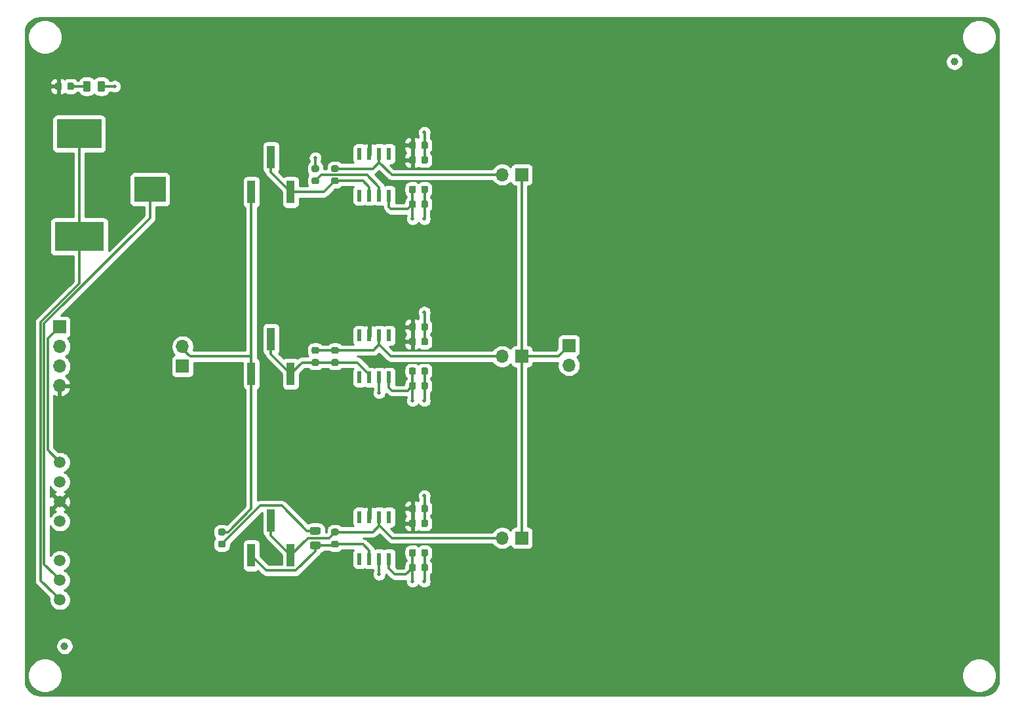
<source format=gbr>
%TF.GenerationSoftware,KiCad,Pcbnew,(5.1.7)-1*%
%TF.CreationDate,2021-04-26T16:00:27-05:00*%
%TF.ProjectId,PID Demo Board,50494420-4465-46d6-9f20-426f6172642e,1.0*%
%TF.SameCoordinates,Original*%
%TF.FileFunction,Copper,L1,Top*%
%TF.FilePolarity,Positive*%
%FSLAX46Y46*%
G04 Gerber Fmt 4.6, Leading zero omitted, Abs format (unit mm)*
G04 Created by KiCad (PCBNEW (5.1.7)-1) date 2021-04-26 16:00:27*
%MOMM*%
%LPD*%
G01*
G04 APERTURE LIST*
%TA.AperFunction,SMDPad,CuDef*%
%ADD10R,4.060000X3.300000*%
%TD*%
%TA.AperFunction,SMDPad,CuDef*%
%ADD11R,5.760000X3.810000*%
%TD*%
%TA.AperFunction,SMDPad,CuDef*%
%ADD12R,6.350000X3.810000*%
%TD*%
%TA.AperFunction,SMDPad,CuDef*%
%ADD13C,1.000000*%
%TD*%
%TA.AperFunction,ComponentPad*%
%ADD14R,1.700000X1.700000*%
%TD*%
%TA.AperFunction,ComponentPad*%
%ADD15O,1.700000X1.700000*%
%TD*%
%TA.AperFunction,SMDPad,CuDef*%
%ADD16R,1.000000X3.000000*%
%TD*%
%TA.AperFunction,SMDPad,CuDef*%
%ADD17R,0.600000X1.550000*%
%TD*%
%TA.AperFunction,ComponentPad*%
%ADD18C,1.509000*%
%TD*%
%TA.AperFunction,ViaPad*%
%ADD19C,0.508000*%
%TD*%
%TA.AperFunction,Conductor*%
%ADD20C,0.304800*%
%TD*%
%TA.AperFunction,Conductor*%
%ADD21C,0.254000*%
%TD*%
%TA.AperFunction,Conductor*%
%ADD22C,0.100000*%
%TD*%
G04 APERTURE END LIST*
%TO.P,C1,2*%
%TO.N,+5V*%
%TA.AperFunction,SMDPad,CuDef*%
G36*
G01*
X127285000Y-140078750D02*
X127285000Y-140591250D01*
G75*
G02*
X127066250Y-140810000I-218750J0D01*
G01*
X126628750Y-140810000D01*
G75*
G02*
X126410000Y-140591250I0J218750D01*
G01*
X126410000Y-140078750D01*
G75*
G02*
X126628750Y-139860000I218750J0D01*
G01*
X127066250Y-139860000D01*
G75*
G02*
X127285000Y-140078750I0J-218750D01*
G01*
G37*
%TD.AperFunction*%
%TO.P,C1,1*%
%TO.N,GND*%
%TA.AperFunction,SMDPad,CuDef*%
G36*
G01*
X128860000Y-140078750D02*
X128860000Y-140591250D01*
G75*
G02*
X128641250Y-140810000I-218750J0D01*
G01*
X128203750Y-140810000D01*
G75*
G02*
X127985000Y-140591250I0J218750D01*
G01*
X127985000Y-140078750D01*
G75*
G02*
X128203750Y-139860000I218750J0D01*
G01*
X128641250Y-139860000D01*
G75*
G02*
X128860000Y-140078750I0J-218750D01*
G01*
G37*
%TD.AperFunction*%
%TD*%
%TO.P,C2,2*%
%TO.N,+5V*%
%TA.AperFunction,SMDPad,CuDef*%
G36*
G01*
X127285000Y-141983750D02*
X127285000Y-142496250D01*
G75*
G02*
X127066250Y-142715000I-218750J0D01*
G01*
X126628750Y-142715000D01*
G75*
G02*
X126410000Y-142496250I0J218750D01*
G01*
X126410000Y-141983750D01*
G75*
G02*
X126628750Y-141765000I218750J0D01*
G01*
X127066250Y-141765000D01*
G75*
G02*
X127285000Y-141983750I0J-218750D01*
G01*
G37*
%TD.AperFunction*%
%TO.P,C2,1*%
%TO.N,GND*%
%TA.AperFunction,SMDPad,CuDef*%
G36*
G01*
X128860000Y-141983750D02*
X128860000Y-142496250D01*
G75*
G02*
X128641250Y-142715000I-218750J0D01*
G01*
X128203750Y-142715000D01*
G75*
G02*
X127985000Y-142496250I0J218750D01*
G01*
X127985000Y-141983750D01*
G75*
G02*
X128203750Y-141765000I218750J0D01*
G01*
X128641250Y-141765000D01*
G75*
G02*
X128860000Y-141983750I0J-218750D01*
G01*
G37*
%TD.AperFunction*%
%TD*%
%TO.P,C3,1*%
%TO.N,GND*%
%TA.AperFunction,SMDPad,CuDef*%
G36*
G01*
X128860000Y-145793750D02*
X128860000Y-146306250D01*
G75*
G02*
X128641250Y-146525000I-218750J0D01*
G01*
X128203750Y-146525000D01*
G75*
G02*
X127985000Y-146306250I0J218750D01*
G01*
X127985000Y-145793750D01*
G75*
G02*
X128203750Y-145575000I218750J0D01*
G01*
X128641250Y-145575000D01*
G75*
G02*
X128860000Y-145793750I0J-218750D01*
G01*
G37*
%TD.AperFunction*%
%TO.P,C3,2*%
%TO.N,-5V*%
%TA.AperFunction,SMDPad,CuDef*%
G36*
G01*
X127285000Y-145793750D02*
X127285000Y-146306250D01*
G75*
G02*
X127066250Y-146525000I-218750J0D01*
G01*
X126628750Y-146525000D01*
G75*
G02*
X126410000Y-146306250I0J218750D01*
G01*
X126410000Y-145793750D01*
G75*
G02*
X126628750Y-145575000I218750J0D01*
G01*
X127066250Y-145575000D01*
G75*
G02*
X127285000Y-145793750I0J-218750D01*
G01*
G37*
%TD.AperFunction*%
%TD*%
%TO.P,C4,1*%
%TO.N,GND*%
%TA.AperFunction,SMDPad,CuDef*%
G36*
G01*
X128860000Y-147698750D02*
X128860000Y-148211250D01*
G75*
G02*
X128641250Y-148430000I-218750J0D01*
G01*
X128203750Y-148430000D01*
G75*
G02*
X127985000Y-148211250I0J218750D01*
G01*
X127985000Y-147698750D01*
G75*
G02*
X128203750Y-147480000I218750J0D01*
G01*
X128641250Y-147480000D01*
G75*
G02*
X128860000Y-147698750I0J-218750D01*
G01*
G37*
%TD.AperFunction*%
%TO.P,C4,2*%
%TO.N,-5V*%
%TA.AperFunction,SMDPad,CuDef*%
G36*
G01*
X127285000Y-147698750D02*
X127285000Y-148211250D01*
G75*
G02*
X127066250Y-148430000I-218750J0D01*
G01*
X126628750Y-148430000D01*
G75*
G02*
X126410000Y-148211250I0J218750D01*
G01*
X126410000Y-147698750D01*
G75*
G02*
X126628750Y-147480000I218750J0D01*
G01*
X127066250Y-147480000D01*
G75*
G02*
X127285000Y-147698750I0J-218750D01*
G01*
G37*
%TD.AperFunction*%
%TD*%
%TO.P,C5,1*%
%TO.N,GND*%
%TA.AperFunction,SMDPad,CuDef*%
G36*
G01*
X128860000Y-118488750D02*
X128860000Y-119001250D01*
G75*
G02*
X128641250Y-119220000I-218750J0D01*
G01*
X128203750Y-119220000D01*
G75*
G02*
X127985000Y-119001250I0J218750D01*
G01*
X127985000Y-118488750D01*
G75*
G02*
X128203750Y-118270000I218750J0D01*
G01*
X128641250Y-118270000D01*
G75*
G02*
X128860000Y-118488750I0J-218750D01*
G01*
G37*
%TD.AperFunction*%
%TO.P,C5,2*%
%TO.N,+5V*%
%TA.AperFunction,SMDPad,CuDef*%
G36*
G01*
X127285000Y-118488750D02*
X127285000Y-119001250D01*
G75*
G02*
X127066250Y-119220000I-218750J0D01*
G01*
X126628750Y-119220000D01*
G75*
G02*
X126410000Y-119001250I0J218750D01*
G01*
X126410000Y-118488750D01*
G75*
G02*
X126628750Y-118270000I218750J0D01*
G01*
X127066250Y-118270000D01*
G75*
G02*
X127285000Y-118488750I0J-218750D01*
G01*
G37*
%TD.AperFunction*%
%TD*%
%TO.P,C6,2*%
%TO.N,+5V*%
%TA.AperFunction,SMDPad,CuDef*%
G36*
G01*
X127285000Y-116583750D02*
X127285000Y-117096250D01*
G75*
G02*
X127066250Y-117315000I-218750J0D01*
G01*
X126628750Y-117315000D01*
G75*
G02*
X126410000Y-117096250I0J218750D01*
G01*
X126410000Y-116583750D01*
G75*
G02*
X126628750Y-116365000I218750J0D01*
G01*
X127066250Y-116365000D01*
G75*
G02*
X127285000Y-116583750I0J-218750D01*
G01*
G37*
%TD.AperFunction*%
%TO.P,C6,1*%
%TO.N,GND*%
%TA.AperFunction,SMDPad,CuDef*%
G36*
G01*
X128860000Y-116583750D02*
X128860000Y-117096250D01*
G75*
G02*
X128641250Y-117315000I-218750J0D01*
G01*
X128203750Y-117315000D01*
G75*
G02*
X127985000Y-117096250I0J218750D01*
G01*
X127985000Y-116583750D01*
G75*
G02*
X128203750Y-116365000I218750J0D01*
G01*
X128641250Y-116365000D01*
G75*
G02*
X128860000Y-116583750I0J-218750D01*
G01*
G37*
%TD.AperFunction*%
%TD*%
%TO.P,C7,1*%
%TO.N,GND*%
%TA.AperFunction,SMDPad,CuDef*%
G36*
G01*
X128860000Y-124203750D02*
X128860000Y-124716250D01*
G75*
G02*
X128641250Y-124935000I-218750J0D01*
G01*
X128203750Y-124935000D01*
G75*
G02*
X127985000Y-124716250I0J218750D01*
G01*
X127985000Y-124203750D01*
G75*
G02*
X128203750Y-123985000I218750J0D01*
G01*
X128641250Y-123985000D01*
G75*
G02*
X128860000Y-124203750I0J-218750D01*
G01*
G37*
%TD.AperFunction*%
%TO.P,C7,2*%
%TO.N,-5V*%
%TA.AperFunction,SMDPad,CuDef*%
G36*
G01*
X127285000Y-124203750D02*
X127285000Y-124716250D01*
G75*
G02*
X127066250Y-124935000I-218750J0D01*
G01*
X126628750Y-124935000D01*
G75*
G02*
X126410000Y-124716250I0J218750D01*
G01*
X126410000Y-124203750D01*
G75*
G02*
X126628750Y-123985000I218750J0D01*
G01*
X127066250Y-123985000D01*
G75*
G02*
X127285000Y-124203750I0J-218750D01*
G01*
G37*
%TD.AperFunction*%
%TD*%
%TO.P,C8,2*%
%TO.N,-5V*%
%TA.AperFunction,SMDPad,CuDef*%
G36*
G01*
X127285000Y-122298750D02*
X127285000Y-122811250D01*
G75*
G02*
X127066250Y-123030000I-218750J0D01*
G01*
X126628750Y-123030000D01*
G75*
G02*
X126410000Y-122811250I0J218750D01*
G01*
X126410000Y-122298750D01*
G75*
G02*
X126628750Y-122080000I218750J0D01*
G01*
X127066250Y-122080000D01*
G75*
G02*
X127285000Y-122298750I0J-218750D01*
G01*
G37*
%TD.AperFunction*%
%TO.P,C8,1*%
%TO.N,GND*%
%TA.AperFunction,SMDPad,CuDef*%
G36*
G01*
X128860000Y-122298750D02*
X128860000Y-122811250D01*
G75*
G02*
X128641250Y-123030000I-218750J0D01*
G01*
X128203750Y-123030000D01*
G75*
G02*
X127985000Y-122811250I0J218750D01*
G01*
X127985000Y-122298750D01*
G75*
G02*
X128203750Y-122080000I218750J0D01*
G01*
X128641250Y-122080000D01*
G75*
G02*
X128860000Y-122298750I0J-218750D01*
G01*
G37*
%TD.AperFunction*%
%TD*%
%TO.P,C9,2*%
%TO.N,+5V*%
%TA.AperFunction,SMDPad,CuDef*%
G36*
G01*
X127285000Y-93088750D02*
X127285000Y-93601250D01*
G75*
G02*
X127066250Y-93820000I-218750J0D01*
G01*
X126628750Y-93820000D01*
G75*
G02*
X126410000Y-93601250I0J218750D01*
G01*
X126410000Y-93088750D01*
G75*
G02*
X126628750Y-92870000I218750J0D01*
G01*
X127066250Y-92870000D01*
G75*
G02*
X127285000Y-93088750I0J-218750D01*
G01*
G37*
%TD.AperFunction*%
%TO.P,C9,1*%
%TO.N,GND*%
%TA.AperFunction,SMDPad,CuDef*%
G36*
G01*
X128860000Y-93088750D02*
X128860000Y-93601250D01*
G75*
G02*
X128641250Y-93820000I-218750J0D01*
G01*
X128203750Y-93820000D01*
G75*
G02*
X127985000Y-93601250I0J218750D01*
G01*
X127985000Y-93088750D01*
G75*
G02*
X128203750Y-92870000I218750J0D01*
G01*
X128641250Y-92870000D01*
G75*
G02*
X128860000Y-93088750I0J-218750D01*
G01*
G37*
%TD.AperFunction*%
%TD*%
%TO.P,C10,2*%
%TO.N,+5V*%
%TA.AperFunction,SMDPad,CuDef*%
G36*
G01*
X127285000Y-94993750D02*
X127285000Y-95506250D01*
G75*
G02*
X127066250Y-95725000I-218750J0D01*
G01*
X126628750Y-95725000D01*
G75*
G02*
X126410000Y-95506250I0J218750D01*
G01*
X126410000Y-94993750D01*
G75*
G02*
X126628750Y-94775000I218750J0D01*
G01*
X127066250Y-94775000D01*
G75*
G02*
X127285000Y-94993750I0J-218750D01*
G01*
G37*
%TD.AperFunction*%
%TO.P,C10,1*%
%TO.N,GND*%
%TA.AperFunction,SMDPad,CuDef*%
G36*
G01*
X128860000Y-94993750D02*
X128860000Y-95506250D01*
G75*
G02*
X128641250Y-95725000I-218750J0D01*
G01*
X128203750Y-95725000D01*
G75*
G02*
X127985000Y-95506250I0J218750D01*
G01*
X127985000Y-94993750D01*
G75*
G02*
X128203750Y-94775000I218750J0D01*
G01*
X128641250Y-94775000D01*
G75*
G02*
X128860000Y-94993750I0J-218750D01*
G01*
G37*
%TD.AperFunction*%
%TD*%
%TO.P,C11,1*%
%TO.N,GND*%
%TA.AperFunction,SMDPad,CuDef*%
G36*
G01*
X128860000Y-98803750D02*
X128860000Y-99316250D01*
G75*
G02*
X128641250Y-99535000I-218750J0D01*
G01*
X128203750Y-99535000D01*
G75*
G02*
X127985000Y-99316250I0J218750D01*
G01*
X127985000Y-98803750D01*
G75*
G02*
X128203750Y-98585000I218750J0D01*
G01*
X128641250Y-98585000D01*
G75*
G02*
X128860000Y-98803750I0J-218750D01*
G01*
G37*
%TD.AperFunction*%
%TO.P,C11,2*%
%TO.N,-5V*%
%TA.AperFunction,SMDPad,CuDef*%
G36*
G01*
X127285000Y-98803750D02*
X127285000Y-99316250D01*
G75*
G02*
X127066250Y-99535000I-218750J0D01*
G01*
X126628750Y-99535000D01*
G75*
G02*
X126410000Y-99316250I0J218750D01*
G01*
X126410000Y-98803750D01*
G75*
G02*
X126628750Y-98585000I218750J0D01*
G01*
X127066250Y-98585000D01*
G75*
G02*
X127285000Y-98803750I0J-218750D01*
G01*
G37*
%TD.AperFunction*%
%TD*%
%TO.P,C12,1*%
%TO.N,GND*%
%TA.AperFunction,SMDPad,CuDef*%
G36*
G01*
X128860000Y-100708750D02*
X128860000Y-101221250D01*
G75*
G02*
X128641250Y-101440000I-218750J0D01*
G01*
X128203750Y-101440000D01*
G75*
G02*
X127985000Y-101221250I0J218750D01*
G01*
X127985000Y-100708750D01*
G75*
G02*
X128203750Y-100490000I218750J0D01*
G01*
X128641250Y-100490000D01*
G75*
G02*
X128860000Y-100708750I0J-218750D01*
G01*
G37*
%TD.AperFunction*%
%TO.P,C12,2*%
%TO.N,-5V*%
%TA.AperFunction,SMDPad,CuDef*%
G36*
G01*
X127285000Y-100708750D02*
X127285000Y-101221250D01*
G75*
G02*
X127066250Y-101440000I-218750J0D01*
G01*
X126628750Y-101440000D01*
G75*
G02*
X126410000Y-101221250I0J218750D01*
G01*
X126410000Y-100708750D01*
G75*
G02*
X126628750Y-100490000I218750J0D01*
G01*
X127066250Y-100490000D01*
G75*
G02*
X127285000Y-100708750I0J-218750D01*
G01*
G37*
%TD.AperFunction*%
%TD*%
%TO.P,C13,1*%
%TO.N,Net-(C13-Pad1)*%
%TA.AperFunction,SMDPad,CuDef*%
G36*
G01*
X114756250Y-145570000D02*
X113843750Y-145570000D01*
G75*
G02*
X113600000Y-145326250I0J243750D01*
G01*
X113600000Y-144838750D01*
G75*
G02*
X113843750Y-144595000I243750J0D01*
G01*
X114756250Y-144595000D01*
G75*
G02*
X115000000Y-144838750I0J-243750D01*
G01*
X115000000Y-145326250D01*
G75*
G02*
X114756250Y-145570000I-243750J0D01*
G01*
G37*
%TD.AperFunction*%
%TO.P,C13,2*%
%TO.N,Net-(C13-Pad2)*%
%TA.AperFunction,SMDPad,CuDef*%
G36*
G01*
X114756250Y-143695000D02*
X113843750Y-143695000D01*
G75*
G02*
X113600000Y-143451250I0J243750D01*
G01*
X113600000Y-142963750D01*
G75*
G02*
X113843750Y-142720000I243750J0D01*
G01*
X114756250Y-142720000D01*
G75*
G02*
X115000000Y-142963750I0J-243750D01*
G01*
X115000000Y-143451250D01*
G75*
G02*
X114756250Y-143695000I-243750J0D01*
G01*
G37*
%TD.AperFunction*%
%TD*%
%TO.P,C14,1*%
%TO.N,Net-(C14-Pad1)*%
%TA.AperFunction,SMDPad,CuDef*%
G36*
G01*
X116583750Y-142920000D02*
X117096250Y-142920000D01*
G75*
G02*
X117315000Y-143138750I0J-218750D01*
G01*
X117315000Y-143576250D01*
G75*
G02*
X117096250Y-143795000I-218750J0D01*
G01*
X116583750Y-143795000D01*
G75*
G02*
X116365000Y-143576250I0J218750D01*
G01*
X116365000Y-143138750D01*
G75*
G02*
X116583750Y-142920000I218750J0D01*
G01*
G37*
%TD.AperFunction*%
%TO.P,C14,2*%
%TO.N,Net-(C13-Pad1)*%
%TA.AperFunction,SMDPad,CuDef*%
G36*
G01*
X116583750Y-144495000D02*
X117096250Y-144495000D01*
G75*
G02*
X117315000Y-144713750I0J-218750D01*
G01*
X117315000Y-145151250D01*
G75*
G02*
X117096250Y-145370000I-218750J0D01*
G01*
X116583750Y-145370000D01*
G75*
G02*
X116365000Y-145151250I0J218750D01*
G01*
X116365000Y-144713750D01*
G75*
G02*
X116583750Y-144495000I218750J0D01*
G01*
G37*
%TD.AperFunction*%
%TD*%
%TO.P,C15,1*%
%TO.N,Net-(C15-Pad1)*%
%TA.AperFunction,SMDPad,CuDef*%
G36*
G01*
X116583750Y-119425000D02*
X117096250Y-119425000D01*
G75*
G02*
X117315000Y-119643750I0J-218750D01*
G01*
X117315000Y-120081250D01*
G75*
G02*
X117096250Y-120300000I-218750J0D01*
G01*
X116583750Y-120300000D01*
G75*
G02*
X116365000Y-120081250I0J218750D01*
G01*
X116365000Y-119643750D01*
G75*
G02*
X116583750Y-119425000I218750J0D01*
G01*
G37*
%TD.AperFunction*%
%TO.P,C15,2*%
%TO.N,Net-(C15-Pad2)*%
%TA.AperFunction,SMDPad,CuDef*%
G36*
G01*
X116583750Y-121000000D02*
X117096250Y-121000000D01*
G75*
G02*
X117315000Y-121218750I0J-218750D01*
G01*
X117315000Y-121656250D01*
G75*
G02*
X117096250Y-121875000I-218750J0D01*
G01*
X116583750Y-121875000D01*
G75*
G02*
X116365000Y-121656250I0J218750D01*
G01*
X116365000Y-121218750D01*
G75*
G02*
X116583750Y-121000000I218750J0D01*
G01*
G37*
%TD.AperFunction*%
%TD*%
D10*
%TO.P,CON1,1*%
%TO.N,Net-(CON1-Pad1)*%
X92960000Y-99060000D03*
D11*
%TO.P,CON1,3*%
%TO.N,Net-(CON1-Pad2)*%
X83820000Y-91870000D03*
D12*
%TO.P,CON1,2*%
X83820000Y-105160000D03*
%TD*%
%TO.P,D1,1*%
%TO.N,GND*%
%TA.AperFunction,SMDPad,CuDef*%
G36*
G01*
X87150000Y-85268750D02*
X87150000Y-86181250D01*
G75*
G02*
X86906250Y-86425000I-243750J0D01*
G01*
X86418750Y-86425000D01*
G75*
G02*
X86175000Y-86181250I0J243750D01*
G01*
X86175000Y-85268750D01*
G75*
G02*
X86418750Y-85025000I243750J0D01*
G01*
X86906250Y-85025000D01*
G75*
G02*
X87150000Y-85268750I0J-243750D01*
G01*
G37*
%TD.AperFunction*%
%TO.P,D1,2*%
%TO.N,Net-(D1-Pad2)*%
%TA.AperFunction,SMDPad,CuDef*%
G36*
G01*
X85275000Y-85268750D02*
X85275000Y-86181250D01*
G75*
G02*
X85031250Y-86425000I-243750J0D01*
G01*
X84543750Y-86425000D01*
G75*
G02*
X84300000Y-86181250I0J243750D01*
G01*
X84300000Y-85268750D01*
G75*
G02*
X84543750Y-85025000I243750J0D01*
G01*
X85031250Y-85025000D01*
G75*
G02*
X85275000Y-85268750I0J-243750D01*
G01*
G37*
%TD.AperFunction*%
%TD*%
D13*
%TO.P,FID1,*%
%TO.N,*%
X81915000Y-158115000D03*
%TD*%
%TO.P,FID2,*%
%TO.N,*%
X196850000Y-82550000D03*
%TD*%
D14*
%TO.P,J1,1*%
%TO.N,-5V*%
X81280000Y-116840000D03*
D15*
%TO.P,J1,2*%
%TO.N,GND*%
X81280000Y-119380000D03*
%TO.P,J1,3*%
X81280000Y-121920000D03*
%TO.P,J1,4*%
%TO.N,+5V*%
X81280000Y-124460000D03*
%TD*%
%TO.P,J2,2*%
%TO.N,Net-(J2-Pad2)*%
X97155000Y-119380000D03*
D14*
%TO.P,J2,1*%
%TO.N,GND*%
X97155000Y-121920000D03*
%TD*%
%TO.P,J3,1*%
%TO.N,Net-(J3-Pad1)*%
X140970000Y-144145000D03*
D15*
%TO.P,J3,2*%
%TO.N,Net-(C14-Pad1)*%
X138430000Y-144145000D03*
%TD*%
%TO.P,J4,2*%
%TO.N,Net-(C15-Pad1)*%
X138430000Y-120650000D03*
D14*
%TO.P,J4,1*%
%TO.N,Net-(J3-Pad1)*%
X140970000Y-120650000D03*
%TD*%
%TO.P,J5,1*%
%TO.N,Net-(J3-Pad1)*%
X140970000Y-97155000D03*
D15*
%TO.P,J5,2*%
%TO.N,Net-(J5-Pad2)*%
X138430000Y-97155000D03*
%TD*%
D14*
%TO.P,J6,1*%
%TO.N,Net-(J3-Pad1)*%
X147066000Y-119253000D03*
D15*
%TO.P,J6,2*%
%TO.N,GND*%
X147066000Y-121793000D03*
%TD*%
%TO.P,R1,1*%
%TO.N,Net-(D1-Pad2)*%
%TA.AperFunction,SMDPad,CuDef*%
G36*
G01*
X83140000Y-85468750D02*
X83140000Y-85981250D01*
G75*
G02*
X82921250Y-86200000I-218750J0D01*
G01*
X82483750Y-86200000D01*
G75*
G02*
X82265000Y-85981250I0J218750D01*
G01*
X82265000Y-85468750D01*
G75*
G02*
X82483750Y-85250000I218750J0D01*
G01*
X82921250Y-85250000D01*
G75*
G02*
X83140000Y-85468750I0J-218750D01*
G01*
G37*
%TD.AperFunction*%
%TO.P,R1,2*%
%TO.N,+5V*%
%TA.AperFunction,SMDPad,CuDef*%
G36*
G01*
X81565000Y-85468750D02*
X81565000Y-85981250D01*
G75*
G02*
X81346250Y-86200000I-218750J0D01*
G01*
X80908750Y-86200000D01*
G75*
G02*
X80690000Y-85981250I0J218750D01*
G01*
X80690000Y-85468750D01*
G75*
G02*
X80908750Y-85250000I218750J0D01*
G01*
X81346250Y-85250000D01*
G75*
G02*
X81565000Y-85468750I0J-218750D01*
G01*
G37*
%TD.AperFunction*%
%TD*%
%TO.P,R2,1*%
%TO.N,Net-(C13-Pad2)*%
%TA.AperFunction,SMDPad,CuDef*%
G36*
G01*
X102491250Y-145370000D02*
X101978750Y-145370000D01*
G75*
G02*
X101760000Y-145151250I0J218750D01*
G01*
X101760000Y-144713750D01*
G75*
G02*
X101978750Y-144495000I218750J0D01*
G01*
X102491250Y-144495000D01*
G75*
G02*
X102710000Y-144713750I0J-218750D01*
G01*
X102710000Y-145151250D01*
G75*
G02*
X102491250Y-145370000I-218750J0D01*
G01*
G37*
%TD.AperFunction*%
%TO.P,R2,2*%
%TO.N,Net-(J2-Pad2)*%
%TA.AperFunction,SMDPad,CuDef*%
G36*
G01*
X102491250Y-143795000D02*
X101978750Y-143795000D01*
G75*
G02*
X101760000Y-143576250I0J218750D01*
G01*
X101760000Y-143138750D01*
G75*
G02*
X101978750Y-142920000I218750J0D01*
G01*
X102491250Y-142920000D01*
G75*
G02*
X102710000Y-143138750I0J-218750D01*
G01*
X102710000Y-143576250D01*
G75*
G02*
X102491250Y-143795000I-218750J0D01*
G01*
G37*
%TD.AperFunction*%
%TD*%
%TO.P,R3,1*%
%TO.N,Net-(R3-Pad1)*%
%TA.AperFunction,SMDPad,CuDef*%
G36*
G01*
X114556250Y-98380000D02*
X114043750Y-98380000D01*
G75*
G02*
X113825000Y-98161250I0J218750D01*
G01*
X113825000Y-97723750D01*
G75*
G02*
X114043750Y-97505000I218750J0D01*
G01*
X114556250Y-97505000D01*
G75*
G02*
X114775000Y-97723750I0J-218750D01*
G01*
X114775000Y-98161250D01*
G75*
G02*
X114556250Y-98380000I-218750J0D01*
G01*
G37*
%TD.AperFunction*%
%TO.P,R3,2*%
%TO.N,GND*%
%TA.AperFunction,SMDPad,CuDef*%
G36*
G01*
X114556250Y-96805000D02*
X114043750Y-96805000D01*
G75*
G02*
X113825000Y-96586250I0J218750D01*
G01*
X113825000Y-96148750D01*
G75*
G02*
X114043750Y-95930000I218750J0D01*
G01*
X114556250Y-95930000D01*
G75*
G02*
X114775000Y-96148750I0J-218750D01*
G01*
X114775000Y-96586250D01*
G75*
G02*
X114556250Y-96805000I-218750J0D01*
G01*
G37*
%TD.AperFunction*%
%TD*%
%TO.P,R4,1*%
%TO.N,Net-(J5-Pad2)*%
%TA.AperFunction,SMDPad,CuDef*%
G36*
G01*
X116583750Y-95930000D02*
X117096250Y-95930000D01*
G75*
G02*
X117315000Y-96148750I0J-218750D01*
G01*
X117315000Y-96586250D01*
G75*
G02*
X117096250Y-96805000I-218750J0D01*
G01*
X116583750Y-96805000D01*
G75*
G02*
X116365000Y-96586250I0J218750D01*
G01*
X116365000Y-96148750D01*
G75*
G02*
X116583750Y-95930000I218750J0D01*
G01*
G37*
%TD.AperFunction*%
%TO.P,R4,2*%
%TO.N,Net-(R4-Pad2)*%
%TA.AperFunction,SMDPad,CuDef*%
G36*
G01*
X116583750Y-97505000D02*
X117096250Y-97505000D01*
G75*
G02*
X117315000Y-97723750I0J-218750D01*
G01*
X117315000Y-98161250D01*
G75*
G02*
X117096250Y-98380000I-218750J0D01*
G01*
X116583750Y-98380000D01*
G75*
G02*
X116365000Y-98161250I0J218750D01*
G01*
X116365000Y-97723750D01*
G75*
G02*
X116583750Y-97505000I218750J0D01*
G01*
G37*
%TD.AperFunction*%
%TD*%
%TO.P,R5,1*%
%TO.N,Net-(C15-Pad1)*%
%TA.AperFunction,SMDPad,CuDef*%
G36*
G01*
X114043750Y-119425000D02*
X114556250Y-119425000D01*
G75*
G02*
X114775000Y-119643750I0J-218750D01*
G01*
X114775000Y-120081250D01*
G75*
G02*
X114556250Y-120300000I-218750J0D01*
G01*
X114043750Y-120300000D01*
G75*
G02*
X113825000Y-120081250I0J218750D01*
G01*
X113825000Y-119643750D01*
G75*
G02*
X114043750Y-119425000I218750J0D01*
G01*
G37*
%TD.AperFunction*%
%TO.P,R5,2*%
%TO.N,Net-(C15-Pad2)*%
%TA.AperFunction,SMDPad,CuDef*%
G36*
G01*
X114043750Y-121000000D02*
X114556250Y-121000000D01*
G75*
G02*
X114775000Y-121218750I0J-218750D01*
G01*
X114775000Y-121656250D01*
G75*
G02*
X114556250Y-121875000I-218750J0D01*
G01*
X114043750Y-121875000D01*
G75*
G02*
X113825000Y-121656250I0J218750D01*
G01*
X113825000Y-121218750D01*
G75*
G02*
X114043750Y-121000000I218750J0D01*
G01*
G37*
%TD.AperFunction*%
%TD*%
D16*
%TO.P,RV1,1*%
%TO.N,Net-(J2-Pad2)*%
X106045000Y-122900000D03*
%TO.P,RV1,2*%
%TO.N,Net-(C15-Pad2)*%
X108585000Y-118400000D03*
%TO.P,RV1,3*%
X111125000Y-122900000D03*
%TD*%
%TO.P,RV2,3*%
%TO.N,Net-(R4-Pad2)*%
X111125000Y-99405000D03*
%TO.P,RV2,2*%
X108585000Y-94905000D03*
%TO.P,RV2,1*%
%TO.N,Net-(J2-Pad2)*%
X106045000Y-99405000D03*
%TD*%
%TO.P,RV3,3*%
%TO.N,Net-(C14-Pad1)*%
X111125000Y-146395000D03*
%TO.P,RV3,2*%
X108585000Y-141895000D03*
%TO.P,RV3,1*%
%TO.N,Net-(C13-Pad1)*%
X106045000Y-146395000D03*
%TD*%
D17*
%TO.P,U1,1*%
%TO.N,N/C*%
X120015000Y-146845000D03*
%TO.P,U1,2*%
%TO.N,Net-(C13-Pad1)*%
X121285000Y-146845000D03*
%TO.P,U1,3*%
%TO.N,GND*%
X122555000Y-146845000D03*
%TO.P,U1,4*%
%TO.N,-5V*%
X123825000Y-146845000D03*
%TO.P,U1,5*%
%TO.N,N/C*%
X123825000Y-141445000D03*
%TO.P,U1,6*%
%TO.N,Net-(C14-Pad1)*%
X122555000Y-141445000D03*
%TO.P,U1,7*%
%TO.N,+5V*%
X121285000Y-141445000D03*
%TO.P,U1,8*%
%TO.N,N/C*%
X120015000Y-141445000D03*
%TD*%
%TO.P,U2,8*%
%TO.N,N/C*%
X120015000Y-117950000D03*
%TO.P,U2,7*%
%TO.N,+5V*%
X121285000Y-117950000D03*
%TO.P,U2,6*%
%TO.N,Net-(C15-Pad1)*%
X122555000Y-117950000D03*
%TO.P,U2,5*%
%TO.N,N/C*%
X123825000Y-117950000D03*
%TO.P,U2,4*%
%TO.N,-5V*%
X123825000Y-123350000D03*
%TO.P,U2,3*%
%TO.N,GND*%
X122555000Y-123350000D03*
%TO.P,U2,2*%
%TO.N,Net-(C15-Pad2)*%
X121285000Y-123350000D03*
%TO.P,U2,1*%
%TO.N,N/C*%
X120015000Y-123350000D03*
%TD*%
%TO.P,U3,8*%
%TO.N,N/C*%
X120015000Y-94455000D03*
%TO.P,U3,7*%
%TO.N,+5V*%
X121285000Y-94455000D03*
%TO.P,U3,6*%
%TO.N,Net-(J5-Pad2)*%
X122555000Y-94455000D03*
%TO.P,U3,5*%
%TO.N,N/C*%
X123825000Y-94455000D03*
%TO.P,U3,4*%
%TO.N,-5V*%
X123825000Y-99855000D03*
%TO.P,U3,3*%
%TO.N,Net-(R3-Pad1)*%
X122555000Y-99855000D03*
%TO.P,U3,2*%
%TO.N,Net-(R4-Pad2)*%
X121285000Y-99855000D03*
%TO.P,U3,1*%
%TO.N,N/C*%
X120015000Y-99855000D03*
%TD*%
D18*
%TO.P,U4,8*%
%TO.N,-5V*%
X81330000Y-134340000D03*
%TO.P,U4,7*%
%TO.N,GND*%
X81330000Y-136880000D03*
%TO.P,U4,6*%
%TO.N,+5V*%
X81330000Y-139420000D03*
%TO.P,U4,5*%
%TO.N,N/C*%
X81330000Y-141960000D03*
%TO.P,U4,3*%
X81330000Y-147040000D03*
%TO.P,U4,2*%
%TO.N,Net-(CON1-Pad1)*%
X81330000Y-149580000D03*
%TO.P,U4,1*%
%TO.N,Net-(CON1-Pad2)*%
X81330000Y-152120000D03*
%TD*%
D19*
%TO.N,GND*%
X128397000Y-91694000D03*
X128397000Y-102870000D03*
X128397000Y-126365000D03*
X128397000Y-114935000D03*
X128397000Y-138684000D03*
X128397000Y-149733000D03*
X114300000Y-94996000D03*
X122555000Y-125349000D03*
X122555000Y-148844000D03*
X88392000Y-85725000D03*
%TO.N,-5V*%
X126873000Y-102870000D03*
X126873000Y-126365000D03*
X126873000Y-149733000D03*
%TD*%
D20*
%TO.N,GND*%
X128422500Y-95250000D02*
X128422500Y-91719500D01*
X128422500Y-102844500D02*
X128397000Y-102870000D01*
X128422500Y-99060000D02*
X128422500Y-102844500D01*
X128422500Y-126339500D02*
X128397000Y-126365000D01*
X128422500Y-122555000D02*
X128422500Y-126339500D01*
X128422500Y-114960500D02*
X128397000Y-114935000D01*
X128422500Y-118745000D02*
X128422500Y-114960500D01*
X128422500Y-138709500D02*
X128397000Y-138684000D01*
X128422500Y-142240000D02*
X128422500Y-138709500D01*
X128422500Y-149707500D02*
X128397000Y-149733000D01*
X128422500Y-146050000D02*
X128422500Y-149707500D01*
X114300000Y-96367500D02*
X114300000Y-94996000D01*
X122555000Y-123350000D02*
X122555000Y-125349000D01*
X122555000Y-146845000D02*
X122555000Y-148844000D01*
X86662500Y-85725000D02*
X88392000Y-85725000D01*
%TO.N,-5V*%
X126847500Y-122555000D02*
X126847500Y-124460000D01*
X126212500Y-125095000D02*
X126847500Y-124460000D01*
X124206000Y-125095000D02*
X126212500Y-125095000D01*
X123825000Y-124714000D02*
X124206000Y-125095000D01*
X123825000Y-123350000D02*
X123825000Y-124714000D01*
X126847500Y-146050000D02*
X126847500Y-147955000D01*
X126847500Y-148031250D02*
X126847500Y-147955000D01*
X126034750Y-148844000D02*
X126847500Y-148031250D01*
X124587000Y-148844000D02*
X126034750Y-148844000D01*
X123825000Y-148082000D02*
X124587000Y-148844000D01*
X123825000Y-146845000D02*
X123825000Y-148082000D01*
X79756000Y-118364000D02*
X79756000Y-132766000D01*
X79756000Y-132766000D02*
X81330000Y-134340000D01*
X81280000Y-116840000D02*
X79756000Y-118364000D01*
X126847500Y-102844500D02*
X126873000Y-102870000D01*
X126847500Y-100965000D02*
X126847500Y-102844500D01*
X126873000Y-124485500D02*
X126847500Y-124460000D01*
X126873000Y-126365000D02*
X126873000Y-124485500D01*
X126873000Y-147980500D02*
X126847500Y-147955000D01*
X126873000Y-149733000D02*
X126873000Y-147980500D01*
X126847500Y-99923500D02*
X126847500Y-100965000D01*
X126847500Y-99060000D02*
X126847500Y-99923500D01*
X124079000Y-101600000D02*
X126212500Y-101600000D01*
X123825000Y-101346000D02*
X124079000Y-101600000D01*
X126212500Y-101600000D02*
X126847500Y-100965000D01*
X123825000Y-99855000D02*
X123825000Y-101346000D01*
%TO.N,Net-(C13-Pad1)*%
X121285000Y-145765200D02*
X121285000Y-146845000D01*
X120452300Y-144932500D02*
X121285000Y-145765200D01*
X116840000Y-144932500D02*
X120452300Y-144932500D01*
X116690000Y-145082500D02*
X116840000Y-144932500D01*
X114300000Y-145082500D02*
X116690000Y-145082500D01*
X107986000Y-148336000D02*
X106045000Y-146395000D01*
X111809821Y-148336000D02*
X107986000Y-148336000D01*
X114300000Y-145845821D02*
X111809821Y-148336000D01*
X114300000Y-145082500D02*
X114300000Y-145845821D01*
%TO.N,Net-(C13-Pad2)*%
X107213500Y-139954000D02*
X102235000Y-144932500D01*
X109982000Y-139954000D02*
X107213500Y-139954000D01*
X113235500Y-143207500D02*
X109982000Y-139954000D01*
X114300000Y-143207500D02*
X113235500Y-143207500D01*
%TO.N,Net-(C14-Pad1)*%
X122555000Y-142524800D02*
X122555000Y-141445000D01*
X121722300Y-143357500D02*
X122555000Y-142524800D01*
X116840000Y-143357500D02*
X121722300Y-143357500D01*
X122555000Y-142524800D02*
X122585800Y-142524800D01*
X124206000Y-144145000D02*
X138430000Y-144145000D01*
X122585800Y-142524800D02*
X124206000Y-144145000D01*
X116052500Y-144145000D02*
X116840000Y-143357500D01*
X113375000Y-144145000D02*
X116052500Y-144145000D01*
X111125000Y-146395000D02*
X113375000Y-144145000D01*
X108585000Y-143855000D02*
X111125000Y-146395000D01*
X108585000Y-141895000D02*
X108585000Y-143855000D01*
%TO.N,Net-(C15-Pad1)*%
X114300000Y-119862500D02*
X116840000Y-119862500D01*
X122555000Y-119126000D02*
X122555000Y-117950000D01*
X121818500Y-119862500D02*
X122555000Y-119126000D01*
X116840000Y-119862500D02*
X121818500Y-119862500D01*
X124079000Y-120650000D02*
X122555000Y-119126000D01*
X138430000Y-120650000D02*
X124079000Y-120650000D01*
%TO.N,Net-(C15-Pad2)*%
X114300000Y-121437500D02*
X116840000Y-121437500D01*
X121285000Y-122996358D02*
X121285000Y-123350000D01*
X119726142Y-121437500D02*
X121285000Y-122996358D01*
X116840000Y-121437500D02*
X119726142Y-121437500D01*
X112587500Y-121437500D02*
X111125000Y-122900000D01*
X114300000Y-121437500D02*
X112587500Y-121437500D01*
X108585000Y-120360000D02*
X111125000Y-122900000D01*
X108585000Y-118400000D02*
X108585000Y-120360000D01*
%TO.N,Net-(CON1-Pad1)*%
X92960000Y-99060000D02*
X92960000Y-102758593D01*
X92960000Y-102758593D02*
X79298789Y-116419803D01*
X79298789Y-116419803D02*
X79298789Y-147548789D01*
X79298789Y-147548789D02*
X80575501Y-148825501D01*
X80575501Y-148825501D02*
X81330000Y-149580000D01*
%TO.N,Net-(CON1-Pad2)*%
X83820000Y-91870000D02*
X83820000Y-105160000D01*
X80575501Y-151365501D02*
X81330000Y-152120000D01*
X83820000Y-105160000D02*
X83820000Y-111252000D01*
X83820000Y-111252000D02*
X78841578Y-116230422D01*
X78841578Y-149631578D02*
X80575501Y-151365501D01*
X78841578Y-116230422D02*
X78841578Y-149631578D01*
%TO.N,Net-(D1-Pad2)*%
X82702500Y-85725000D02*
X84787500Y-85725000D01*
%TO.N,Net-(J2-Pad2)*%
X106045000Y-140335000D02*
X103022500Y-143357500D01*
X103022500Y-143357500D02*
X102235000Y-143357500D01*
X106045000Y-122900000D02*
X106045000Y-140335000D01*
X106045000Y-122900000D02*
X106045000Y-120777000D01*
X106045000Y-120777000D02*
X106045000Y-99405000D01*
X97155000Y-119671358D02*
X97155000Y-119380000D01*
X98133642Y-120650000D02*
X97155000Y-119671358D01*
X105918000Y-120650000D02*
X98133642Y-120650000D01*
%TO.N,Net-(J3-Pad1)*%
X140970000Y-120650000D02*
X140970000Y-144145000D01*
X140970000Y-120650000D02*
X140970000Y-97155000D01*
X140970000Y-120650000D02*
X140981801Y-120638199D01*
X145669000Y-120650000D02*
X145859500Y-120459500D01*
X140970000Y-120650000D02*
X145669000Y-120650000D01*
X145859500Y-120459500D02*
X147066000Y-119253000D01*
X145680801Y-120638199D02*
X145859500Y-120459500D01*
%TO.N,Net-(J5-Pad2)*%
X121722300Y-96367500D02*
X116840000Y-96367500D01*
X122555000Y-95534800D02*
X121722300Y-96367500D01*
X122555000Y-94455000D02*
X122555000Y-95534800D01*
X124175200Y-97155000D02*
X122555000Y-95534800D01*
X138430000Y-97155000D02*
X124175200Y-97155000D01*
%TO.N,Net-(R3-Pad1)*%
X122555000Y-98775200D02*
X122555000Y-99855000D01*
X120979990Y-97200190D02*
X122555000Y-98775200D01*
X115042310Y-97200190D02*
X120979990Y-97200190D01*
X114300000Y-97942500D02*
X115042310Y-97200190D01*
%TO.N,Net-(R4-Pad2)*%
X120452300Y-97942500D02*
X116840000Y-97942500D01*
X121285000Y-98775200D02*
X120452300Y-97942500D01*
X121285000Y-99855000D02*
X121285000Y-98775200D01*
X108585000Y-96865000D02*
X111125000Y-99405000D01*
X108585000Y-94905000D02*
X108585000Y-96865000D01*
X115377500Y-99405000D02*
X116840000Y-97942500D01*
X111125000Y-99405000D02*
X115377500Y-99405000D01*
%TD*%
D21*
%TO.N,+5V*%
X201024545Y-76898909D02*
X201375208Y-77004780D01*
X201698625Y-77176744D01*
X201982484Y-77408254D01*
X202215965Y-77690486D01*
X202390183Y-78012695D01*
X202498502Y-78362614D01*
X202540001Y-78757452D01*
X202540000Y-162527721D01*
X202501091Y-162924545D01*
X202395220Y-163275206D01*
X202223257Y-163598623D01*
X201991748Y-163882482D01*
X201709514Y-164115965D01*
X201387304Y-164290184D01*
X201037385Y-164398502D01*
X200642557Y-164440000D01*
X78772279Y-164440000D01*
X78375455Y-164401091D01*
X78024794Y-164295220D01*
X77701377Y-164123257D01*
X77417518Y-163891748D01*
X77184035Y-163609514D01*
X77009816Y-163287304D01*
X76901498Y-162937385D01*
X76860000Y-162542557D01*
X76860000Y-161704872D01*
X77140000Y-161704872D01*
X77140000Y-162145128D01*
X77225890Y-162576925D01*
X77394369Y-162983669D01*
X77638962Y-163349729D01*
X77950271Y-163661038D01*
X78316331Y-163905631D01*
X78723075Y-164074110D01*
X79154872Y-164160000D01*
X79595128Y-164160000D01*
X80026925Y-164074110D01*
X80433669Y-163905631D01*
X80799729Y-163661038D01*
X81111038Y-163349729D01*
X81355631Y-162983669D01*
X81524110Y-162576925D01*
X81610000Y-162145128D01*
X81610000Y-161704872D01*
X197790000Y-161704872D01*
X197790000Y-162145128D01*
X197875890Y-162576925D01*
X198044369Y-162983669D01*
X198288962Y-163349729D01*
X198600271Y-163661038D01*
X198966331Y-163905631D01*
X199373075Y-164074110D01*
X199804872Y-164160000D01*
X200245128Y-164160000D01*
X200676925Y-164074110D01*
X201083669Y-163905631D01*
X201449729Y-163661038D01*
X201761038Y-163349729D01*
X202005631Y-162983669D01*
X202174110Y-162576925D01*
X202260000Y-162145128D01*
X202260000Y-161704872D01*
X202174110Y-161273075D01*
X202005631Y-160866331D01*
X201761038Y-160500271D01*
X201449729Y-160188962D01*
X201083669Y-159944369D01*
X200676925Y-159775890D01*
X200245128Y-159690000D01*
X199804872Y-159690000D01*
X199373075Y-159775890D01*
X198966331Y-159944369D01*
X198600271Y-160188962D01*
X198288962Y-160500271D01*
X198044369Y-160866331D01*
X197875890Y-161273075D01*
X197790000Y-161704872D01*
X81610000Y-161704872D01*
X81524110Y-161273075D01*
X81355631Y-160866331D01*
X81111038Y-160500271D01*
X80799729Y-160188962D01*
X80433669Y-159944369D01*
X80026925Y-159775890D01*
X79595128Y-159690000D01*
X79154872Y-159690000D01*
X78723075Y-159775890D01*
X78316331Y-159944369D01*
X77950271Y-160188962D01*
X77638962Y-160500271D01*
X77394369Y-160866331D01*
X77225890Y-161273075D01*
X77140000Y-161704872D01*
X76860000Y-161704872D01*
X76860000Y-158003212D01*
X80780000Y-158003212D01*
X80780000Y-158226788D01*
X80823617Y-158446067D01*
X80909176Y-158652624D01*
X81033388Y-158838520D01*
X81191480Y-158996612D01*
X81377376Y-159120824D01*
X81583933Y-159206383D01*
X81803212Y-159250000D01*
X82026788Y-159250000D01*
X82246067Y-159206383D01*
X82452624Y-159120824D01*
X82638520Y-158996612D01*
X82796612Y-158838520D01*
X82920824Y-158652624D01*
X83006383Y-158446067D01*
X83050000Y-158226788D01*
X83050000Y-158003212D01*
X83006383Y-157783933D01*
X82920824Y-157577376D01*
X82796612Y-157391480D01*
X82638520Y-157233388D01*
X82452624Y-157109176D01*
X82246067Y-157023617D01*
X82026788Y-156980000D01*
X81803212Y-156980000D01*
X81583933Y-157023617D01*
X81377376Y-157109176D01*
X81191480Y-157233388D01*
X81033388Y-157391480D01*
X80909176Y-157577376D01*
X80823617Y-157783933D01*
X80780000Y-158003212D01*
X76860000Y-158003212D01*
X76860000Y-116230422D01*
X78050370Y-116230422D01*
X78054178Y-116269085D01*
X78054179Y-149592905D01*
X78050370Y-149631578D01*
X78065573Y-149785935D01*
X78110596Y-149934360D01*
X78156144Y-150019572D01*
X78183713Y-150071150D01*
X78282110Y-150191047D01*
X78312151Y-150215701D01*
X79963577Y-151867129D01*
X79940500Y-151983146D01*
X79940500Y-152256854D01*
X79993898Y-152525302D01*
X80098641Y-152778175D01*
X80250705Y-153005754D01*
X80444246Y-153199295D01*
X80671825Y-153351359D01*
X80924698Y-153456102D01*
X81193146Y-153509500D01*
X81466854Y-153509500D01*
X81735302Y-153456102D01*
X81988175Y-153351359D01*
X82215754Y-153199295D01*
X82409295Y-153005754D01*
X82561359Y-152778175D01*
X82666102Y-152525302D01*
X82719500Y-152256854D01*
X82719500Y-151983146D01*
X82666102Y-151714698D01*
X82561359Y-151461825D01*
X82409295Y-151234246D01*
X82215754Y-151040705D01*
X81988175Y-150888641D01*
X81894887Y-150850000D01*
X81988175Y-150811359D01*
X82215754Y-150659295D01*
X82409295Y-150465754D01*
X82561359Y-150238175D01*
X82666102Y-149985302D01*
X82719500Y-149716854D01*
X82719500Y-149443146D01*
X82666102Y-149174698D01*
X82561359Y-148921825D01*
X82409295Y-148694246D01*
X82215754Y-148500705D01*
X81988175Y-148348641D01*
X81894887Y-148310000D01*
X81988175Y-148271359D01*
X82215754Y-148119295D01*
X82409295Y-147925754D01*
X82561359Y-147698175D01*
X82666102Y-147445302D01*
X82719500Y-147176854D01*
X82719500Y-146903146D01*
X82666102Y-146634698D01*
X82561359Y-146381825D01*
X82409295Y-146154246D01*
X82215754Y-145960705D01*
X81988175Y-145808641D01*
X81735302Y-145703898D01*
X81466854Y-145650500D01*
X81193146Y-145650500D01*
X80924698Y-145703898D01*
X80671825Y-145808641D01*
X80444246Y-145960705D01*
X80250705Y-146154246D01*
X80098641Y-146381825D01*
X80086189Y-146411887D01*
X80086189Y-142588113D01*
X80098641Y-142618175D01*
X80250705Y-142845754D01*
X80444246Y-143039295D01*
X80671825Y-143191359D01*
X80924698Y-143296102D01*
X81193146Y-143349500D01*
X81466854Y-143349500D01*
X81735302Y-143296102D01*
X81988175Y-143191359D01*
X82215754Y-143039295D01*
X82409295Y-142845754D01*
X82561359Y-142618175D01*
X82666102Y-142365302D01*
X82719500Y-142096854D01*
X82719500Y-141823146D01*
X82666102Y-141554698D01*
X82561359Y-141301825D01*
X82409295Y-141074246D01*
X82215754Y-140880705D01*
X81988175Y-140728641D01*
X81899215Y-140691793D01*
X81930404Y-140680537D01*
X82044532Y-140619534D01*
X82110603Y-140380208D01*
X81330000Y-139599605D01*
X80549397Y-140380208D01*
X80615468Y-140619534D01*
X80765326Y-140689912D01*
X80671825Y-140728641D01*
X80444246Y-140880705D01*
X80250705Y-141074246D01*
X80098641Y-141301825D01*
X80086189Y-141331887D01*
X80086189Y-140051696D01*
X80130466Y-140134532D01*
X80369792Y-140200603D01*
X81150395Y-139420000D01*
X81509605Y-139420000D01*
X82290208Y-140200603D01*
X82529534Y-140134532D01*
X82645883Y-139886785D01*
X82711664Y-139621100D01*
X82724349Y-139347686D01*
X82683449Y-139077052D01*
X82590537Y-138819596D01*
X82529534Y-138705468D01*
X82290208Y-138639397D01*
X81509605Y-139420000D01*
X81150395Y-139420000D01*
X80369792Y-138639397D01*
X80130466Y-138705468D01*
X80086189Y-138799749D01*
X80086189Y-137508113D01*
X80098641Y-137538175D01*
X80250705Y-137765754D01*
X80444246Y-137959295D01*
X80671825Y-138111359D01*
X80760785Y-138148207D01*
X80729596Y-138159463D01*
X80615468Y-138220466D01*
X80549397Y-138459792D01*
X81330000Y-139240395D01*
X82110603Y-138459792D01*
X82044532Y-138220466D01*
X81894674Y-138150088D01*
X81988175Y-138111359D01*
X82215754Y-137959295D01*
X82409295Y-137765754D01*
X82561359Y-137538175D01*
X82666102Y-137285302D01*
X82719500Y-137016854D01*
X82719500Y-136743146D01*
X82666102Y-136474698D01*
X82561359Y-136221825D01*
X82409295Y-135994246D01*
X82215754Y-135800705D01*
X81988175Y-135648641D01*
X81894887Y-135610000D01*
X81988175Y-135571359D01*
X82215754Y-135419295D01*
X82409295Y-135225754D01*
X82561359Y-134998175D01*
X82666102Y-134745302D01*
X82719500Y-134476854D01*
X82719500Y-134203146D01*
X82666102Y-133934698D01*
X82561359Y-133681825D01*
X82409295Y-133454246D01*
X82215754Y-133260705D01*
X81988175Y-133108641D01*
X81735302Y-133003898D01*
X81466854Y-132950500D01*
X81193146Y-132950500D01*
X81077128Y-132973577D01*
X80543400Y-132439850D01*
X80543400Y-125741404D01*
X80648748Y-125804157D01*
X80923109Y-125901481D01*
X81153000Y-125780814D01*
X81153000Y-124587000D01*
X81407000Y-124587000D01*
X81407000Y-125780814D01*
X81636891Y-125901481D01*
X81911252Y-125804157D01*
X82161355Y-125655178D01*
X82377588Y-125460269D01*
X82551641Y-125226920D01*
X82676825Y-124964099D01*
X82721476Y-124816890D01*
X82600155Y-124587000D01*
X81407000Y-124587000D01*
X81153000Y-124587000D01*
X81133000Y-124587000D01*
X81133000Y-124333000D01*
X81153000Y-124333000D01*
X81153000Y-124313000D01*
X81407000Y-124313000D01*
X81407000Y-124333000D01*
X82600155Y-124333000D01*
X82721476Y-124103110D01*
X82676825Y-123955901D01*
X82551641Y-123693080D01*
X82377588Y-123459731D01*
X82161355Y-123264822D01*
X82044466Y-123195195D01*
X82226632Y-123073475D01*
X82433475Y-122866632D01*
X82595990Y-122623411D01*
X82707932Y-122353158D01*
X82765000Y-122066260D01*
X82765000Y-121773740D01*
X82707932Y-121486842D01*
X82595990Y-121216589D01*
X82498043Y-121070000D01*
X95666928Y-121070000D01*
X95666928Y-122770000D01*
X95679188Y-122894482D01*
X95715498Y-123014180D01*
X95774463Y-123124494D01*
X95853815Y-123221185D01*
X95950506Y-123300537D01*
X96060820Y-123359502D01*
X96180518Y-123395812D01*
X96305000Y-123408072D01*
X98005000Y-123408072D01*
X98129482Y-123395812D01*
X98249180Y-123359502D01*
X98359494Y-123300537D01*
X98456185Y-123221185D01*
X98535537Y-123124494D01*
X98594502Y-123014180D01*
X98630812Y-122894482D01*
X98643072Y-122770000D01*
X98643072Y-121437400D01*
X104906928Y-121437400D01*
X104906928Y-124400000D01*
X104919188Y-124524482D01*
X104955498Y-124644180D01*
X105014463Y-124754494D01*
X105093815Y-124851185D01*
X105190506Y-124930537D01*
X105257600Y-124966400D01*
X105257601Y-140008847D01*
X102884412Y-142382038D01*
X102819142Y-142347150D01*
X102658408Y-142298392D01*
X102491250Y-142281928D01*
X101978750Y-142281928D01*
X101811592Y-142298392D01*
X101650858Y-142347150D01*
X101502725Y-142426329D01*
X101372885Y-142532885D01*
X101266329Y-142662725D01*
X101187150Y-142810858D01*
X101138392Y-142971592D01*
X101121928Y-143138750D01*
X101121928Y-143576250D01*
X101138392Y-143743408D01*
X101187150Y-143904142D01*
X101266329Y-144052275D01*
X101342426Y-144145000D01*
X101266329Y-144237725D01*
X101187150Y-144385858D01*
X101138392Y-144546592D01*
X101121928Y-144713750D01*
X101121928Y-145151250D01*
X101138392Y-145318408D01*
X101187150Y-145479142D01*
X101266329Y-145627275D01*
X101372885Y-145757115D01*
X101502725Y-145863671D01*
X101650858Y-145942850D01*
X101811592Y-145991608D01*
X101978750Y-146008072D01*
X102491250Y-146008072D01*
X102658408Y-145991608D01*
X102819142Y-145942850D01*
X102967275Y-145863671D01*
X103097115Y-145757115D01*
X103203671Y-145627275D01*
X103282850Y-145479142D01*
X103331608Y-145318408D01*
X103348072Y-145151250D01*
X103348072Y-144932978D01*
X107446928Y-140834124D01*
X107446928Y-143395000D01*
X107459188Y-143519482D01*
X107495498Y-143639180D01*
X107554463Y-143749494D01*
X107633815Y-143846185D01*
X107730506Y-143925537D01*
X107804642Y-143965164D01*
X107808995Y-144009357D01*
X107854018Y-144157782D01*
X107896749Y-144237725D01*
X107927135Y-144294572D01*
X108025532Y-144414469D01*
X108055573Y-144439123D01*
X109986928Y-146370480D01*
X109986928Y-147548600D01*
X108312152Y-147548600D01*
X107183072Y-146419521D01*
X107183072Y-144895000D01*
X107170812Y-144770518D01*
X107134502Y-144650820D01*
X107075537Y-144540506D01*
X106996185Y-144443815D01*
X106899494Y-144364463D01*
X106789180Y-144305498D01*
X106669482Y-144269188D01*
X106545000Y-144256928D01*
X105545000Y-144256928D01*
X105420518Y-144269188D01*
X105300820Y-144305498D01*
X105190506Y-144364463D01*
X105093815Y-144443815D01*
X105014463Y-144540506D01*
X104955498Y-144650820D01*
X104919188Y-144770518D01*
X104906928Y-144895000D01*
X104906928Y-147895000D01*
X104919188Y-148019482D01*
X104955498Y-148139180D01*
X105014463Y-148249494D01*
X105093815Y-148346185D01*
X105190506Y-148425537D01*
X105300820Y-148484502D01*
X105420518Y-148520812D01*
X105545000Y-148533072D01*
X106545000Y-148533072D01*
X106669482Y-148520812D01*
X106789180Y-148484502D01*
X106899494Y-148425537D01*
X106933817Y-148397369D01*
X107401881Y-148865433D01*
X107426531Y-148895469D01*
X107456567Y-148920119D01*
X107456570Y-148920122D01*
X107529358Y-148979857D01*
X107546428Y-148993866D01*
X107683217Y-149066982D01*
X107831643Y-149112006D01*
X107947327Y-149123400D01*
X107947335Y-149123400D01*
X107986000Y-149127208D01*
X108024665Y-149123400D01*
X111771158Y-149123400D01*
X111809821Y-149127208D01*
X111848484Y-149123400D01*
X111848494Y-149123400D01*
X111964178Y-149112006D01*
X112112604Y-149066982D01*
X112249393Y-148993866D01*
X112369290Y-148895469D01*
X112393949Y-148865422D01*
X114829428Y-146429944D01*
X114859469Y-146405290D01*
X114925633Y-146324669D01*
X114957866Y-146285394D01*
X115023728Y-146162176D01*
X115093709Y-146140947D01*
X115246164Y-146059458D01*
X115379792Y-145949792D01*
X115445358Y-145869900D01*
X116119379Y-145869900D01*
X116255858Y-145942850D01*
X116416592Y-145991608D01*
X116583750Y-146008072D01*
X117096250Y-146008072D01*
X117263408Y-145991608D01*
X117424142Y-145942850D01*
X117572275Y-145863671D01*
X117702115Y-145757115D01*
X117732656Y-145719900D01*
X119182114Y-145719900D01*
X119125498Y-145825820D01*
X119089188Y-145945518D01*
X119076928Y-146070000D01*
X119076928Y-147620000D01*
X119089188Y-147744482D01*
X119125498Y-147864180D01*
X119184463Y-147974494D01*
X119263815Y-148071185D01*
X119360506Y-148150537D01*
X119470820Y-148209502D01*
X119590518Y-148245812D01*
X119715000Y-148258072D01*
X120315000Y-148258072D01*
X120439482Y-148245812D01*
X120559180Y-148209502D01*
X120650000Y-148160957D01*
X120740820Y-148209502D01*
X120860518Y-148245812D01*
X120985000Y-148258072D01*
X121585000Y-148258072D01*
X121709482Y-148245812D01*
X121767601Y-148228182D01*
X121767601Y-148422270D01*
X121767179Y-148422901D01*
X121700164Y-148584688D01*
X121666000Y-148756441D01*
X121666000Y-148931559D01*
X121700164Y-149103312D01*
X121767179Y-149265099D01*
X121864469Y-149410704D01*
X121988296Y-149534531D01*
X122133901Y-149631821D01*
X122295688Y-149698836D01*
X122467441Y-149733000D01*
X122642559Y-149733000D01*
X122814312Y-149698836D01*
X122976099Y-149631821D01*
X123121704Y-149534531D01*
X123245531Y-149410704D01*
X123342821Y-149265099D01*
X123409836Y-149103312D01*
X123444000Y-148931559D01*
X123444000Y-148814550D01*
X124002881Y-149373433D01*
X124027531Y-149403469D01*
X124057567Y-149428119D01*
X124057570Y-149428122D01*
X124147427Y-149501866D01*
X124208539Y-149534531D01*
X124284217Y-149574982D01*
X124432643Y-149620006D01*
X124548327Y-149631400D01*
X124548335Y-149631400D01*
X124587000Y-149635208D01*
X124625665Y-149631400D01*
X125986793Y-149631400D01*
X125984000Y-149645441D01*
X125984000Y-149820559D01*
X126018164Y-149992312D01*
X126085179Y-150154099D01*
X126182469Y-150299704D01*
X126306296Y-150423531D01*
X126451901Y-150520821D01*
X126613688Y-150587836D01*
X126785441Y-150622000D01*
X126960559Y-150622000D01*
X127132312Y-150587836D01*
X127294099Y-150520821D01*
X127439704Y-150423531D01*
X127563531Y-150299704D01*
X127635000Y-150192743D01*
X127706469Y-150299704D01*
X127830296Y-150423531D01*
X127975901Y-150520821D01*
X128137688Y-150587836D01*
X128309441Y-150622000D01*
X128484559Y-150622000D01*
X128656312Y-150587836D01*
X128818099Y-150520821D01*
X128963704Y-150423531D01*
X129087531Y-150299704D01*
X129184821Y-150154099D01*
X129251836Y-149992312D01*
X129286000Y-149820559D01*
X129286000Y-149645441D01*
X129251836Y-149473688D01*
X129209900Y-149372446D01*
X129209900Y-148847656D01*
X129247115Y-148817115D01*
X129353671Y-148687275D01*
X129432850Y-148539142D01*
X129481608Y-148378408D01*
X129498072Y-148211250D01*
X129498072Y-147698750D01*
X129481608Y-147531592D01*
X129432850Y-147370858D01*
X129353671Y-147222725D01*
X129247115Y-147092885D01*
X129209900Y-147062344D01*
X129209900Y-146942656D01*
X129247115Y-146912115D01*
X129353671Y-146782275D01*
X129432850Y-146634142D01*
X129481608Y-146473408D01*
X129498072Y-146306250D01*
X129498072Y-145793750D01*
X129481608Y-145626592D01*
X129432850Y-145465858D01*
X129353671Y-145317725D01*
X129247115Y-145187885D01*
X129117275Y-145081329D01*
X128969142Y-145002150D01*
X128808408Y-144953392D01*
X128641250Y-144936928D01*
X128203750Y-144936928D01*
X128036592Y-144953392D01*
X127875858Y-145002150D01*
X127727725Y-145081329D01*
X127635000Y-145157426D01*
X127542275Y-145081329D01*
X127394142Y-145002150D01*
X127233408Y-144953392D01*
X127066250Y-144936928D01*
X126628750Y-144936928D01*
X126461592Y-144953392D01*
X126300858Y-145002150D01*
X126152725Y-145081329D01*
X126022885Y-145187885D01*
X125916329Y-145317725D01*
X125837150Y-145465858D01*
X125788392Y-145626592D01*
X125771928Y-145793750D01*
X125771928Y-146306250D01*
X125788392Y-146473408D01*
X125837150Y-146634142D01*
X125916329Y-146782275D01*
X126022885Y-146912115D01*
X126060100Y-146942657D01*
X126060101Y-147062343D01*
X126022885Y-147092885D01*
X125916329Y-147222725D01*
X125837150Y-147370858D01*
X125788392Y-147531592D01*
X125771928Y-147698750D01*
X125771928Y-147993272D01*
X125708600Y-148056600D01*
X124913151Y-148056600D01*
X124715952Y-147859401D01*
X124750812Y-147744482D01*
X124763072Y-147620000D01*
X124763072Y-146070000D01*
X124750812Y-145945518D01*
X124714502Y-145825820D01*
X124655537Y-145715506D01*
X124576185Y-145618815D01*
X124479494Y-145539463D01*
X124369180Y-145480498D01*
X124249482Y-145444188D01*
X124125000Y-145431928D01*
X123525000Y-145431928D01*
X123400518Y-145444188D01*
X123280820Y-145480498D01*
X123190000Y-145529043D01*
X123099180Y-145480498D01*
X122979482Y-145444188D01*
X122855000Y-145431928D01*
X122255000Y-145431928D01*
X122130518Y-145444188D01*
X122020570Y-145477540D01*
X122015982Y-145462417D01*
X121942866Y-145325628D01*
X121890402Y-145261700D01*
X121869122Y-145235770D01*
X121869119Y-145235767D01*
X121844469Y-145205731D01*
X121814434Y-145181082D01*
X121036427Y-144403077D01*
X121011769Y-144373031D01*
X120891872Y-144274634D01*
X120755083Y-144201518D01*
X120606657Y-144156494D01*
X120490973Y-144145100D01*
X120490963Y-144145100D01*
X120488932Y-144144900D01*
X121683637Y-144144900D01*
X121722300Y-144148708D01*
X121760963Y-144144900D01*
X121760973Y-144144900D01*
X121876657Y-144133506D01*
X122025083Y-144088482D01*
X122161872Y-144015366D01*
X122281769Y-143916969D01*
X122306427Y-143886923D01*
X122570400Y-143622951D01*
X123621877Y-144674428D01*
X123646531Y-144704469D01*
X123676570Y-144729121D01*
X123766427Y-144802866D01*
X123903217Y-144875982D01*
X124051643Y-144921006D01*
X124167327Y-144932400D01*
X124167337Y-144932400D01*
X124206000Y-144936208D01*
X124244663Y-144932400D01*
X137170130Y-144932400D01*
X137276525Y-145091632D01*
X137483368Y-145298475D01*
X137726589Y-145460990D01*
X137996842Y-145572932D01*
X138283740Y-145630000D01*
X138576260Y-145630000D01*
X138863158Y-145572932D01*
X139133411Y-145460990D01*
X139376632Y-145298475D01*
X139508487Y-145166620D01*
X139530498Y-145239180D01*
X139589463Y-145349494D01*
X139668815Y-145446185D01*
X139765506Y-145525537D01*
X139875820Y-145584502D01*
X139995518Y-145620812D01*
X140120000Y-145633072D01*
X141820000Y-145633072D01*
X141944482Y-145620812D01*
X142064180Y-145584502D01*
X142174494Y-145525537D01*
X142271185Y-145446185D01*
X142350537Y-145349494D01*
X142409502Y-145239180D01*
X142445812Y-145119482D01*
X142458072Y-144995000D01*
X142458072Y-143295000D01*
X142445812Y-143170518D01*
X142409502Y-143050820D01*
X142350537Y-142940506D01*
X142271185Y-142843815D01*
X142174494Y-142764463D01*
X142064180Y-142705498D01*
X141944482Y-142669188D01*
X141820000Y-142656928D01*
X141757400Y-142656928D01*
X141757400Y-122138072D01*
X141820000Y-122138072D01*
X141944482Y-122125812D01*
X142064180Y-122089502D01*
X142174494Y-122030537D01*
X142271185Y-121951185D01*
X142350537Y-121854494D01*
X142409502Y-121744180D01*
X142445812Y-121624482D01*
X142458072Y-121500000D01*
X142458072Y-121437400D01*
X145622641Y-121437400D01*
X145581000Y-121646740D01*
X145581000Y-121939260D01*
X145638068Y-122226158D01*
X145750010Y-122496411D01*
X145912525Y-122739632D01*
X146119368Y-122946475D01*
X146362589Y-123108990D01*
X146632842Y-123220932D01*
X146919740Y-123278000D01*
X147212260Y-123278000D01*
X147499158Y-123220932D01*
X147769411Y-123108990D01*
X148012632Y-122946475D01*
X148219475Y-122739632D01*
X148381990Y-122496411D01*
X148493932Y-122226158D01*
X148551000Y-121939260D01*
X148551000Y-121646740D01*
X148493932Y-121359842D01*
X148381990Y-121089589D01*
X148219475Y-120846368D01*
X148087620Y-120714513D01*
X148160180Y-120692502D01*
X148270494Y-120633537D01*
X148367185Y-120554185D01*
X148446537Y-120457494D01*
X148505502Y-120347180D01*
X148541812Y-120227482D01*
X148554072Y-120103000D01*
X148554072Y-118403000D01*
X148541812Y-118278518D01*
X148505502Y-118158820D01*
X148446537Y-118048506D01*
X148367185Y-117951815D01*
X148270494Y-117872463D01*
X148160180Y-117813498D01*
X148040482Y-117777188D01*
X147916000Y-117764928D01*
X146216000Y-117764928D01*
X146091518Y-117777188D01*
X145971820Y-117813498D01*
X145861506Y-117872463D01*
X145764815Y-117951815D01*
X145685463Y-118048506D01*
X145626498Y-118158820D01*
X145590188Y-118278518D01*
X145577928Y-118403000D01*
X145577928Y-119627522D01*
X145342850Y-119862600D01*
X142458072Y-119862600D01*
X142458072Y-119800000D01*
X142445812Y-119675518D01*
X142409502Y-119555820D01*
X142350537Y-119445506D01*
X142271185Y-119348815D01*
X142174494Y-119269463D01*
X142064180Y-119210498D01*
X141944482Y-119174188D01*
X141820000Y-119161928D01*
X141757400Y-119161928D01*
X141757400Y-98643072D01*
X141820000Y-98643072D01*
X141944482Y-98630812D01*
X142064180Y-98594502D01*
X142174494Y-98535537D01*
X142271185Y-98456185D01*
X142350537Y-98359494D01*
X142409502Y-98249180D01*
X142445812Y-98129482D01*
X142458072Y-98005000D01*
X142458072Y-96305000D01*
X142445812Y-96180518D01*
X142409502Y-96060820D01*
X142350537Y-95950506D01*
X142271185Y-95853815D01*
X142174494Y-95774463D01*
X142064180Y-95715498D01*
X141944482Y-95679188D01*
X141820000Y-95666928D01*
X140120000Y-95666928D01*
X139995518Y-95679188D01*
X139875820Y-95715498D01*
X139765506Y-95774463D01*
X139668815Y-95853815D01*
X139589463Y-95950506D01*
X139530498Y-96060820D01*
X139508487Y-96133380D01*
X139376632Y-96001525D01*
X139133411Y-95839010D01*
X138863158Y-95727068D01*
X138576260Y-95670000D01*
X138283740Y-95670000D01*
X137996842Y-95727068D01*
X137726589Y-95839010D01*
X137483368Y-96001525D01*
X137276525Y-96208368D01*
X137170130Y-96367600D01*
X124501351Y-96367600D01*
X124001823Y-95868072D01*
X124125000Y-95868072D01*
X124249482Y-95855812D01*
X124369180Y-95819502D01*
X124479494Y-95760537D01*
X124522796Y-95725000D01*
X125771928Y-95725000D01*
X125784188Y-95849482D01*
X125820498Y-95969180D01*
X125879463Y-96079494D01*
X125958815Y-96176185D01*
X126055506Y-96255537D01*
X126165820Y-96314502D01*
X126285518Y-96350812D01*
X126410000Y-96363072D01*
X126561750Y-96360000D01*
X126720500Y-96201250D01*
X126720500Y-95377000D01*
X125933750Y-95377000D01*
X125775000Y-95535750D01*
X125771928Y-95725000D01*
X124522796Y-95725000D01*
X124576185Y-95681185D01*
X124655537Y-95584494D01*
X124714502Y-95474180D01*
X124750812Y-95354482D01*
X124763072Y-95230000D01*
X124763072Y-93820000D01*
X125771928Y-93820000D01*
X125784188Y-93944482D01*
X125820498Y-94064180D01*
X125879463Y-94174494D01*
X125958815Y-94271185D01*
X125990880Y-94297500D01*
X125958815Y-94323815D01*
X125879463Y-94420506D01*
X125820498Y-94530820D01*
X125784188Y-94650518D01*
X125771928Y-94775000D01*
X125775000Y-94964250D01*
X125933750Y-95123000D01*
X126720500Y-95123000D01*
X126720500Y-94298750D01*
X126719250Y-94297500D01*
X126720500Y-94296250D01*
X126720500Y-93472000D01*
X125933750Y-93472000D01*
X125775000Y-93630750D01*
X125771928Y-93820000D01*
X124763072Y-93820000D01*
X124763072Y-93680000D01*
X124750812Y-93555518D01*
X124714502Y-93435820D01*
X124655537Y-93325506D01*
X124576185Y-93228815D01*
X124479494Y-93149463D01*
X124369180Y-93090498D01*
X124249482Y-93054188D01*
X124125000Y-93041928D01*
X123525000Y-93041928D01*
X123400518Y-93054188D01*
X123280820Y-93090498D01*
X123190000Y-93139043D01*
X123099180Y-93090498D01*
X122979482Y-93054188D01*
X122855000Y-93041928D01*
X122255000Y-93041928D01*
X122130518Y-93054188D01*
X122010820Y-93090498D01*
X121920000Y-93139043D01*
X121829180Y-93090498D01*
X121709482Y-93054188D01*
X121585000Y-93041928D01*
X121570750Y-93045000D01*
X121412000Y-93203750D01*
X121412000Y-94328000D01*
X121432000Y-94328000D01*
X121432000Y-94582000D01*
X121412000Y-94582000D01*
X121412000Y-94602000D01*
X121158000Y-94602000D01*
X121158000Y-94582000D01*
X121138000Y-94582000D01*
X121138000Y-94328000D01*
X121158000Y-94328000D01*
X121158000Y-93203750D01*
X120999250Y-93045000D01*
X120985000Y-93041928D01*
X120860518Y-93054188D01*
X120740820Y-93090498D01*
X120650000Y-93139043D01*
X120559180Y-93090498D01*
X120439482Y-93054188D01*
X120315000Y-93041928D01*
X119715000Y-93041928D01*
X119590518Y-93054188D01*
X119470820Y-93090498D01*
X119360506Y-93149463D01*
X119263815Y-93228815D01*
X119184463Y-93325506D01*
X119125498Y-93435820D01*
X119089188Y-93555518D01*
X119076928Y-93680000D01*
X119076928Y-95230000D01*
X119089188Y-95354482D01*
X119125498Y-95474180D01*
X119182114Y-95580100D01*
X117732656Y-95580100D01*
X117702115Y-95542885D01*
X117572275Y-95436329D01*
X117424142Y-95357150D01*
X117263408Y-95308392D01*
X117096250Y-95291928D01*
X116583750Y-95291928D01*
X116416592Y-95308392D01*
X116255858Y-95357150D01*
X116107725Y-95436329D01*
X115977885Y-95542885D01*
X115871329Y-95672725D01*
X115792150Y-95820858D01*
X115743392Y-95981592D01*
X115726928Y-96148750D01*
X115726928Y-96412790D01*
X115413072Y-96412790D01*
X115413072Y-96148750D01*
X115396608Y-95981592D01*
X115347850Y-95820858D01*
X115268671Y-95672725D01*
X115162115Y-95542885D01*
X115087400Y-95481569D01*
X115087400Y-95417729D01*
X115087821Y-95417099D01*
X115154836Y-95255312D01*
X115189000Y-95083559D01*
X115189000Y-94908441D01*
X115154836Y-94736688D01*
X115087821Y-94574901D01*
X114990531Y-94429296D01*
X114866704Y-94305469D01*
X114721099Y-94208179D01*
X114559312Y-94141164D01*
X114387559Y-94107000D01*
X114212441Y-94107000D01*
X114040688Y-94141164D01*
X113878901Y-94208179D01*
X113733296Y-94305469D01*
X113609469Y-94429296D01*
X113512179Y-94574901D01*
X113445164Y-94736688D01*
X113411000Y-94908441D01*
X113411000Y-95083559D01*
X113445164Y-95255312D01*
X113512179Y-95417099D01*
X113512601Y-95417730D01*
X113512601Y-95481568D01*
X113437885Y-95542885D01*
X113331329Y-95672725D01*
X113252150Y-95820858D01*
X113203392Y-95981592D01*
X113186928Y-96148750D01*
X113186928Y-96586250D01*
X113203392Y-96753408D01*
X113252150Y-96914142D01*
X113331329Y-97062275D01*
X113407426Y-97155000D01*
X113331329Y-97247725D01*
X113252150Y-97395858D01*
X113203392Y-97556592D01*
X113186928Y-97723750D01*
X113186928Y-98161250D01*
X113203392Y-98328408D01*
X113252150Y-98489142D01*
X113320812Y-98617600D01*
X112263072Y-98617600D01*
X112263072Y-97905000D01*
X112250812Y-97780518D01*
X112214502Y-97660820D01*
X112155537Y-97550506D01*
X112076185Y-97453815D01*
X111979494Y-97374463D01*
X111869180Y-97315498D01*
X111749482Y-97279188D01*
X111625000Y-97266928D01*
X110625000Y-97266928D01*
X110500518Y-97279188D01*
X110380820Y-97315498D01*
X110270506Y-97374463D01*
X110236182Y-97402632D01*
X109605398Y-96771848D01*
X109615537Y-96759494D01*
X109674502Y-96649180D01*
X109710812Y-96529482D01*
X109723072Y-96405000D01*
X109723072Y-93405000D01*
X109710812Y-93280518D01*
X109674502Y-93160820D01*
X109615537Y-93050506D01*
X109536185Y-92953815D01*
X109439494Y-92874463D01*
X109431145Y-92870000D01*
X125771928Y-92870000D01*
X125775000Y-93059250D01*
X125933750Y-93218000D01*
X126720500Y-93218000D01*
X126720500Y-92393750D01*
X126974500Y-92393750D01*
X126974500Y-93218000D01*
X126994500Y-93218000D01*
X126994500Y-93472000D01*
X126974500Y-93472000D01*
X126974500Y-94296250D01*
X126975750Y-94297500D01*
X126974500Y-94298750D01*
X126974500Y-95123000D01*
X126994500Y-95123000D01*
X126994500Y-95377000D01*
X126974500Y-95377000D01*
X126974500Y-96201250D01*
X127133250Y-96360000D01*
X127285000Y-96363072D01*
X127409482Y-96350812D01*
X127529180Y-96314502D01*
X127639494Y-96255537D01*
X127706070Y-96200900D01*
X127727725Y-96218671D01*
X127875858Y-96297850D01*
X128036592Y-96346608D01*
X128203750Y-96363072D01*
X128641250Y-96363072D01*
X128808408Y-96346608D01*
X128969142Y-96297850D01*
X129117275Y-96218671D01*
X129247115Y-96112115D01*
X129353671Y-95982275D01*
X129432850Y-95834142D01*
X129481608Y-95673408D01*
X129498072Y-95506250D01*
X129498072Y-94993750D01*
X129481608Y-94826592D01*
X129432850Y-94665858D01*
X129353671Y-94517725D01*
X129247115Y-94387885D01*
X129209900Y-94357344D01*
X129209900Y-94237656D01*
X129247115Y-94207115D01*
X129353671Y-94077275D01*
X129432850Y-93929142D01*
X129481608Y-93768408D01*
X129498072Y-93601250D01*
X129498072Y-93088750D01*
X129481608Y-92921592D01*
X129432850Y-92760858D01*
X129353671Y-92612725D01*
X129247115Y-92482885D01*
X129209900Y-92452344D01*
X129209900Y-92054554D01*
X129251836Y-91953312D01*
X129286000Y-91781559D01*
X129286000Y-91606441D01*
X129251836Y-91434688D01*
X129184821Y-91272901D01*
X129087531Y-91127296D01*
X128963704Y-91003469D01*
X128818099Y-90906179D01*
X128656312Y-90839164D01*
X128484559Y-90805000D01*
X128309441Y-90805000D01*
X128137688Y-90839164D01*
X127975901Y-90906179D01*
X127830296Y-91003469D01*
X127706469Y-91127296D01*
X127609179Y-91272901D01*
X127542164Y-91434688D01*
X127508000Y-91606441D01*
X127508000Y-91781559D01*
X127542164Y-91953312D01*
X127609179Y-92115099D01*
X127635101Y-92153894D01*
X127635101Y-92337115D01*
X127529180Y-92280498D01*
X127409482Y-92244188D01*
X127285000Y-92231928D01*
X127133250Y-92235000D01*
X126974500Y-92393750D01*
X126720500Y-92393750D01*
X126561750Y-92235000D01*
X126410000Y-92231928D01*
X126285518Y-92244188D01*
X126165820Y-92280498D01*
X126055506Y-92339463D01*
X125958815Y-92418815D01*
X125879463Y-92515506D01*
X125820498Y-92625820D01*
X125784188Y-92745518D01*
X125771928Y-92870000D01*
X109431145Y-92870000D01*
X109329180Y-92815498D01*
X109209482Y-92779188D01*
X109085000Y-92766928D01*
X108085000Y-92766928D01*
X107960518Y-92779188D01*
X107840820Y-92815498D01*
X107730506Y-92874463D01*
X107633815Y-92953815D01*
X107554463Y-93050506D01*
X107495498Y-93160820D01*
X107459188Y-93280518D01*
X107446928Y-93405000D01*
X107446928Y-96405000D01*
X107459188Y-96529482D01*
X107495498Y-96649180D01*
X107554463Y-96759494D01*
X107633815Y-96856185D01*
X107730506Y-96935537D01*
X107804642Y-96975164D01*
X107808995Y-97019357D01*
X107854018Y-97167782D01*
X107871341Y-97200190D01*
X107927135Y-97304572D01*
X108025532Y-97424469D01*
X108055573Y-97449123D01*
X109986928Y-99380480D01*
X109986928Y-100905000D01*
X109999188Y-101029482D01*
X110035498Y-101149180D01*
X110094463Y-101259494D01*
X110173815Y-101356185D01*
X110270506Y-101435537D01*
X110380820Y-101494502D01*
X110500518Y-101530812D01*
X110625000Y-101543072D01*
X111625000Y-101543072D01*
X111749482Y-101530812D01*
X111869180Y-101494502D01*
X111979494Y-101435537D01*
X112076185Y-101356185D01*
X112155537Y-101259494D01*
X112214502Y-101149180D01*
X112250812Y-101029482D01*
X112263072Y-100905000D01*
X112263072Y-100192400D01*
X115338837Y-100192400D01*
X115377500Y-100196208D01*
X115416163Y-100192400D01*
X115416173Y-100192400D01*
X115531857Y-100181006D01*
X115680283Y-100135982D01*
X115817072Y-100062866D01*
X115936969Y-99964469D01*
X115961627Y-99934423D01*
X116877979Y-99018072D01*
X117096250Y-99018072D01*
X117263408Y-99001608D01*
X117424142Y-98952850D01*
X117572275Y-98873671D01*
X117702115Y-98767115D01*
X117732656Y-98729900D01*
X119182114Y-98729900D01*
X119125498Y-98835820D01*
X119089188Y-98955518D01*
X119076928Y-99080000D01*
X119076928Y-100630000D01*
X119089188Y-100754482D01*
X119125498Y-100874180D01*
X119184463Y-100984494D01*
X119263815Y-101081185D01*
X119360506Y-101160537D01*
X119470820Y-101219502D01*
X119590518Y-101255812D01*
X119715000Y-101268072D01*
X120315000Y-101268072D01*
X120439482Y-101255812D01*
X120559180Y-101219502D01*
X120650000Y-101170957D01*
X120740820Y-101219502D01*
X120860518Y-101255812D01*
X120985000Y-101268072D01*
X121585000Y-101268072D01*
X121709482Y-101255812D01*
X121829180Y-101219502D01*
X121920000Y-101170957D01*
X122010820Y-101219502D01*
X122130518Y-101255812D01*
X122255000Y-101268072D01*
X122855000Y-101268072D01*
X122979482Y-101255812D01*
X123037601Y-101238182D01*
X123037601Y-101307327D01*
X123033792Y-101346000D01*
X123048995Y-101500357D01*
X123094018Y-101648782D01*
X123150450Y-101754357D01*
X123167135Y-101785572D01*
X123265532Y-101905469D01*
X123295572Y-101930122D01*
X123494876Y-102129427D01*
X123519531Y-102159469D01*
X123639428Y-102257866D01*
X123776217Y-102330982D01*
X123924643Y-102376006D01*
X124040327Y-102387400D01*
X124040336Y-102387400D01*
X124078999Y-102391208D01*
X124117662Y-102387400D01*
X126060101Y-102387400D01*
X126060101Y-102509445D01*
X126018164Y-102610688D01*
X125984000Y-102782441D01*
X125984000Y-102957559D01*
X126018164Y-103129312D01*
X126085179Y-103291099D01*
X126182469Y-103436704D01*
X126306296Y-103560531D01*
X126451901Y-103657821D01*
X126613688Y-103724836D01*
X126785441Y-103759000D01*
X126960559Y-103759000D01*
X127132312Y-103724836D01*
X127294099Y-103657821D01*
X127439704Y-103560531D01*
X127563531Y-103436704D01*
X127635000Y-103329743D01*
X127706469Y-103436704D01*
X127830296Y-103560531D01*
X127975901Y-103657821D01*
X128137688Y-103724836D01*
X128309441Y-103759000D01*
X128484559Y-103759000D01*
X128656312Y-103724836D01*
X128818099Y-103657821D01*
X128963704Y-103560531D01*
X129087531Y-103436704D01*
X129184821Y-103291099D01*
X129251836Y-103129312D01*
X129286000Y-102957559D01*
X129286000Y-102782441D01*
X129251836Y-102610688D01*
X129209900Y-102509446D01*
X129209900Y-101857656D01*
X129247115Y-101827115D01*
X129353671Y-101697275D01*
X129432850Y-101549142D01*
X129481608Y-101388408D01*
X129498072Y-101221250D01*
X129498072Y-100708750D01*
X129481608Y-100541592D01*
X129432850Y-100380858D01*
X129353671Y-100232725D01*
X129247115Y-100102885D01*
X129209900Y-100072344D01*
X129209900Y-99952656D01*
X129247115Y-99922115D01*
X129353671Y-99792275D01*
X129432850Y-99644142D01*
X129481608Y-99483408D01*
X129498072Y-99316250D01*
X129498072Y-98803750D01*
X129481608Y-98636592D01*
X129432850Y-98475858D01*
X129353671Y-98327725D01*
X129247115Y-98197885D01*
X129117275Y-98091329D01*
X128969142Y-98012150D01*
X128808408Y-97963392D01*
X128641250Y-97946928D01*
X128203750Y-97946928D01*
X128036592Y-97963392D01*
X127875858Y-98012150D01*
X127727725Y-98091329D01*
X127635000Y-98167426D01*
X127542275Y-98091329D01*
X127394142Y-98012150D01*
X127233408Y-97963392D01*
X127066250Y-97946928D01*
X126628750Y-97946928D01*
X126461592Y-97963392D01*
X126300858Y-98012150D01*
X126152725Y-98091329D01*
X126022885Y-98197885D01*
X125916329Y-98327725D01*
X125837150Y-98475858D01*
X125788392Y-98636592D01*
X125771928Y-98803750D01*
X125771928Y-99316250D01*
X125788392Y-99483408D01*
X125837150Y-99644142D01*
X125916329Y-99792275D01*
X126022885Y-99922115D01*
X126060100Y-99952656D01*
X126060100Y-100072344D01*
X126022885Y-100102885D01*
X125916329Y-100232725D01*
X125837150Y-100380858D01*
X125788392Y-100541592D01*
X125771928Y-100708750D01*
X125771928Y-100812600D01*
X124733182Y-100812600D01*
X124750812Y-100754482D01*
X124763072Y-100630000D01*
X124763072Y-99080000D01*
X124750812Y-98955518D01*
X124714502Y-98835820D01*
X124655537Y-98725506D01*
X124576185Y-98628815D01*
X124479494Y-98549463D01*
X124369180Y-98490498D01*
X124249482Y-98454188D01*
X124125000Y-98441928D01*
X123525000Y-98441928D01*
X123400518Y-98454188D01*
X123290570Y-98487540D01*
X123285982Y-98472417D01*
X123212866Y-98335628D01*
X123170491Y-98283994D01*
X123139122Y-98245770D01*
X123139119Y-98245767D01*
X123114469Y-98215731D01*
X123084434Y-98191082D01*
X121999571Y-97106221D01*
X122025083Y-97098482D01*
X122161872Y-97025366D01*
X122281769Y-96926969D01*
X122306427Y-96896923D01*
X122555000Y-96648351D01*
X123591077Y-97684428D01*
X123615731Y-97714469D01*
X123645770Y-97739121D01*
X123735627Y-97812866D01*
X123872417Y-97885982D01*
X124020843Y-97931006D01*
X124136527Y-97942400D01*
X124136537Y-97942400D01*
X124175200Y-97946208D01*
X124213863Y-97942400D01*
X137170130Y-97942400D01*
X137276525Y-98101632D01*
X137483368Y-98308475D01*
X137726589Y-98470990D01*
X137996842Y-98582932D01*
X138283740Y-98640000D01*
X138576260Y-98640000D01*
X138863158Y-98582932D01*
X139133411Y-98470990D01*
X139376632Y-98308475D01*
X139508487Y-98176620D01*
X139530498Y-98249180D01*
X139589463Y-98359494D01*
X139668815Y-98456185D01*
X139765506Y-98535537D01*
X139875820Y-98594502D01*
X139995518Y-98630812D01*
X140120000Y-98643072D01*
X140182601Y-98643072D01*
X140182600Y-119161928D01*
X140120000Y-119161928D01*
X139995518Y-119174188D01*
X139875820Y-119210498D01*
X139765506Y-119269463D01*
X139668815Y-119348815D01*
X139589463Y-119445506D01*
X139530498Y-119555820D01*
X139508487Y-119628380D01*
X139376632Y-119496525D01*
X139133411Y-119334010D01*
X138863158Y-119222068D01*
X138576260Y-119165000D01*
X138283740Y-119165000D01*
X137996842Y-119222068D01*
X137726589Y-119334010D01*
X137483368Y-119496525D01*
X137276525Y-119703368D01*
X137170130Y-119862600D01*
X124405152Y-119862600D01*
X123905623Y-119363072D01*
X124125000Y-119363072D01*
X124249482Y-119350812D01*
X124369180Y-119314502D01*
X124479494Y-119255537D01*
X124522796Y-119220000D01*
X125771928Y-119220000D01*
X125784188Y-119344482D01*
X125820498Y-119464180D01*
X125879463Y-119574494D01*
X125958815Y-119671185D01*
X126055506Y-119750537D01*
X126165820Y-119809502D01*
X126285518Y-119845812D01*
X126410000Y-119858072D01*
X126561750Y-119855000D01*
X126720500Y-119696250D01*
X126720500Y-118872000D01*
X125933750Y-118872000D01*
X125775000Y-119030750D01*
X125771928Y-119220000D01*
X124522796Y-119220000D01*
X124576185Y-119176185D01*
X124655537Y-119079494D01*
X124714502Y-118969180D01*
X124750812Y-118849482D01*
X124763072Y-118725000D01*
X124763072Y-117315000D01*
X125771928Y-117315000D01*
X125784188Y-117439482D01*
X125820498Y-117559180D01*
X125879463Y-117669494D01*
X125958815Y-117766185D01*
X125990880Y-117792500D01*
X125958815Y-117818815D01*
X125879463Y-117915506D01*
X125820498Y-118025820D01*
X125784188Y-118145518D01*
X125771928Y-118270000D01*
X125775000Y-118459250D01*
X125933750Y-118618000D01*
X126720500Y-118618000D01*
X126720500Y-117793750D01*
X126719250Y-117792500D01*
X126720500Y-117791250D01*
X126720500Y-116967000D01*
X125933750Y-116967000D01*
X125775000Y-117125750D01*
X125771928Y-117315000D01*
X124763072Y-117315000D01*
X124763072Y-117175000D01*
X124750812Y-117050518D01*
X124714502Y-116930820D01*
X124655537Y-116820506D01*
X124576185Y-116723815D01*
X124479494Y-116644463D01*
X124369180Y-116585498D01*
X124249482Y-116549188D01*
X124125000Y-116536928D01*
X123525000Y-116536928D01*
X123400518Y-116549188D01*
X123280820Y-116585498D01*
X123190000Y-116634043D01*
X123099180Y-116585498D01*
X122979482Y-116549188D01*
X122855000Y-116536928D01*
X122255000Y-116536928D01*
X122130518Y-116549188D01*
X122010820Y-116585498D01*
X121920000Y-116634043D01*
X121829180Y-116585498D01*
X121709482Y-116549188D01*
X121585000Y-116536928D01*
X121570750Y-116540000D01*
X121412000Y-116698750D01*
X121412000Y-117823000D01*
X121432000Y-117823000D01*
X121432000Y-118077000D01*
X121412000Y-118077000D01*
X121412000Y-118097000D01*
X121158000Y-118097000D01*
X121158000Y-118077000D01*
X121138000Y-118077000D01*
X121138000Y-117823000D01*
X121158000Y-117823000D01*
X121158000Y-116698750D01*
X120999250Y-116540000D01*
X120985000Y-116536928D01*
X120860518Y-116549188D01*
X120740820Y-116585498D01*
X120650000Y-116634043D01*
X120559180Y-116585498D01*
X120439482Y-116549188D01*
X120315000Y-116536928D01*
X119715000Y-116536928D01*
X119590518Y-116549188D01*
X119470820Y-116585498D01*
X119360506Y-116644463D01*
X119263815Y-116723815D01*
X119184463Y-116820506D01*
X119125498Y-116930820D01*
X119089188Y-117050518D01*
X119076928Y-117175000D01*
X119076928Y-118725000D01*
X119089188Y-118849482D01*
X119125498Y-118969180D01*
X119182114Y-119075100D01*
X117732656Y-119075100D01*
X117702115Y-119037885D01*
X117572275Y-118931329D01*
X117424142Y-118852150D01*
X117263408Y-118803392D01*
X117096250Y-118786928D01*
X116583750Y-118786928D01*
X116416592Y-118803392D01*
X116255858Y-118852150D01*
X116107725Y-118931329D01*
X115977885Y-119037885D01*
X115947344Y-119075100D01*
X115192656Y-119075100D01*
X115162115Y-119037885D01*
X115032275Y-118931329D01*
X114884142Y-118852150D01*
X114723408Y-118803392D01*
X114556250Y-118786928D01*
X114043750Y-118786928D01*
X113876592Y-118803392D01*
X113715858Y-118852150D01*
X113567725Y-118931329D01*
X113437885Y-119037885D01*
X113331329Y-119167725D01*
X113252150Y-119315858D01*
X113203392Y-119476592D01*
X113186928Y-119643750D01*
X113186928Y-120081250D01*
X113203392Y-120248408D01*
X113252150Y-120409142D01*
X113331329Y-120557275D01*
X113407426Y-120650000D01*
X113407344Y-120650100D01*
X112626162Y-120650100D01*
X112587499Y-120646292D01*
X112548836Y-120650100D01*
X112548827Y-120650100D01*
X112433143Y-120661494D01*
X112284717Y-120706518D01*
X112147928Y-120779634D01*
X112121555Y-120801278D01*
X112058069Y-120853379D01*
X112058067Y-120853381D01*
X112028031Y-120878031D01*
X112012699Y-120896713D01*
X111979494Y-120869463D01*
X111869180Y-120810498D01*
X111749482Y-120774188D01*
X111625000Y-120761928D01*
X110625000Y-120761928D01*
X110500518Y-120774188D01*
X110380820Y-120810498D01*
X110270506Y-120869463D01*
X110236182Y-120897632D01*
X109605398Y-120266848D01*
X109615537Y-120254494D01*
X109674502Y-120144180D01*
X109710812Y-120024482D01*
X109723072Y-119900000D01*
X109723072Y-116900000D01*
X109710812Y-116775518D01*
X109674502Y-116655820D01*
X109615537Y-116545506D01*
X109536185Y-116448815D01*
X109439494Y-116369463D01*
X109431145Y-116365000D01*
X125771928Y-116365000D01*
X125775000Y-116554250D01*
X125933750Y-116713000D01*
X126720500Y-116713000D01*
X126720500Y-115888750D01*
X126974500Y-115888750D01*
X126974500Y-116713000D01*
X126994500Y-116713000D01*
X126994500Y-116967000D01*
X126974500Y-116967000D01*
X126974500Y-117791250D01*
X126975750Y-117792500D01*
X126974500Y-117793750D01*
X126974500Y-118618000D01*
X126994500Y-118618000D01*
X126994500Y-118872000D01*
X126974500Y-118872000D01*
X126974500Y-119696250D01*
X127133250Y-119855000D01*
X127285000Y-119858072D01*
X127409482Y-119845812D01*
X127529180Y-119809502D01*
X127639494Y-119750537D01*
X127706070Y-119695900D01*
X127727725Y-119713671D01*
X127875858Y-119792850D01*
X128036592Y-119841608D01*
X128203750Y-119858072D01*
X128641250Y-119858072D01*
X128808408Y-119841608D01*
X128969142Y-119792850D01*
X129117275Y-119713671D01*
X129247115Y-119607115D01*
X129353671Y-119477275D01*
X129432850Y-119329142D01*
X129481608Y-119168408D01*
X129498072Y-119001250D01*
X129498072Y-118488750D01*
X129481608Y-118321592D01*
X129432850Y-118160858D01*
X129353671Y-118012725D01*
X129247115Y-117882885D01*
X129209900Y-117852344D01*
X129209900Y-117732656D01*
X129247115Y-117702115D01*
X129353671Y-117572275D01*
X129432850Y-117424142D01*
X129481608Y-117263408D01*
X129498072Y-117096250D01*
X129498072Y-116583750D01*
X129481608Y-116416592D01*
X129432850Y-116255858D01*
X129353671Y-116107725D01*
X129247115Y-115977885D01*
X129209900Y-115947344D01*
X129209900Y-115295554D01*
X129251836Y-115194312D01*
X129286000Y-115022559D01*
X129286000Y-114847441D01*
X129251836Y-114675688D01*
X129184821Y-114513901D01*
X129087531Y-114368296D01*
X128963704Y-114244469D01*
X128818099Y-114147179D01*
X128656312Y-114080164D01*
X128484559Y-114046000D01*
X128309441Y-114046000D01*
X128137688Y-114080164D01*
X127975901Y-114147179D01*
X127830296Y-114244469D01*
X127706469Y-114368296D01*
X127609179Y-114513901D01*
X127542164Y-114675688D01*
X127508000Y-114847441D01*
X127508000Y-115022559D01*
X127542164Y-115194312D01*
X127609179Y-115356099D01*
X127635101Y-115394894D01*
X127635101Y-115832115D01*
X127529180Y-115775498D01*
X127409482Y-115739188D01*
X127285000Y-115726928D01*
X127133250Y-115730000D01*
X126974500Y-115888750D01*
X126720500Y-115888750D01*
X126561750Y-115730000D01*
X126410000Y-115726928D01*
X126285518Y-115739188D01*
X126165820Y-115775498D01*
X126055506Y-115834463D01*
X125958815Y-115913815D01*
X125879463Y-116010506D01*
X125820498Y-116120820D01*
X125784188Y-116240518D01*
X125771928Y-116365000D01*
X109431145Y-116365000D01*
X109329180Y-116310498D01*
X109209482Y-116274188D01*
X109085000Y-116261928D01*
X108085000Y-116261928D01*
X107960518Y-116274188D01*
X107840820Y-116310498D01*
X107730506Y-116369463D01*
X107633815Y-116448815D01*
X107554463Y-116545506D01*
X107495498Y-116655820D01*
X107459188Y-116775518D01*
X107446928Y-116900000D01*
X107446928Y-119900000D01*
X107459188Y-120024482D01*
X107495498Y-120144180D01*
X107554463Y-120254494D01*
X107633815Y-120351185D01*
X107730506Y-120430537D01*
X107804642Y-120470164D01*
X107808995Y-120514357D01*
X107854018Y-120662782D01*
X107895866Y-120741072D01*
X107927135Y-120799572D01*
X108025532Y-120919469D01*
X108055573Y-120944123D01*
X109986928Y-122875480D01*
X109986928Y-124400000D01*
X109999188Y-124524482D01*
X110035498Y-124644180D01*
X110094463Y-124754494D01*
X110173815Y-124851185D01*
X110270506Y-124930537D01*
X110380820Y-124989502D01*
X110500518Y-125025812D01*
X110625000Y-125038072D01*
X111625000Y-125038072D01*
X111749482Y-125025812D01*
X111869180Y-124989502D01*
X111979494Y-124930537D01*
X112076185Y-124851185D01*
X112155537Y-124754494D01*
X112214502Y-124644180D01*
X112250812Y-124524482D01*
X112263072Y-124400000D01*
X112263072Y-122875479D01*
X112913652Y-122224900D01*
X113407344Y-122224900D01*
X113437885Y-122262115D01*
X113567725Y-122368671D01*
X113715858Y-122447850D01*
X113876592Y-122496608D01*
X114043750Y-122513072D01*
X114556250Y-122513072D01*
X114723408Y-122496608D01*
X114884142Y-122447850D01*
X115032275Y-122368671D01*
X115162115Y-122262115D01*
X115192656Y-122224900D01*
X115947344Y-122224900D01*
X115977885Y-122262115D01*
X116107725Y-122368671D01*
X116255858Y-122447850D01*
X116416592Y-122496608D01*
X116583750Y-122513072D01*
X117096250Y-122513072D01*
X117263408Y-122496608D01*
X117424142Y-122447850D01*
X117572275Y-122368671D01*
X117702115Y-122262115D01*
X117732656Y-122224900D01*
X119182114Y-122224900D01*
X119125498Y-122330820D01*
X119089188Y-122450518D01*
X119076928Y-122575000D01*
X119076928Y-124125000D01*
X119089188Y-124249482D01*
X119125498Y-124369180D01*
X119184463Y-124479494D01*
X119263815Y-124576185D01*
X119360506Y-124655537D01*
X119470820Y-124714502D01*
X119590518Y-124750812D01*
X119715000Y-124763072D01*
X120315000Y-124763072D01*
X120439482Y-124750812D01*
X120559180Y-124714502D01*
X120650000Y-124665957D01*
X120740820Y-124714502D01*
X120860518Y-124750812D01*
X120985000Y-124763072D01*
X121585000Y-124763072D01*
X121709482Y-124750812D01*
X121767601Y-124733182D01*
X121767601Y-124927270D01*
X121767179Y-124927901D01*
X121700164Y-125089688D01*
X121666000Y-125261441D01*
X121666000Y-125436559D01*
X121700164Y-125608312D01*
X121767179Y-125770099D01*
X121864469Y-125915704D01*
X121988296Y-126039531D01*
X122133901Y-126136821D01*
X122295688Y-126203836D01*
X122467441Y-126238000D01*
X122642559Y-126238000D01*
X122814312Y-126203836D01*
X122976099Y-126136821D01*
X123121704Y-126039531D01*
X123245531Y-125915704D01*
X123342821Y-125770099D01*
X123409836Y-125608312D01*
X123442342Y-125444893D01*
X123621876Y-125624427D01*
X123646531Y-125654469D01*
X123766428Y-125752866D01*
X123903217Y-125825982D01*
X124051643Y-125871006D01*
X124167327Y-125882400D01*
X124167336Y-125882400D01*
X124205999Y-125886208D01*
X124244662Y-125882400D01*
X126085600Y-125882400D01*
X126085600Y-125943271D01*
X126085179Y-125943901D01*
X126018164Y-126105688D01*
X125984000Y-126277441D01*
X125984000Y-126452559D01*
X126018164Y-126624312D01*
X126085179Y-126786099D01*
X126182469Y-126931704D01*
X126306296Y-127055531D01*
X126451901Y-127152821D01*
X126613688Y-127219836D01*
X126785441Y-127254000D01*
X126960559Y-127254000D01*
X127132312Y-127219836D01*
X127294099Y-127152821D01*
X127439704Y-127055531D01*
X127563531Y-126931704D01*
X127635000Y-126824743D01*
X127706469Y-126931704D01*
X127830296Y-127055531D01*
X127975901Y-127152821D01*
X128137688Y-127219836D01*
X128309441Y-127254000D01*
X128484559Y-127254000D01*
X128656312Y-127219836D01*
X128818099Y-127152821D01*
X128963704Y-127055531D01*
X129087531Y-126931704D01*
X129184821Y-126786099D01*
X129251836Y-126624312D01*
X129286000Y-126452559D01*
X129286000Y-126277441D01*
X129251836Y-126105688D01*
X129209900Y-126004446D01*
X129209900Y-125352656D01*
X129247115Y-125322115D01*
X129353671Y-125192275D01*
X129432850Y-125044142D01*
X129481608Y-124883408D01*
X129498072Y-124716250D01*
X129498072Y-124203750D01*
X129481608Y-124036592D01*
X129432850Y-123875858D01*
X129353671Y-123727725D01*
X129247115Y-123597885D01*
X129209900Y-123567344D01*
X129209900Y-123447656D01*
X129247115Y-123417115D01*
X129353671Y-123287275D01*
X129432850Y-123139142D01*
X129481608Y-122978408D01*
X129498072Y-122811250D01*
X129498072Y-122298750D01*
X129481608Y-122131592D01*
X129432850Y-121970858D01*
X129353671Y-121822725D01*
X129247115Y-121692885D01*
X129117275Y-121586329D01*
X128969142Y-121507150D01*
X128808408Y-121458392D01*
X128641250Y-121441928D01*
X128203750Y-121441928D01*
X128036592Y-121458392D01*
X127875858Y-121507150D01*
X127727725Y-121586329D01*
X127635000Y-121662426D01*
X127542275Y-121586329D01*
X127394142Y-121507150D01*
X127233408Y-121458392D01*
X127066250Y-121441928D01*
X126628750Y-121441928D01*
X126461592Y-121458392D01*
X126300858Y-121507150D01*
X126152725Y-121586329D01*
X126022885Y-121692885D01*
X125916329Y-121822725D01*
X125837150Y-121970858D01*
X125788392Y-122131592D01*
X125771928Y-122298750D01*
X125771928Y-122811250D01*
X125788392Y-122978408D01*
X125837150Y-123139142D01*
X125916329Y-123287275D01*
X126022885Y-123417115D01*
X126060100Y-123447657D01*
X126060101Y-123567343D01*
X126022885Y-123597885D01*
X125916329Y-123727725D01*
X125837150Y-123875858D01*
X125788392Y-124036592D01*
X125771928Y-124203750D01*
X125771928Y-124307600D01*
X124733182Y-124307600D01*
X124750812Y-124249482D01*
X124763072Y-124125000D01*
X124763072Y-122575000D01*
X124750812Y-122450518D01*
X124714502Y-122330820D01*
X124655537Y-122220506D01*
X124576185Y-122123815D01*
X124479494Y-122044463D01*
X124369180Y-121985498D01*
X124249482Y-121949188D01*
X124125000Y-121936928D01*
X123525000Y-121936928D01*
X123400518Y-121949188D01*
X123280820Y-121985498D01*
X123190000Y-122034043D01*
X123099180Y-121985498D01*
X122979482Y-121949188D01*
X122855000Y-121936928D01*
X122255000Y-121936928D01*
X122130518Y-121949188D01*
X122010820Y-121985498D01*
X121920000Y-122034043D01*
X121829180Y-121985498D01*
X121709482Y-121949188D01*
X121585000Y-121936928D01*
X121339121Y-121936928D01*
X120310269Y-120908077D01*
X120285611Y-120878031D01*
X120165714Y-120779634D01*
X120028925Y-120706518D01*
X119880499Y-120661494D01*
X119764815Y-120650100D01*
X119764805Y-120650100D01*
X119762774Y-120649900D01*
X121779837Y-120649900D01*
X121818500Y-120653708D01*
X121857163Y-120649900D01*
X121857173Y-120649900D01*
X121972857Y-120638506D01*
X122121283Y-120593482D01*
X122258072Y-120520366D01*
X122377969Y-120421969D01*
X122402627Y-120391923D01*
X122555000Y-120239551D01*
X123494881Y-121179433D01*
X123519531Y-121209469D01*
X123549567Y-121234119D01*
X123549569Y-121234121D01*
X123600012Y-121275518D01*
X123639428Y-121307866D01*
X123776217Y-121380982D01*
X123924643Y-121426006D01*
X124040327Y-121437400D01*
X124040336Y-121437400D01*
X124078999Y-121441208D01*
X124117662Y-121437400D01*
X137170130Y-121437400D01*
X137276525Y-121596632D01*
X137483368Y-121803475D01*
X137726589Y-121965990D01*
X137996842Y-122077932D01*
X138283740Y-122135000D01*
X138576260Y-122135000D01*
X138863158Y-122077932D01*
X139133411Y-121965990D01*
X139376632Y-121803475D01*
X139508487Y-121671620D01*
X139530498Y-121744180D01*
X139589463Y-121854494D01*
X139668815Y-121951185D01*
X139765506Y-122030537D01*
X139875820Y-122089502D01*
X139995518Y-122125812D01*
X140120000Y-122138072D01*
X140182600Y-122138072D01*
X140182601Y-142656928D01*
X140120000Y-142656928D01*
X139995518Y-142669188D01*
X139875820Y-142705498D01*
X139765506Y-142764463D01*
X139668815Y-142843815D01*
X139589463Y-142940506D01*
X139530498Y-143050820D01*
X139508487Y-143123380D01*
X139376632Y-142991525D01*
X139133411Y-142829010D01*
X138863158Y-142717068D01*
X138576260Y-142660000D01*
X138283740Y-142660000D01*
X137996842Y-142717068D01*
X137726589Y-142829010D01*
X137483368Y-142991525D01*
X137276525Y-143198368D01*
X137170130Y-143357600D01*
X124532151Y-143357600D01*
X124032623Y-142858072D01*
X124125000Y-142858072D01*
X124249482Y-142845812D01*
X124369180Y-142809502D01*
X124479494Y-142750537D01*
X124522796Y-142715000D01*
X125771928Y-142715000D01*
X125784188Y-142839482D01*
X125820498Y-142959180D01*
X125879463Y-143069494D01*
X125958815Y-143166185D01*
X126055506Y-143245537D01*
X126165820Y-143304502D01*
X126285518Y-143340812D01*
X126410000Y-143353072D01*
X126561750Y-143350000D01*
X126720500Y-143191250D01*
X126720500Y-142367000D01*
X125933750Y-142367000D01*
X125775000Y-142525750D01*
X125771928Y-142715000D01*
X124522796Y-142715000D01*
X124576185Y-142671185D01*
X124655537Y-142574494D01*
X124714502Y-142464180D01*
X124750812Y-142344482D01*
X124763072Y-142220000D01*
X124763072Y-140810000D01*
X125771928Y-140810000D01*
X125784188Y-140934482D01*
X125820498Y-141054180D01*
X125879463Y-141164494D01*
X125958815Y-141261185D01*
X125990880Y-141287500D01*
X125958815Y-141313815D01*
X125879463Y-141410506D01*
X125820498Y-141520820D01*
X125784188Y-141640518D01*
X125771928Y-141765000D01*
X125775000Y-141954250D01*
X125933750Y-142113000D01*
X126720500Y-142113000D01*
X126720500Y-141288750D01*
X126719250Y-141287500D01*
X126720500Y-141286250D01*
X126720500Y-140462000D01*
X125933750Y-140462000D01*
X125775000Y-140620750D01*
X125771928Y-140810000D01*
X124763072Y-140810000D01*
X124763072Y-140670000D01*
X124750812Y-140545518D01*
X124714502Y-140425820D01*
X124655537Y-140315506D01*
X124576185Y-140218815D01*
X124479494Y-140139463D01*
X124369180Y-140080498D01*
X124249482Y-140044188D01*
X124125000Y-140031928D01*
X123525000Y-140031928D01*
X123400518Y-140044188D01*
X123280820Y-140080498D01*
X123190000Y-140129043D01*
X123099180Y-140080498D01*
X122979482Y-140044188D01*
X122855000Y-140031928D01*
X122255000Y-140031928D01*
X122130518Y-140044188D01*
X122010820Y-140080498D01*
X121920000Y-140129043D01*
X121829180Y-140080498D01*
X121709482Y-140044188D01*
X121585000Y-140031928D01*
X121570750Y-140035000D01*
X121412000Y-140193750D01*
X121412000Y-141318000D01*
X121432000Y-141318000D01*
X121432000Y-141572000D01*
X121412000Y-141572000D01*
X121412000Y-141592000D01*
X121158000Y-141592000D01*
X121158000Y-141572000D01*
X121138000Y-141572000D01*
X121138000Y-141318000D01*
X121158000Y-141318000D01*
X121158000Y-140193750D01*
X120999250Y-140035000D01*
X120985000Y-140031928D01*
X120860518Y-140044188D01*
X120740820Y-140080498D01*
X120650000Y-140129043D01*
X120559180Y-140080498D01*
X120439482Y-140044188D01*
X120315000Y-140031928D01*
X119715000Y-140031928D01*
X119590518Y-140044188D01*
X119470820Y-140080498D01*
X119360506Y-140139463D01*
X119263815Y-140218815D01*
X119184463Y-140315506D01*
X119125498Y-140425820D01*
X119089188Y-140545518D01*
X119076928Y-140670000D01*
X119076928Y-142220000D01*
X119089188Y-142344482D01*
X119125498Y-142464180D01*
X119182114Y-142570100D01*
X117732656Y-142570100D01*
X117702115Y-142532885D01*
X117572275Y-142426329D01*
X117424142Y-142347150D01*
X117263408Y-142298392D01*
X117096250Y-142281928D01*
X116583750Y-142281928D01*
X116416592Y-142298392D01*
X116255858Y-142347150D01*
X116107725Y-142426329D01*
X115977885Y-142532885D01*
X115871329Y-142662725D01*
X115792150Y-142810858D01*
X115743392Y-142971592D01*
X115726928Y-143138750D01*
X115726928Y-143357021D01*
X115726349Y-143357600D01*
X115638072Y-143357600D01*
X115638072Y-142963750D01*
X115621128Y-142791715D01*
X115570947Y-142626291D01*
X115489458Y-142473836D01*
X115379792Y-142340208D01*
X115246164Y-142230542D01*
X115093709Y-142149053D01*
X114928285Y-142098872D01*
X114756250Y-142081928D01*
X113843750Y-142081928D01*
X113671715Y-142098872D01*
X113506291Y-142149053D01*
X113365734Y-142224183D01*
X111001551Y-139860000D01*
X125771928Y-139860000D01*
X125775000Y-140049250D01*
X125933750Y-140208000D01*
X126720500Y-140208000D01*
X126720500Y-139383750D01*
X126974500Y-139383750D01*
X126974500Y-140208000D01*
X126994500Y-140208000D01*
X126994500Y-140462000D01*
X126974500Y-140462000D01*
X126974500Y-141286250D01*
X126975750Y-141287500D01*
X126974500Y-141288750D01*
X126974500Y-142113000D01*
X126994500Y-142113000D01*
X126994500Y-142367000D01*
X126974500Y-142367000D01*
X126974500Y-143191250D01*
X127133250Y-143350000D01*
X127285000Y-143353072D01*
X127409482Y-143340812D01*
X127529180Y-143304502D01*
X127639494Y-143245537D01*
X127706070Y-143190900D01*
X127727725Y-143208671D01*
X127875858Y-143287850D01*
X128036592Y-143336608D01*
X128203750Y-143353072D01*
X128641250Y-143353072D01*
X128808408Y-143336608D01*
X128969142Y-143287850D01*
X129117275Y-143208671D01*
X129247115Y-143102115D01*
X129353671Y-142972275D01*
X129432850Y-142824142D01*
X129481608Y-142663408D01*
X129498072Y-142496250D01*
X129498072Y-141983750D01*
X129481608Y-141816592D01*
X129432850Y-141655858D01*
X129353671Y-141507725D01*
X129247115Y-141377885D01*
X129209900Y-141347344D01*
X129209900Y-141227656D01*
X129247115Y-141197115D01*
X129353671Y-141067275D01*
X129432850Y-140919142D01*
X129481608Y-140758408D01*
X129498072Y-140591250D01*
X129498072Y-140078750D01*
X129481608Y-139911592D01*
X129432850Y-139750858D01*
X129353671Y-139602725D01*
X129247115Y-139472885D01*
X129209900Y-139442344D01*
X129209900Y-139044554D01*
X129251836Y-138943312D01*
X129286000Y-138771559D01*
X129286000Y-138596441D01*
X129251836Y-138424688D01*
X129184821Y-138262901D01*
X129087531Y-138117296D01*
X128963704Y-137993469D01*
X128818099Y-137896179D01*
X128656312Y-137829164D01*
X128484559Y-137795000D01*
X128309441Y-137795000D01*
X128137688Y-137829164D01*
X127975901Y-137896179D01*
X127830296Y-137993469D01*
X127706469Y-138117296D01*
X127609179Y-138262901D01*
X127542164Y-138424688D01*
X127508000Y-138596441D01*
X127508000Y-138771559D01*
X127542164Y-138943312D01*
X127609179Y-139105099D01*
X127635101Y-139143894D01*
X127635101Y-139327115D01*
X127529180Y-139270498D01*
X127409482Y-139234188D01*
X127285000Y-139221928D01*
X127133250Y-139225000D01*
X126974500Y-139383750D01*
X126720500Y-139383750D01*
X126561750Y-139225000D01*
X126410000Y-139221928D01*
X126285518Y-139234188D01*
X126165820Y-139270498D01*
X126055506Y-139329463D01*
X125958815Y-139408815D01*
X125879463Y-139505506D01*
X125820498Y-139615820D01*
X125784188Y-139735518D01*
X125771928Y-139860000D01*
X111001551Y-139860000D01*
X110566128Y-139424578D01*
X110541469Y-139394531D01*
X110421572Y-139296134D01*
X110284783Y-139223018D01*
X110136357Y-139177994D01*
X110020673Y-139166600D01*
X110020663Y-139166600D01*
X109982000Y-139162792D01*
X109943337Y-139166600D01*
X107252162Y-139166600D01*
X107213499Y-139162792D01*
X107174836Y-139166600D01*
X107174827Y-139166600D01*
X107059143Y-139177994D01*
X106910717Y-139223018D01*
X106832400Y-139264880D01*
X106832400Y-124966400D01*
X106899494Y-124930537D01*
X106996185Y-124851185D01*
X107075537Y-124754494D01*
X107134502Y-124644180D01*
X107170812Y-124524482D01*
X107183072Y-124400000D01*
X107183072Y-121400000D01*
X107170812Y-121275518D01*
X107134502Y-121155820D01*
X107075537Y-121045506D01*
X106996185Y-120948815D01*
X106899494Y-120869463D01*
X106832400Y-120833600D01*
X106832400Y-101471400D01*
X106899494Y-101435537D01*
X106996185Y-101356185D01*
X107075537Y-101259494D01*
X107134502Y-101149180D01*
X107170812Y-101029482D01*
X107183072Y-100905000D01*
X107183072Y-97905000D01*
X107170812Y-97780518D01*
X107134502Y-97660820D01*
X107075537Y-97550506D01*
X106996185Y-97453815D01*
X106899494Y-97374463D01*
X106789180Y-97315498D01*
X106669482Y-97279188D01*
X106545000Y-97266928D01*
X105545000Y-97266928D01*
X105420518Y-97279188D01*
X105300820Y-97315498D01*
X105190506Y-97374463D01*
X105093815Y-97453815D01*
X105014463Y-97550506D01*
X104955498Y-97660820D01*
X104919188Y-97780518D01*
X104906928Y-97905000D01*
X104906928Y-100905000D01*
X104919188Y-101029482D01*
X104955498Y-101149180D01*
X105014463Y-101259494D01*
X105093815Y-101356185D01*
X105190506Y-101435537D01*
X105257601Y-101471401D01*
X105257600Y-119862600D01*
X98562453Y-119862600D01*
X98582932Y-119813158D01*
X98640000Y-119526260D01*
X98640000Y-119233740D01*
X98582932Y-118946842D01*
X98470990Y-118676589D01*
X98308475Y-118433368D01*
X98101632Y-118226525D01*
X97858411Y-118064010D01*
X97588158Y-117952068D01*
X97301260Y-117895000D01*
X97008740Y-117895000D01*
X96721842Y-117952068D01*
X96451589Y-118064010D01*
X96208368Y-118226525D01*
X96001525Y-118433368D01*
X95839010Y-118676589D01*
X95727068Y-118946842D01*
X95670000Y-119233740D01*
X95670000Y-119526260D01*
X95727068Y-119813158D01*
X95839010Y-120083411D01*
X96001525Y-120326632D01*
X96133380Y-120458487D01*
X96060820Y-120480498D01*
X95950506Y-120539463D01*
X95853815Y-120618815D01*
X95774463Y-120715506D01*
X95715498Y-120825820D01*
X95679188Y-120945518D01*
X95666928Y-121070000D01*
X82498043Y-121070000D01*
X82433475Y-120973368D01*
X82226632Y-120766525D01*
X82052240Y-120650000D01*
X82226632Y-120533475D01*
X82433475Y-120326632D01*
X82595990Y-120083411D01*
X82707932Y-119813158D01*
X82765000Y-119526260D01*
X82765000Y-119233740D01*
X82707932Y-118946842D01*
X82595990Y-118676589D01*
X82433475Y-118433368D01*
X82301620Y-118301513D01*
X82374180Y-118279502D01*
X82484494Y-118220537D01*
X82581185Y-118141185D01*
X82660537Y-118044494D01*
X82719502Y-117934180D01*
X82755812Y-117814482D01*
X82768072Y-117690000D01*
X82768072Y-115990000D01*
X82755812Y-115865518D01*
X82719502Y-115745820D01*
X82660537Y-115635506D01*
X82581185Y-115538815D01*
X82484494Y-115459463D01*
X82374180Y-115400498D01*
X82254482Y-115364188D01*
X82130000Y-115351928D01*
X81480214Y-115351928D01*
X93489433Y-103342712D01*
X93519469Y-103318062D01*
X93617866Y-103198165D01*
X93690982Y-103061376D01*
X93736006Y-102912950D01*
X93747400Y-102797266D01*
X93747400Y-102797257D01*
X93751208Y-102758594D01*
X93747400Y-102719931D01*
X93747400Y-101348072D01*
X94990000Y-101348072D01*
X95114482Y-101335812D01*
X95234180Y-101299502D01*
X95344494Y-101240537D01*
X95441185Y-101161185D01*
X95520537Y-101064494D01*
X95579502Y-100954180D01*
X95615812Y-100834482D01*
X95628072Y-100710000D01*
X95628072Y-97410000D01*
X95615812Y-97285518D01*
X95579502Y-97165820D01*
X95520537Y-97055506D01*
X95441185Y-96958815D01*
X95344494Y-96879463D01*
X95234180Y-96820498D01*
X95114482Y-96784188D01*
X94990000Y-96771928D01*
X90930000Y-96771928D01*
X90805518Y-96784188D01*
X90685820Y-96820498D01*
X90575506Y-96879463D01*
X90478815Y-96958815D01*
X90399463Y-97055506D01*
X90340498Y-97165820D01*
X90304188Y-97285518D01*
X90291928Y-97410000D01*
X90291928Y-100710000D01*
X90304188Y-100834482D01*
X90340498Y-100954180D01*
X90399463Y-101064494D01*
X90478815Y-101161185D01*
X90575506Y-101240537D01*
X90685820Y-101299502D01*
X90805518Y-101335812D01*
X90930000Y-101348072D01*
X92172601Y-101348072D01*
X92172601Y-102432440D01*
X87633072Y-106971969D01*
X87633072Y-103255000D01*
X87620812Y-103130518D01*
X87584502Y-103010820D01*
X87525537Y-102900506D01*
X87446185Y-102803815D01*
X87349494Y-102724463D01*
X87239180Y-102665498D01*
X87119482Y-102629188D01*
X86995000Y-102616928D01*
X84607400Y-102616928D01*
X84607400Y-94413072D01*
X86700000Y-94413072D01*
X86824482Y-94400812D01*
X86944180Y-94364502D01*
X87054494Y-94305537D01*
X87151185Y-94226185D01*
X87230537Y-94129494D01*
X87289502Y-94019180D01*
X87325812Y-93899482D01*
X87338072Y-93775000D01*
X87338072Y-89965000D01*
X87325812Y-89840518D01*
X87289502Y-89720820D01*
X87230537Y-89610506D01*
X87151185Y-89513815D01*
X87054494Y-89434463D01*
X86944180Y-89375498D01*
X86824482Y-89339188D01*
X86700000Y-89326928D01*
X80940000Y-89326928D01*
X80815518Y-89339188D01*
X80695820Y-89375498D01*
X80585506Y-89434463D01*
X80488815Y-89513815D01*
X80409463Y-89610506D01*
X80350498Y-89720820D01*
X80314188Y-89840518D01*
X80301928Y-89965000D01*
X80301928Y-93775000D01*
X80314188Y-93899482D01*
X80350498Y-94019180D01*
X80409463Y-94129494D01*
X80488815Y-94226185D01*
X80585506Y-94305537D01*
X80695820Y-94364502D01*
X80815518Y-94400812D01*
X80940000Y-94413072D01*
X83032600Y-94413072D01*
X83032601Y-102616928D01*
X80645000Y-102616928D01*
X80520518Y-102629188D01*
X80400820Y-102665498D01*
X80290506Y-102724463D01*
X80193815Y-102803815D01*
X80114463Y-102900506D01*
X80055498Y-103010820D01*
X80019188Y-103130518D01*
X80006928Y-103255000D01*
X80006928Y-107065000D01*
X80019188Y-107189482D01*
X80055498Y-107309180D01*
X80114463Y-107419494D01*
X80193815Y-107516185D01*
X80290506Y-107595537D01*
X80400820Y-107654502D01*
X80520518Y-107690812D01*
X80645000Y-107703072D01*
X83032600Y-107703072D01*
X83032601Y-110925848D01*
X78312156Y-115646294D01*
X78282109Y-115670953D01*
X78183712Y-115790851D01*
X78110596Y-115927640D01*
X78065572Y-116076066D01*
X78054178Y-116191750D01*
X78054178Y-116191759D01*
X78050370Y-116230422D01*
X76860000Y-116230422D01*
X76860000Y-86200000D01*
X80051928Y-86200000D01*
X80064188Y-86324482D01*
X80100498Y-86444180D01*
X80159463Y-86554494D01*
X80238815Y-86651185D01*
X80335506Y-86730537D01*
X80445820Y-86789502D01*
X80565518Y-86825812D01*
X80690000Y-86838072D01*
X80841750Y-86835000D01*
X81000500Y-86676250D01*
X81000500Y-85852000D01*
X80213750Y-85852000D01*
X80055000Y-86010750D01*
X80051928Y-86200000D01*
X76860000Y-86200000D01*
X76860000Y-85250000D01*
X80051928Y-85250000D01*
X80055000Y-85439250D01*
X80213750Y-85598000D01*
X81000500Y-85598000D01*
X81000500Y-84773750D01*
X81254500Y-84773750D01*
X81254500Y-85598000D01*
X81274500Y-85598000D01*
X81274500Y-85852000D01*
X81254500Y-85852000D01*
X81254500Y-86676250D01*
X81413250Y-86835000D01*
X81565000Y-86838072D01*
X81689482Y-86825812D01*
X81809180Y-86789502D01*
X81919494Y-86730537D01*
X81986070Y-86675900D01*
X82007725Y-86693671D01*
X82155858Y-86772850D01*
X82316592Y-86821608D01*
X82483750Y-86838072D01*
X82921250Y-86838072D01*
X83088408Y-86821608D01*
X83249142Y-86772850D01*
X83397275Y-86693671D01*
X83527115Y-86587115D01*
X83588431Y-86512400D01*
X83727139Y-86512400D01*
X83729053Y-86518709D01*
X83810542Y-86671164D01*
X83920208Y-86804792D01*
X84053836Y-86914458D01*
X84206291Y-86995947D01*
X84371715Y-87046128D01*
X84543750Y-87063072D01*
X85031250Y-87063072D01*
X85203285Y-87046128D01*
X85368709Y-86995947D01*
X85521164Y-86914458D01*
X85654792Y-86804792D01*
X85725000Y-86719244D01*
X85795208Y-86804792D01*
X85928836Y-86914458D01*
X86081291Y-86995947D01*
X86246715Y-87046128D01*
X86418750Y-87063072D01*
X86906250Y-87063072D01*
X87078285Y-87046128D01*
X87243709Y-86995947D01*
X87396164Y-86914458D01*
X87529792Y-86804792D01*
X87639458Y-86671164D01*
X87720947Y-86518709D01*
X87722861Y-86512400D01*
X87970271Y-86512400D01*
X87970901Y-86512821D01*
X88132688Y-86579836D01*
X88304441Y-86614000D01*
X88479559Y-86614000D01*
X88651312Y-86579836D01*
X88813099Y-86512821D01*
X88958704Y-86415531D01*
X89082531Y-86291704D01*
X89179821Y-86146099D01*
X89246836Y-85984312D01*
X89281000Y-85812559D01*
X89281000Y-85637441D01*
X89246836Y-85465688D01*
X89179821Y-85303901D01*
X89082531Y-85158296D01*
X88958704Y-85034469D01*
X88813099Y-84937179D01*
X88651312Y-84870164D01*
X88479559Y-84836000D01*
X88304441Y-84836000D01*
X88132688Y-84870164D01*
X87970901Y-84937179D01*
X87970271Y-84937600D01*
X87722861Y-84937600D01*
X87720947Y-84931291D01*
X87639458Y-84778836D01*
X87529792Y-84645208D01*
X87396164Y-84535542D01*
X87243709Y-84454053D01*
X87078285Y-84403872D01*
X86906250Y-84386928D01*
X86418750Y-84386928D01*
X86246715Y-84403872D01*
X86081291Y-84454053D01*
X85928836Y-84535542D01*
X85795208Y-84645208D01*
X85725000Y-84730756D01*
X85654792Y-84645208D01*
X85521164Y-84535542D01*
X85368709Y-84454053D01*
X85203285Y-84403872D01*
X85031250Y-84386928D01*
X84543750Y-84386928D01*
X84371715Y-84403872D01*
X84206291Y-84454053D01*
X84053836Y-84535542D01*
X83920208Y-84645208D01*
X83810542Y-84778836D01*
X83729053Y-84931291D01*
X83727139Y-84937600D01*
X83588431Y-84937600D01*
X83527115Y-84862885D01*
X83397275Y-84756329D01*
X83249142Y-84677150D01*
X83088408Y-84628392D01*
X82921250Y-84611928D01*
X82483750Y-84611928D01*
X82316592Y-84628392D01*
X82155858Y-84677150D01*
X82007725Y-84756329D01*
X81986070Y-84774100D01*
X81919494Y-84719463D01*
X81809180Y-84660498D01*
X81689482Y-84624188D01*
X81565000Y-84611928D01*
X81413250Y-84615000D01*
X81254500Y-84773750D01*
X81000500Y-84773750D01*
X80841750Y-84615000D01*
X80690000Y-84611928D01*
X80565518Y-84624188D01*
X80445820Y-84660498D01*
X80335506Y-84719463D01*
X80238815Y-84798815D01*
X80159463Y-84895506D01*
X80100498Y-85005820D01*
X80064188Y-85125518D01*
X80051928Y-85250000D01*
X76860000Y-85250000D01*
X76860000Y-82438212D01*
X195715000Y-82438212D01*
X195715000Y-82661788D01*
X195758617Y-82881067D01*
X195844176Y-83087624D01*
X195968388Y-83273520D01*
X196126480Y-83431612D01*
X196312376Y-83555824D01*
X196518933Y-83641383D01*
X196738212Y-83685000D01*
X196961788Y-83685000D01*
X197181067Y-83641383D01*
X197387624Y-83555824D01*
X197573520Y-83431612D01*
X197731612Y-83273520D01*
X197855824Y-83087624D01*
X197941383Y-82881067D01*
X197985000Y-82661788D01*
X197985000Y-82438212D01*
X197941383Y-82218933D01*
X197855824Y-82012376D01*
X197731612Y-81826480D01*
X197573520Y-81668388D01*
X197387624Y-81544176D01*
X197181067Y-81458617D01*
X196961788Y-81415000D01*
X196738212Y-81415000D01*
X196518933Y-81458617D01*
X196312376Y-81544176D01*
X196126480Y-81668388D01*
X195968388Y-81826480D01*
X195844176Y-82012376D01*
X195758617Y-82218933D01*
X195715000Y-82438212D01*
X76860000Y-82438212D01*
X76860000Y-79154872D01*
X77140000Y-79154872D01*
X77140000Y-79595128D01*
X77225890Y-80026925D01*
X77394369Y-80433669D01*
X77638962Y-80799729D01*
X77950271Y-81111038D01*
X78316331Y-81355631D01*
X78723075Y-81524110D01*
X79154872Y-81610000D01*
X79595128Y-81610000D01*
X80026925Y-81524110D01*
X80433669Y-81355631D01*
X80799729Y-81111038D01*
X81111038Y-80799729D01*
X81355631Y-80433669D01*
X81524110Y-80026925D01*
X81610000Y-79595128D01*
X81610000Y-79154872D01*
X197790000Y-79154872D01*
X197790000Y-79595128D01*
X197875890Y-80026925D01*
X198044369Y-80433669D01*
X198288962Y-80799729D01*
X198600271Y-81111038D01*
X198966331Y-81355631D01*
X199373075Y-81524110D01*
X199804872Y-81610000D01*
X200245128Y-81610000D01*
X200676925Y-81524110D01*
X201083669Y-81355631D01*
X201449729Y-81111038D01*
X201761038Y-80799729D01*
X202005631Y-80433669D01*
X202174110Y-80026925D01*
X202260000Y-79595128D01*
X202260000Y-79154872D01*
X202174110Y-78723075D01*
X202005631Y-78316331D01*
X201761038Y-77950271D01*
X201449729Y-77638962D01*
X201083669Y-77394369D01*
X200676925Y-77225890D01*
X200245128Y-77140000D01*
X199804872Y-77140000D01*
X199373075Y-77225890D01*
X198966331Y-77394369D01*
X198600271Y-77638962D01*
X198288962Y-77950271D01*
X198044369Y-78316331D01*
X197875890Y-78723075D01*
X197790000Y-79154872D01*
X81610000Y-79154872D01*
X81524110Y-78723075D01*
X81355631Y-78316331D01*
X81111038Y-77950271D01*
X80799729Y-77638962D01*
X80433669Y-77394369D01*
X80026925Y-77225890D01*
X79595128Y-77140000D01*
X79154872Y-77140000D01*
X78723075Y-77225890D01*
X78316331Y-77394369D01*
X77950271Y-77638962D01*
X77638962Y-77950271D01*
X77394369Y-78316331D01*
X77225890Y-78723075D01*
X77140000Y-79154872D01*
X76860000Y-79154872D01*
X76860000Y-78772279D01*
X76898909Y-78375455D01*
X77004780Y-78024792D01*
X77176744Y-77701375D01*
X77408254Y-77417516D01*
X77690486Y-77184035D01*
X78012695Y-77009817D01*
X78362614Y-76901498D01*
X78757443Y-76860000D01*
X200627721Y-76860000D01*
X201024545Y-76898909D01*
%TA.AperFunction,Conductor*%
D22*
G36*
X201024545Y-76898909D02*
G01*
X201375208Y-77004780D01*
X201698625Y-77176744D01*
X201982484Y-77408254D01*
X202215965Y-77690486D01*
X202390183Y-78012695D01*
X202498502Y-78362614D01*
X202540001Y-78757452D01*
X202540000Y-162527721D01*
X202501091Y-162924545D01*
X202395220Y-163275206D01*
X202223257Y-163598623D01*
X201991748Y-163882482D01*
X201709514Y-164115965D01*
X201387304Y-164290184D01*
X201037385Y-164398502D01*
X200642557Y-164440000D01*
X78772279Y-164440000D01*
X78375455Y-164401091D01*
X78024794Y-164295220D01*
X77701377Y-164123257D01*
X77417518Y-163891748D01*
X77184035Y-163609514D01*
X77009816Y-163287304D01*
X76901498Y-162937385D01*
X76860000Y-162542557D01*
X76860000Y-161704872D01*
X77140000Y-161704872D01*
X77140000Y-162145128D01*
X77225890Y-162576925D01*
X77394369Y-162983669D01*
X77638962Y-163349729D01*
X77950271Y-163661038D01*
X78316331Y-163905631D01*
X78723075Y-164074110D01*
X79154872Y-164160000D01*
X79595128Y-164160000D01*
X80026925Y-164074110D01*
X80433669Y-163905631D01*
X80799729Y-163661038D01*
X81111038Y-163349729D01*
X81355631Y-162983669D01*
X81524110Y-162576925D01*
X81610000Y-162145128D01*
X81610000Y-161704872D01*
X197790000Y-161704872D01*
X197790000Y-162145128D01*
X197875890Y-162576925D01*
X198044369Y-162983669D01*
X198288962Y-163349729D01*
X198600271Y-163661038D01*
X198966331Y-163905631D01*
X199373075Y-164074110D01*
X199804872Y-164160000D01*
X200245128Y-164160000D01*
X200676925Y-164074110D01*
X201083669Y-163905631D01*
X201449729Y-163661038D01*
X201761038Y-163349729D01*
X202005631Y-162983669D01*
X202174110Y-162576925D01*
X202260000Y-162145128D01*
X202260000Y-161704872D01*
X202174110Y-161273075D01*
X202005631Y-160866331D01*
X201761038Y-160500271D01*
X201449729Y-160188962D01*
X201083669Y-159944369D01*
X200676925Y-159775890D01*
X200245128Y-159690000D01*
X199804872Y-159690000D01*
X199373075Y-159775890D01*
X198966331Y-159944369D01*
X198600271Y-160188962D01*
X198288962Y-160500271D01*
X198044369Y-160866331D01*
X197875890Y-161273075D01*
X197790000Y-161704872D01*
X81610000Y-161704872D01*
X81524110Y-161273075D01*
X81355631Y-160866331D01*
X81111038Y-160500271D01*
X80799729Y-160188962D01*
X80433669Y-159944369D01*
X80026925Y-159775890D01*
X79595128Y-159690000D01*
X79154872Y-159690000D01*
X78723075Y-159775890D01*
X78316331Y-159944369D01*
X77950271Y-160188962D01*
X77638962Y-160500271D01*
X77394369Y-160866331D01*
X77225890Y-161273075D01*
X77140000Y-161704872D01*
X76860000Y-161704872D01*
X76860000Y-158003212D01*
X80780000Y-158003212D01*
X80780000Y-158226788D01*
X80823617Y-158446067D01*
X80909176Y-158652624D01*
X81033388Y-158838520D01*
X81191480Y-158996612D01*
X81377376Y-159120824D01*
X81583933Y-159206383D01*
X81803212Y-159250000D01*
X82026788Y-159250000D01*
X82246067Y-159206383D01*
X82452624Y-159120824D01*
X82638520Y-158996612D01*
X82796612Y-158838520D01*
X82920824Y-158652624D01*
X83006383Y-158446067D01*
X83050000Y-158226788D01*
X83050000Y-158003212D01*
X83006383Y-157783933D01*
X82920824Y-157577376D01*
X82796612Y-157391480D01*
X82638520Y-157233388D01*
X82452624Y-157109176D01*
X82246067Y-157023617D01*
X82026788Y-156980000D01*
X81803212Y-156980000D01*
X81583933Y-157023617D01*
X81377376Y-157109176D01*
X81191480Y-157233388D01*
X81033388Y-157391480D01*
X80909176Y-157577376D01*
X80823617Y-157783933D01*
X80780000Y-158003212D01*
X76860000Y-158003212D01*
X76860000Y-116230422D01*
X78050370Y-116230422D01*
X78054178Y-116269085D01*
X78054179Y-149592905D01*
X78050370Y-149631578D01*
X78065573Y-149785935D01*
X78110596Y-149934360D01*
X78156144Y-150019572D01*
X78183713Y-150071150D01*
X78282110Y-150191047D01*
X78312151Y-150215701D01*
X79963577Y-151867129D01*
X79940500Y-151983146D01*
X79940500Y-152256854D01*
X79993898Y-152525302D01*
X80098641Y-152778175D01*
X80250705Y-153005754D01*
X80444246Y-153199295D01*
X80671825Y-153351359D01*
X80924698Y-153456102D01*
X81193146Y-153509500D01*
X81466854Y-153509500D01*
X81735302Y-153456102D01*
X81988175Y-153351359D01*
X82215754Y-153199295D01*
X82409295Y-153005754D01*
X82561359Y-152778175D01*
X82666102Y-152525302D01*
X82719500Y-152256854D01*
X82719500Y-151983146D01*
X82666102Y-151714698D01*
X82561359Y-151461825D01*
X82409295Y-151234246D01*
X82215754Y-151040705D01*
X81988175Y-150888641D01*
X81894887Y-150850000D01*
X81988175Y-150811359D01*
X82215754Y-150659295D01*
X82409295Y-150465754D01*
X82561359Y-150238175D01*
X82666102Y-149985302D01*
X82719500Y-149716854D01*
X82719500Y-149443146D01*
X82666102Y-149174698D01*
X82561359Y-148921825D01*
X82409295Y-148694246D01*
X82215754Y-148500705D01*
X81988175Y-148348641D01*
X81894887Y-148310000D01*
X81988175Y-148271359D01*
X82215754Y-148119295D01*
X82409295Y-147925754D01*
X82561359Y-147698175D01*
X82666102Y-147445302D01*
X82719500Y-147176854D01*
X82719500Y-146903146D01*
X82666102Y-146634698D01*
X82561359Y-146381825D01*
X82409295Y-146154246D01*
X82215754Y-145960705D01*
X81988175Y-145808641D01*
X81735302Y-145703898D01*
X81466854Y-145650500D01*
X81193146Y-145650500D01*
X80924698Y-145703898D01*
X80671825Y-145808641D01*
X80444246Y-145960705D01*
X80250705Y-146154246D01*
X80098641Y-146381825D01*
X80086189Y-146411887D01*
X80086189Y-142588113D01*
X80098641Y-142618175D01*
X80250705Y-142845754D01*
X80444246Y-143039295D01*
X80671825Y-143191359D01*
X80924698Y-143296102D01*
X81193146Y-143349500D01*
X81466854Y-143349500D01*
X81735302Y-143296102D01*
X81988175Y-143191359D01*
X82215754Y-143039295D01*
X82409295Y-142845754D01*
X82561359Y-142618175D01*
X82666102Y-142365302D01*
X82719500Y-142096854D01*
X82719500Y-141823146D01*
X82666102Y-141554698D01*
X82561359Y-141301825D01*
X82409295Y-141074246D01*
X82215754Y-140880705D01*
X81988175Y-140728641D01*
X81899215Y-140691793D01*
X81930404Y-140680537D01*
X82044532Y-140619534D01*
X82110603Y-140380208D01*
X81330000Y-139599605D01*
X80549397Y-140380208D01*
X80615468Y-140619534D01*
X80765326Y-140689912D01*
X80671825Y-140728641D01*
X80444246Y-140880705D01*
X80250705Y-141074246D01*
X80098641Y-141301825D01*
X80086189Y-141331887D01*
X80086189Y-140051696D01*
X80130466Y-140134532D01*
X80369792Y-140200603D01*
X81150395Y-139420000D01*
X81509605Y-139420000D01*
X82290208Y-140200603D01*
X82529534Y-140134532D01*
X82645883Y-139886785D01*
X82711664Y-139621100D01*
X82724349Y-139347686D01*
X82683449Y-139077052D01*
X82590537Y-138819596D01*
X82529534Y-138705468D01*
X82290208Y-138639397D01*
X81509605Y-139420000D01*
X81150395Y-139420000D01*
X80369792Y-138639397D01*
X80130466Y-138705468D01*
X80086189Y-138799749D01*
X80086189Y-137508113D01*
X80098641Y-137538175D01*
X80250705Y-137765754D01*
X80444246Y-137959295D01*
X80671825Y-138111359D01*
X80760785Y-138148207D01*
X80729596Y-138159463D01*
X80615468Y-138220466D01*
X80549397Y-138459792D01*
X81330000Y-139240395D01*
X82110603Y-138459792D01*
X82044532Y-138220466D01*
X81894674Y-138150088D01*
X81988175Y-138111359D01*
X82215754Y-137959295D01*
X82409295Y-137765754D01*
X82561359Y-137538175D01*
X82666102Y-137285302D01*
X82719500Y-137016854D01*
X82719500Y-136743146D01*
X82666102Y-136474698D01*
X82561359Y-136221825D01*
X82409295Y-135994246D01*
X82215754Y-135800705D01*
X81988175Y-135648641D01*
X81894887Y-135610000D01*
X81988175Y-135571359D01*
X82215754Y-135419295D01*
X82409295Y-135225754D01*
X82561359Y-134998175D01*
X82666102Y-134745302D01*
X82719500Y-134476854D01*
X82719500Y-134203146D01*
X82666102Y-133934698D01*
X82561359Y-133681825D01*
X82409295Y-133454246D01*
X82215754Y-133260705D01*
X81988175Y-133108641D01*
X81735302Y-133003898D01*
X81466854Y-132950500D01*
X81193146Y-132950500D01*
X81077128Y-132973577D01*
X80543400Y-132439850D01*
X80543400Y-125741404D01*
X80648748Y-125804157D01*
X80923109Y-125901481D01*
X81153000Y-125780814D01*
X81153000Y-124587000D01*
X81407000Y-124587000D01*
X81407000Y-125780814D01*
X81636891Y-125901481D01*
X81911252Y-125804157D01*
X82161355Y-125655178D01*
X82377588Y-125460269D01*
X82551641Y-125226920D01*
X82676825Y-124964099D01*
X82721476Y-124816890D01*
X82600155Y-124587000D01*
X81407000Y-124587000D01*
X81153000Y-124587000D01*
X81133000Y-124587000D01*
X81133000Y-124333000D01*
X81153000Y-124333000D01*
X81153000Y-124313000D01*
X81407000Y-124313000D01*
X81407000Y-124333000D01*
X82600155Y-124333000D01*
X82721476Y-124103110D01*
X82676825Y-123955901D01*
X82551641Y-123693080D01*
X82377588Y-123459731D01*
X82161355Y-123264822D01*
X82044466Y-123195195D01*
X82226632Y-123073475D01*
X82433475Y-122866632D01*
X82595990Y-122623411D01*
X82707932Y-122353158D01*
X82765000Y-122066260D01*
X82765000Y-121773740D01*
X82707932Y-121486842D01*
X82595990Y-121216589D01*
X82498043Y-121070000D01*
X95666928Y-121070000D01*
X95666928Y-122770000D01*
X95679188Y-122894482D01*
X95715498Y-123014180D01*
X95774463Y-123124494D01*
X95853815Y-123221185D01*
X95950506Y-123300537D01*
X96060820Y-123359502D01*
X96180518Y-123395812D01*
X96305000Y-123408072D01*
X98005000Y-123408072D01*
X98129482Y-123395812D01*
X98249180Y-123359502D01*
X98359494Y-123300537D01*
X98456185Y-123221185D01*
X98535537Y-123124494D01*
X98594502Y-123014180D01*
X98630812Y-122894482D01*
X98643072Y-122770000D01*
X98643072Y-121437400D01*
X104906928Y-121437400D01*
X104906928Y-124400000D01*
X104919188Y-124524482D01*
X104955498Y-124644180D01*
X105014463Y-124754494D01*
X105093815Y-124851185D01*
X105190506Y-124930537D01*
X105257600Y-124966400D01*
X105257601Y-140008847D01*
X102884412Y-142382038D01*
X102819142Y-142347150D01*
X102658408Y-142298392D01*
X102491250Y-142281928D01*
X101978750Y-142281928D01*
X101811592Y-142298392D01*
X101650858Y-142347150D01*
X101502725Y-142426329D01*
X101372885Y-142532885D01*
X101266329Y-142662725D01*
X101187150Y-142810858D01*
X101138392Y-142971592D01*
X101121928Y-143138750D01*
X101121928Y-143576250D01*
X101138392Y-143743408D01*
X101187150Y-143904142D01*
X101266329Y-144052275D01*
X101342426Y-144145000D01*
X101266329Y-144237725D01*
X101187150Y-144385858D01*
X101138392Y-144546592D01*
X101121928Y-144713750D01*
X101121928Y-145151250D01*
X101138392Y-145318408D01*
X101187150Y-145479142D01*
X101266329Y-145627275D01*
X101372885Y-145757115D01*
X101502725Y-145863671D01*
X101650858Y-145942850D01*
X101811592Y-145991608D01*
X101978750Y-146008072D01*
X102491250Y-146008072D01*
X102658408Y-145991608D01*
X102819142Y-145942850D01*
X102967275Y-145863671D01*
X103097115Y-145757115D01*
X103203671Y-145627275D01*
X103282850Y-145479142D01*
X103331608Y-145318408D01*
X103348072Y-145151250D01*
X103348072Y-144932978D01*
X107446928Y-140834124D01*
X107446928Y-143395000D01*
X107459188Y-143519482D01*
X107495498Y-143639180D01*
X107554463Y-143749494D01*
X107633815Y-143846185D01*
X107730506Y-143925537D01*
X107804642Y-143965164D01*
X107808995Y-144009357D01*
X107854018Y-144157782D01*
X107896749Y-144237725D01*
X107927135Y-144294572D01*
X108025532Y-144414469D01*
X108055573Y-144439123D01*
X109986928Y-146370480D01*
X109986928Y-147548600D01*
X108312152Y-147548600D01*
X107183072Y-146419521D01*
X107183072Y-144895000D01*
X107170812Y-144770518D01*
X107134502Y-144650820D01*
X107075537Y-144540506D01*
X106996185Y-144443815D01*
X106899494Y-144364463D01*
X106789180Y-144305498D01*
X106669482Y-144269188D01*
X106545000Y-144256928D01*
X105545000Y-144256928D01*
X105420518Y-144269188D01*
X105300820Y-144305498D01*
X105190506Y-144364463D01*
X105093815Y-144443815D01*
X105014463Y-144540506D01*
X104955498Y-144650820D01*
X104919188Y-144770518D01*
X104906928Y-144895000D01*
X104906928Y-147895000D01*
X104919188Y-148019482D01*
X104955498Y-148139180D01*
X105014463Y-148249494D01*
X105093815Y-148346185D01*
X105190506Y-148425537D01*
X105300820Y-148484502D01*
X105420518Y-148520812D01*
X105545000Y-148533072D01*
X106545000Y-148533072D01*
X106669482Y-148520812D01*
X106789180Y-148484502D01*
X106899494Y-148425537D01*
X106933817Y-148397369D01*
X107401881Y-148865433D01*
X107426531Y-148895469D01*
X107456567Y-148920119D01*
X107456570Y-148920122D01*
X107529358Y-148979857D01*
X107546428Y-148993866D01*
X107683217Y-149066982D01*
X107831643Y-149112006D01*
X107947327Y-149123400D01*
X107947335Y-149123400D01*
X107986000Y-149127208D01*
X108024665Y-149123400D01*
X111771158Y-149123400D01*
X111809821Y-149127208D01*
X111848484Y-149123400D01*
X111848494Y-149123400D01*
X111964178Y-149112006D01*
X112112604Y-149066982D01*
X112249393Y-148993866D01*
X112369290Y-148895469D01*
X112393949Y-148865422D01*
X114829428Y-146429944D01*
X114859469Y-146405290D01*
X114925633Y-146324669D01*
X114957866Y-146285394D01*
X115023728Y-146162176D01*
X115093709Y-146140947D01*
X115246164Y-146059458D01*
X115379792Y-145949792D01*
X115445358Y-145869900D01*
X116119379Y-145869900D01*
X116255858Y-145942850D01*
X116416592Y-145991608D01*
X116583750Y-146008072D01*
X117096250Y-146008072D01*
X117263408Y-145991608D01*
X117424142Y-145942850D01*
X117572275Y-145863671D01*
X117702115Y-145757115D01*
X117732656Y-145719900D01*
X119182114Y-145719900D01*
X119125498Y-145825820D01*
X119089188Y-145945518D01*
X119076928Y-146070000D01*
X119076928Y-147620000D01*
X119089188Y-147744482D01*
X119125498Y-147864180D01*
X119184463Y-147974494D01*
X119263815Y-148071185D01*
X119360506Y-148150537D01*
X119470820Y-148209502D01*
X119590518Y-148245812D01*
X119715000Y-148258072D01*
X120315000Y-148258072D01*
X120439482Y-148245812D01*
X120559180Y-148209502D01*
X120650000Y-148160957D01*
X120740820Y-148209502D01*
X120860518Y-148245812D01*
X120985000Y-148258072D01*
X121585000Y-148258072D01*
X121709482Y-148245812D01*
X121767601Y-148228182D01*
X121767601Y-148422270D01*
X121767179Y-148422901D01*
X121700164Y-148584688D01*
X121666000Y-148756441D01*
X121666000Y-148931559D01*
X121700164Y-149103312D01*
X121767179Y-149265099D01*
X121864469Y-149410704D01*
X121988296Y-149534531D01*
X122133901Y-149631821D01*
X122295688Y-149698836D01*
X122467441Y-149733000D01*
X122642559Y-149733000D01*
X122814312Y-149698836D01*
X122976099Y-149631821D01*
X123121704Y-149534531D01*
X123245531Y-149410704D01*
X123342821Y-149265099D01*
X123409836Y-149103312D01*
X123444000Y-148931559D01*
X123444000Y-148814550D01*
X124002881Y-149373433D01*
X124027531Y-149403469D01*
X124057567Y-149428119D01*
X124057570Y-149428122D01*
X124147427Y-149501866D01*
X124208539Y-149534531D01*
X124284217Y-149574982D01*
X124432643Y-149620006D01*
X124548327Y-149631400D01*
X124548335Y-149631400D01*
X124587000Y-149635208D01*
X124625665Y-149631400D01*
X125986793Y-149631400D01*
X125984000Y-149645441D01*
X125984000Y-149820559D01*
X126018164Y-149992312D01*
X126085179Y-150154099D01*
X126182469Y-150299704D01*
X126306296Y-150423531D01*
X126451901Y-150520821D01*
X126613688Y-150587836D01*
X126785441Y-150622000D01*
X126960559Y-150622000D01*
X127132312Y-150587836D01*
X127294099Y-150520821D01*
X127439704Y-150423531D01*
X127563531Y-150299704D01*
X127635000Y-150192743D01*
X127706469Y-150299704D01*
X127830296Y-150423531D01*
X127975901Y-150520821D01*
X128137688Y-150587836D01*
X128309441Y-150622000D01*
X128484559Y-150622000D01*
X128656312Y-150587836D01*
X128818099Y-150520821D01*
X128963704Y-150423531D01*
X129087531Y-150299704D01*
X129184821Y-150154099D01*
X129251836Y-149992312D01*
X129286000Y-149820559D01*
X129286000Y-149645441D01*
X129251836Y-149473688D01*
X129209900Y-149372446D01*
X129209900Y-148847656D01*
X129247115Y-148817115D01*
X129353671Y-148687275D01*
X129432850Y-148539142D01*
X129481608Y-148378408D01*
X129498072Y-148211250D01*
X129498072Y-147698750D01*
X129481608Y-147531592D01*
X129432850Y-147370858D01*
X129353671Y-147222725D01*
X129247115Y-147092885D01*
X129209900Y-147062344D01*
X129209900Y-146942656D01*
X129247115Y-146912115D01*
X129353671Y-146782275D01*
X129432850Y-146634142D01*
X129481608Y-146473408D01*
X129498072Y-146306250D01*
X129498072Y-145793750D01*
X129481608Y-145626592D01*
X129432850Y-145465858D01*
X129353671Y-145317725D01*
X129247115Y-145187885D01*
X129117275Y-145081329D01*
X128969142Y-145002150D01*
X128808408Y-144953392D01*
X128641250Y-144936928D01*
X128203750Y-144936928D01*
X128036592Y-144953392D01*
X127875858Y-145002150D01*
X127727725Y-145081329D01*
X127635000Y-145157426D01*
X127542275Y-145081329D01*
X127394142Y-145002150D01*
X127233408Y-144953392D01*
X127066250Y-144936928D01*
X126628750Y-144936928D01*
X126461592Y-144953392D01*
X126300858Y-145002150D01*
X126152725Y-145081329D01*
X126022885Y-145187885D01*
X125916329Y-145317725D01*
X125837150Y-145465858D01*
X125788392Y-145626592D01*
X125771928Y-145793750D01*
X125771928Y-146306250D01*
X125788392Y-146473408D01*
X125837150Y-146634142D01*
X125916329Y-146782275D01*
X126022885Y-146912115D01*
X126060100Y-146942657D01*
X126060101Y-147062343D01*
X126022885Y-147092885D01*
X125916329Y-147222725D01*
X125837150Y-147370858D01*
X125788392Y-147531592D01*
X125771928Y-147698750D01*
X125771928Y-147993272D01*
X125708600Y-148056600D01*
X124913151Y-148056600D01*
X124715952Y-147859401D01*
X124750812Y-147744482D01*
X124763072Y-147620000D01*
X124763072Y-146070000D01*
X124750812Y-145945518D01*
X124714502Y-145825820D01*
X124655537Y-145715506D01*
X124576185Y-145618815D01*
X124479494Y-145539463D01*
X124369180Y-145480498D01*
X124249482Y-145444188D01*
X124125000Y-145431928D01*
X123525000Y-145431928D01*
X123400518Y-145444188D01*
X123280820Y-145480498D01*
X123190000Y-145529043D01*
X123099180Y-145480498D01*
X122979482Y-145444188D01*
X122855000Y-145431928D01*
X122255000Y-145431928D01*
X122130518Y-145444188D01*
X122020570Y-145477540D01*
X122015982Y-145462417D01*
X121942866Y-145325628D01*
X121890402Y-145261700D01*
X121869122Y-145235770D01*
X121869119Y-145235767D01*
X121844469Y-145205731D01*
X121814434Y-145181082D01*
X121036427Y-144403077D01*
X121011769Y-144373031D01*
X120891872Y-144274634D01*
X120755083Y-144201518D01*
X120606657Y-144156494D01*
X120490973Y-144145100D01*
X120490963Y-144145100D01*
X120488932Y-144144900D01*
X121683637Y-144144900D01*
X121722300Y-144148708D01*
X121760963Y-144144900D01*
X121760973Y-144144900D01*
X121876657Y-144133506D01*
X122025083Y-144088482D01*
X122161872Y-144015366D01*
X122281769Y-143916969D01*
X122306427Y-143886923D01*
X122570400Y-143622951D01*
X123621877Y-144674428D01*
X123646531Y-144704469D01*
X123676570Y-144729121D01*
X123766427Y-144802866D01*
X123903217Y-144875982D01*
X124051643Y-144921006D01*
X124167327Y-144932400D01*
X124167337Y-144932400D01*
X124206000Y-144936208D01*
X124244663Y-144932400D01*
X137170130Y-144932400D01*
X137276525Y-145091632D01*
X137483368Y-145298475D01*
X137726589Y-145460990D01*
X137996842Y-145572932D01*
X138283740Y-145630000D01*
X138576260Y-145630000D01*
X138863158Y-145572932D01*
X139133411Y-145460990D01*
X139376632Y-145298475D01*
X139508487Y-145166620D01*
X139530498Y-145239180D01*
X139589463Y-145349494D01*
X139668815Y-145446185D01*
X139765506Y-145525537D01*
X139875820Y-145584502D01*
X139995518Y-145620812D01*
X140120000Y-145633072D01*
X141820000Y-145633072D01*
X141944482Y-145620812D01*
X142064180Y-145584502D01*
X142174494Y-145525537D01*
X142271185Y-145446185D01*
X142350537Y-145349494D01*
X142409502Y-145239180D01*
X142445812Y-145119482D01*
X142458072Y-144995000D01*
X142458072Y-143295000D01*
X142445812Y-143170518D01*
X142409502Y-143050820D01*
X142350537Y-142940506D01*
X142271185Y-142843815D01*
X142174494Y-142764463D01*
X142064180Y-142705498D01*
X141944482Y-142669188D01*
X141820000Y-142656928D01*
X141757400Y-142656928D01*
X141757400Y-122138072D01*
X141820000Y-122138072D01*
X141944482Y-122125812D01*
X142064180Y-122089502D01*
X142174494Y-122030537D01*
X142271185Y-121951185D01*
X142350537Y-121854494D01*
X142409502Y-121744180D01*
X142445812Y-121624482D01*
X142458072Y-121500000D01*
X142458072Y-121437400D01*
X145622641Y-121437400D01*
X145581000Y-121646740D01*
X145581000Y-121939260D01*
X145638068Y-122226158D01*
X145750010Y-122496411D01*
X145912525Y-122739632D01*
X146119368Y-122946475D01*
X146362589Y-123108990D01*
X146632842Y-123220932D01*
X146919740Y-123278000D01*
X147212260Y-123278000D01*
X147499158Y-123220932D01*
X147769411Y-123108990D01*
X148012632Y-122946475D01*
X148219475Y-122739632D01*
X148381990Y-122496411D01*
X148493932Y-122226158D01*
X148551000Y-121939260D01*
X148551000Y-121646740D01*
X148493932Y-121359842D01*
X148381990Y-121089589D01*
X148219475Y-120846368D01*
X148087620Y-120714513D01*
X148160180Y-120692502D01*
X148270494Y-120633537D01*
X148367185Y-120554185D01*
X148446537Y-120457494D01*
X148505502Y-120347180D01*
X148541812Y-120227482D01*
X148554072Y-120103000D01*
X148554072Y-118403000D01*
X148541812Y-118278518D01*
X148505502Y-118158820D01*
X148446537Y-118048506D01*
X148367185Y-117951815D01*
X148270494Y-117872463D01*
X148160180Y-117813498D01*
X148040482Y-117777188D01*
X147916000Y-117764928D01*
X146216000Y-117764928D01*
X146091518Y-117777188D01*
X145971820Y-117813498D01*
X145861506Y-117872463D01*
X145764815Y-117951815D01*
X145685463Y-118048506D01*
X145626498Y-118158820D01*
X145590188Y-118278518D01*
X145577928Y-118403000D01*
X145577928Y-119627522D01*
X145342850Y-119862600D01*
X142458072Y-119862600D01*
X142458072Y-119800000D01*
X142445812Y-119675518D01*
X142409502Y-119555820D01*
X142350537Y-119445506D01*
X142271185Y-119348815D01*
X142174494Y-119269463D01*
X142064180Y-119210498D01*
X141944482Y-119174188D01*
X141820000Y-119161928D01*
X141757400Y-119161928D01*
X141757400Y-98643072D01*
X141820000Y-98643072D01*
X141944482Y-98630812D01*
X142064180Y-98594502D01*
X142174494Y-98535537D01*
X142271185Y-98456185D01*
X142350537Y-98359494D01*
X142409502Y-98249180D01*
X142445812Y-98129482D01*
X142458072Y-98005000D01*
X142458072Y-96305000D01*
X142445812Y-96180518D01*
X142409502Y-96060820D01*
X142350537Y-95950506D01*
X142271185Y-95853815D01*
X142174494Y-95774463D01*
X142064180Y-95715498D01*
X141944482Y-95679188D01*
X141820000Y-95666928D01*
X140120000Y-95666928D01*
X139995518Y-95679188D01*
X139875820Y-95715498D01*
X139765506Y-95774463D01*
X139668815Y-95853815D01*
X139589463Y-95950506D01*
X139530498Y-96060820D01*
X139508487Y-96133380D01*
X139376632Y-96001525D01*
X139133411Y-95839010D01*
X138863158Y-95727068D01*
X138576260Y-95670000D01*
X138283740Y-95670000D01*
X137996842Y-95727068D01*
X137726589Y-95839010D01*
X137483368Y-96001525D01*
X137276525Y-96208368D01*
X137170130Y-96367600D01*
X124501351Y-96367600D01*
X124001823Y-95868072D01*
X124125000Y-95868072D01*
X124249482Y-95855812D01*
X124369180Y-95819502D01*
X124479494Y-95760537D01*
X124522796Y-95725000D01*
X125771928Y-95725000D01*
X125784188Y-95849482D01*
X125820498Y-95969180D01*
X125879463Y-96079494D01*
X125958815Y-96176185D01*
X126055506Y-96255537D01*
X126165820Y-96314502D01*
X126285518Y-96350812D01*
X126410000Y-96363072D01*
X126561750Y-96360000D01*
X126720500Y-96201250D01*
X126720500Y-95377000D01*
X125933750Y-95377000D01*
X125775000Y-95535750D01*
X125771928Y-95725000D01*
X124522796Y-95725000D01*
X124576185Y-95681185D01*
X124655537Y-95584494D01*
X124714502Y-95474180D01*
X124750812Y-95354482D01*
X124763072Y-95230000D01*
X124763072Y-93820000D01*
X125771928Y-93820000D01*
X125784188Y-93944482D01*
X125820498Y-94064180D01*
X125879463Y-94174494D01*
X125958815Y-94271185D01*
X125990880Y-94297500D01*
X125958815Y-94323815D01*
X125879463Y-94420506D01*
X125820498Y-94530820D01*
X125784188Y-94650518D01*
X125771928Y-94775000D01*
X125775000Y-94964250D01*
X125933750Y-95123000D01*
X126720500Y-95123000D01*
X126720500Y-94298750D01*
X126719250Y-94297500D01*
X126720500Y-94296250D01*
X126720500Y-93472000D01*
X125933750Y-93472000D01*
X125775000Y-93630750D01*
X125771928Y-93820000D01*
X124763072Y-93820000D01*
X124763072Y-93680000D01*
X124750812Y-93555518D01*
X124714502Y-93435820D01*
X124655537Y-93325506D01*
X124576185Y-93228815D01*
X124479494Y-93149463D01*
X124369180Y-93090498D01*
X124249482Y-93054188D01*
X124125000Y-93041928D01*
X123525000Y-93041928D01*
X123400518Y-93054188D01*
X123280820Y-93090498D01*
X123190000Y-93139043D01*
X123099180Y-93090498D01*
X122979482Y-93054188D01*
X122855000Y-93041928D01*
X122255000Y-93041928D01*
X122130518Y-93054188D01*
X122010820Y-93090498D01*
X121920000Y-93139043D01*
X121829180Y-93090498D01*
X121709482Y-93054188D01*
X121585000Y-93041928D01*
X121570750Y-93045000D01*
X121412000Y-93203750D01*
X121412000Y-94328000D01*
X121432000Y-94328000D01*
X121432000Y-94582000D01*
X121412000Y-94582000D01*
X121412000Y-94602000D01*
X121158000Y-94602000D01*
X121158000Y-94582000D01*
X121138000Y-94582000D01*
X121138000Y-94328000D01*
X121158000Y-94328000D01*
X121158000Y-93203750D01*
X120999250Y-93045000D01*
X120985000Y-93041928D01*
X120860518Y-93054188D01*
X120740820Y-93090498D01*
X120650000Y-93139043D01*
X120559180Y-93090498D01*
X120439482Y-93054188D01*
X120315000Y-93041928D01*
X119715000Y-93041928D01*
X119590518Y-93054188D01*
X119470820Y-93090498D01*
X119360506Y-93149463D01*
X119263815Y-93228815D01*
X119184463Y-93325506D01*
X119125498Y-93435820D01*
X119089188Y-93555518D01*
X119076928Y-93680000D01*
X119076928Y-95230000D01*
X119089188Y-95354482D01*
X119125498Y-95474180D01*
X119182114Y-95580100D01*
X117732656Y-95580100D01*
X117702115Y-95542885D01*
X117572275Y-95436329D01*
X117424142Y-95357150D01*
X117263408Y-95308392D01*
X117096250Y-95291928D01*
X116583750Y-95291928D01*
X116416592Y-95308392D01*
X116255858Y-95357150D01*
X116107725Y-95436329D01*
X115977885Y-95542885D01*
X115871329Y-95672725D01*
X115792150Y-95820858D01*
X115743392Y-95981592D01*
X115726928Y-96148750D01*
X115726928Y-96412790D01*
X115413072Y-96412790D01*
X115413072Y-96148750D01*
X115396608Y-95981592D01*
X115347850Y-95820858D01*
X115268671Y-95672725D01*
X115162115Y-95542885D01*
X115087400Y-95481569D01*
X115087400Y-95417729D01*
X115087821Y-95417099D01*
X115154836Y-95255312D01*
X115189000Y-95083559D01*
X115189000Y-94908441D01*
X115154836Y-94736688D01*
X115087821Y-94574901D01*
X114990531Y-94429296D01*
X114866704Y-94305469D01*
X114721099Y-94208179D01*
X114559312Y-94141164D01*
X114387559Y-94107000D01*
X114212441Y-94107000D01*
X114040688Y-94141164D01*
X113878901Y-94208179D01*
X113733296Y-94305469D01*
X113609469Y-94429296D01*
X113512179Y-94574901D01*
X113445164Y-94736688D01*
X113411000Y-94908441D01*
X113411000Y-95083559D01*
X113445164Y-95255312D01*
X113512179Y-95417099D01*
X113512601Y-95417730D01*
X113512601Y-95481568D01*
X113437885Y-95542885D01*
X113331329Y-95672725D01*
X113252150Y-95820858D01*
X113203392Y-95981592D01*
X113186928Y-96148750D01*
X113186928Y-96586250D01*
X113203392Y-96753408D01*
X113252150Y-96914142D01*
X113331329Y-97062275D01*
X113407426Y-97155000D01*
X113331329Y-97247725D01*
X113252150Y-97395858D01*
X113203392Y-97556592D01*
X113186928Y-97723750D01*
X113186928Y-98161250D01*
X113203392Y-98328408D01*
X113252150Y-98489142D01*
X113320812Y-98617600D01*
X112263072Y-98617600D01*
X112263072Y-97905000D01*
X112250812Y-97780518D01*
X112214502Y-97660820D01*
X112155537Y-97550506D01*
X112076185Y-97453815D01*
X111979494Y-97374463D01*
X111869180Y-97315498D01*
X111749482Y-97279188D01*
X111625000Y-97266928D01*
X110625000Y-97266928D01*
X110500518Y-97279188D01*
X110380820Y-97315498D01*
X110270506Y-97374463D01*
X110236182Y-97402632D01*
X109605398Y-96771848D01*
X109615537Y-96759494D01*
X109674502Y-96649180D01*
X109710812Y-96529482D01*
X109723072Y-96405000D01*
X109723072Y-93405000D01*
X109710812Y-93280518D01*
X109674502Y-93160820D01*
X109615537Y-93050506D01*
X109536185Y-92953815D01*
X109439494Y-92874463D01*
X109431145Y-92870000D01*
X125771928Y-92870000D01*
X125775000Y-93059250D01*
X125933750Y-93218000D01*
X126720500Y-93218000D01*
X126720500Y-92393750D01*
X126974500Y-92393750D01*
X126974500Y-93218000D01*
X126994500Y-93218000D01*
X126994500Y-93472000D01*
X126974500Y-93472000D01*
X126974500Y-94296250D01*
X126975750Y-94297500D01*
X126974500Y-94298750D01*
X126974500Y-95123000D01*
X126994500Y-95123000D01*
X126994500Y-95377000D01*
X126974500Y-95377000D01*
X126974500Y-96201250D01*
X127133250Y-96360000D01*
X127285000Y-96363072D01*
X127409482Y-96350812D01*
X127529180Y-96314502D01*
X127639494Y-96255537D01*
X127706070Y-96200900D01*
X127727725Y-96218671D01*
X127875858Y-96297850D01*
X128036592Y-96346608D01*
X128203750Y-96363072D01*
X128641250Y-96363072D01*
X128808408Y-96346608D01*
X128969142Y-96297850D01*
X129117275Y-96218671D01*
X129247115Y-96112115D01*
X129353671Y-95982275D01*
X129432850Y-95834142D01*
X129481608Y-95673408D01*
X129498072Y-95506250D01*
X129498072Y-94993750D01*
X129481608Y-94826592D01*
X129432850Y-94665858D01*
X129353671Y-94517725D01*
X129247115Y-94387885D01*
X129209900Y-94357344D01*
X129209900Y-94237656D01*
X129247115Y-94207115D01*
X129353671Y-94077275D01*
X129432850Y-93929142D01*
X129481608Y-93768408D01*
X129498072Y-93601250D01*
X129498072Y-93088750D01*
X129481608Y-92921592D01*
X129432850Y-92760858D01*
X129353671Y-92612725D01*
X129247115Y-92482885D01*
X129209900Y-92452344D01*
X129209900Y-92054554D01*
X129251836Y-91953312D01*
X129286000Y-91781559D01*
X129286000Y-91606441D01*
X129251836Y-91434688D01*
X129184821Y-91272901D01*
X129087531Y-91127296D01*
X128963704Y-91003469D01*
X128818099Y-90906179D01*
X128656312Y-90839164D01*
X128484559Y-90805000D01*
X128309441Y-90805000D01*
X128137688Y-90839164D01*
X127975901Y-90906179D01*
X127830296Y-91003469D01*
X127706469Y-91127296D01*
X127609179Y-91272901D01*
X127542164Y-91434688D01*
X127508000Y-91606441D01*
X127508000Y-91781559D01*
X127542164Y-91953312D01*
X127609179Y-92115099D01*
X127635101Y-92153894D01*
X127635101Y-92337115D01*
X127529180Y-92280498D01*
X127409482Y-92244188D01*
X127285000Y-92231928D01*
X127133250Y-92235000D01*
X126974500Y-92393750D01*
X126720500Y-92393750D01*
X126561750Y-92235000D01*
X126410000Y-92231928D01*
X126285518Y-92244188D01*
X126165820Y-92280498D01*
X126055506Y-92339463D01*
X125958815Y-92418815D01*
X125879463Y-92515506D01*
X125820498Y-92625820D01*
X125784188Y-92745518D01*
X125771928Y-92870000D01*
X109431145Y-92870000D01*
X109329180Y-92815498D01*
X109209482Y-92779188D01*
X109085000Y-92766928D01*
X108085000Y-92766928D01*
X107960518Y-92779188D01*
X107840820Y-92815498D01*
X107730506Y-92874463D01*
X107633815Y-92953815D01*
X107554463Y-93050506D01*
X107495498Y-93160820D01*
X107459188Y-93280518D01*
X107446928Y-93405000D01*
X107446928Y-96405000D01*
X107459188Y-96529482D01*
X107495498Y-96649180D01*
X107554463Y-96759494D01*
X107633815Y-96856185D01*
X107730506Y-96935537D01*
X107804642Y-96975164D01*
X107808995Y-97019357D01*
X107854018Y-97167782D01*
X107871341Y-97200190D01*
X107927135Y-97304572D01*
X108025532Y-97424469D01*
X108055573Y-97449123D01*
X109986928Y-99380480D01*
X109986928Y-100905000D01*
X109999188Y-101029482D01*
X110035498Y-101149180D01*
X110094463Y-101259494D01*
X110173815Y-101356185D01*
X110270506Y-101435537D01*
X110380820Y-101494502D01*
X110500518Y-101530812D01*
X110625000Y-101543072D01*
X111625000Y-101543072D01*
X111749482Y-101530812D01*
X111869180Y-101494502D01*
X111979494Y-101435537D01*
X112076185Y-101356185D01*
X112155537Y-101259494D01*
X112214502Y-101149180D01*
X112250812Y-101029482D01*
X112263072Y-100905000D01*
X112263072Y-100192400D01*
X115338837Y-100192400D01*
X115377500Y-100196208D01*
X115416163Y-100192400D01*
X115416173Y-100192400D01*
X115531857Y-100181006D01*
X115680283Y-100135982D01*
X115817072Y-100062866D01*
X115936969Y-99964469D01*
X115961627Y-99934423D01*
X116877979Y-99018072D01*
X117096250Y-99018072D01*
X117263408Y-99001608D01*
X117424142Y-98952850D01*
X117572275Y-98873671D01*
X117702115Y-98767115D01*
X117732656Y-98729900D01*
X119182114Y-98729900D01*
X119125498Y-98835820D01*
X119089188Y-98955518D01*
X119076928Y-99080000D01*
X119076928Y-100630000D01*
X119089188Y-100754482D01*
X119125498Y-100874180D01*
X119184463Y-100984494D01*
X119263815Y-101081185D01*
X119360506Y-101160537D01*
X119470820Y-101219502D01*
X119590518Y-101255812D01*
X119715000Y-101268072D01*
X120315000Y-101268072D01*
X120439482Y-101255812D01*
X120559180Y-101219502D01*
X120650000Y-101170957D01*
X120740820Y-101219502D01*
X120860518Y-101255812D01*
X120985000Y-101268072D01*
X121585000Y-101268072D01*
X121709482Y-101255812D01*
X121829180Y-101219502D01*
X121920000Y-101170957D01*
X122010820Y-101219502D01*
X122130518Y-101255812D01*
X122255000Y-101268072D01*
X122855000Y-101268072D01*
X122979482Y-101255812D01*
X123037601Y-101238182D01*
X123037601Y-101307327D01*
X123033792Y-101346000D01*
X123048995Y-101500357D01*
X123094018Y-101648782D01*
X123150450Y-101754357D01*
X123167135Y-101785572D01*
X123265532Y-101905469D01*
X123295572Y-101930122D01*
X123494876Y-102129427D01*
X123519531Y-102159469D01*
X123639428Y-102257866D01*
X123776217Y-102330982D01*
X123924643Y-102376006D01*
X124040327Y-102387400D01*
X124040336Y-102387400D01*
X124078999Y-102391208D01*
X124117662Y-102387400D01*
X126060101Y-102387400D01*
X126060101Y-102509445D01*
X126018164Y-102610688D01*
X125984000Y-102782441D01*
X125984000Y-102957559D01*
X126018164Y-103129312D01*
X126085179Y-103291099D01*
X126182469Y-103436704D01*
X126306296Y-103560531D01*
X126451901Y-103657821D01*
X126613688Y-103724836D01*
X126785441Y-103759000D01*
X126960559Y-103759000D01*
X127132312Y-103724836D01*
X127294099Y-103657821D01*
X127439704Y-103560531D01*
X127563531Y-103436704D01*
X127635000Y-103329743D01*
X127706469Y-103436704D01*
X127830296Y-103560531D01*
X127975901Y-103657821D01*
X128137688Y-103724836D01*
X128309441Y-103759000D01*
X128484559Y-103759000D01*
X128656312Y-103724836D01*
X128818099Y-103657821D01*
X128963704Y-103560531D01*
X129087531Y-103436704D01*
X129184821Y-103291099D01*
X129251836Y-103129312D01*
X129286000Y-102957559D01*
X129286000Y-102782441D01*
X129251836Y-102610688D01*
X129209900Y-102509446D01*
X129209900Y-101857656D01*
X129247115Y-101827115D01*
X129353671Y-101697275D01*
X129432850Y-101549142D01*
X129481608Y-101388408D01*
X129498072Y-101221250D01*
X129498072Y-100708750D01*
X129481608Y-100541592D01*
X129432850Y-100380858D01*
X129353671Y-100232725D01*
X129247115Y-100102885D01*
X129209900Y-100072344D01*
X129209900Y-99952656D01*
X129247115Y-99922115D01*
X129353671Y-99792275D01*
X129432850Y-99644142D01*
X129481608Y-99483408D01*
X129498072Y-99316250D01*
X129498072Y-98803750D01*
X129481608Y-98636592D01*
X129432850Y-98475858D01*
X129353671Y-98327725D01*
X129247115Y-98197885D01*
X129117275Y-98091329D01*
X128969142Y-98012150D01*
X128808408Y-97963392D01*
X128641250Y-97946928D01*
X128203750Y-97946928D01*
X128036592Y-97963392D01*
X127875858Y-98012150D01*
X127727725Y-98091329D01*
X127635000Y-98167426D01*
X127542275Y-98091329D01*
X127394142Y-98012150D01*
X127233408Y-97963392D01*
X127066250Y-97946928D01*
X126628750Y-97946928D01*
X126461592Y-97963392D01*
X126300858Y-98012150D01*
X126152725Y-98091329D01*
X126022885Y-98197885D01*
X125916329Y-98327725D01*
X125837150Y-98475858D01*
X125788392Y-98636592D01*
X125771928Y-98803750D01*
X125771928Y-99316250D01*
X125788392Y-99483408D01*
X125837150Y-99644142D01*
X125916329Y-99792275D01*
X126022885Y-99922115D01*
X126060100Y-99952656D01*
X126060100Y-100072344D01*
X126022885Y-100102885D01*
X125916329Y-100232725D01*
X125837150Y-100380858D01*
X125788392Y-100541592D01*
X125771928Y-100708750D01*
X125771928Y-100812600D01*
X124733182Y-100812600D01*
X124750812Y-100754482D01*
X124763072Y-100630000D01*
X124763072Y-99080000D01*
X124750812Y-98955518D01*
X124714502Y-98835820D01*
X124655537Y-98725506D01*
X124576185Y-98628815D01*
X124479494Y-98549463D01*
X124369180Y-98490498D01*
X124249482Y-98454188D01*
X124125000Y-98441928D01*
X123525000Y-98441928D01*
X123400518Y-98454188D01*
X123290570Y-98487540D01*
X123285982Y-98472417D01*
X123212866Y-98335628D01*
X123170491Y-98283994D01*
X123139122Y-98245770D01*
X123139119Y-98245767D01*
X123114469Y-98215731D01*
X123084434Y-98191082D01*
X121999571Y-97106221D01*
X122025083Y-97098482D01*
X122161872Y-97025366D01*
X122281769Y-96926969D01*
X122306427Y-96896923D01*
X122555000Y-96648351D01*
X123591077Y-97684428D01*
X123615731Y-97714469D01*
X123645770Y-97739121D01*
X123735627Y-97812866D01*
X123872417Y-97885982D01*
X124020843Y-97931006D01*
X124136527Y-97942400D01*
X124136537Y-97942400D01*
X124175200Y-97946208D01*
X124213863Y-97942400D01*
X137170130Y-97942400D01*
X137276525Y-98101632D01*
X137483368Y-98308475D01*
X137726589Y-98470990D01*
X137996842Y-98582932D01*
X138283740Y-98640000D01*
X138576260Y-98640000D01*
X138863158Y-98582932D01*
X139133411Y-98470990D01*
X139376632Y-98308475D01*
X139508487Y-98176620D01*
X139530498Y-98249180D01*
X139589463Y-98359494D01*
X139668815Y-98456185D01*
X139765506Y-98535537D01*
X139875820Y-98594502D01*
X139995518Y-98630812D01*
X140120000Y-98643072D01*
X140182601Y-98643072D01*
X140182600Y-119161928D01*
X140120000Y-119161928D01*
X139995518Y-119174188D01*
X139875820Y-119210498D01*
X139765506Y-119269463D01*
X139668815Y-119348815D01*
X139589463Y-119445506D01*
X139530498Y-119555820D01*
X139508487Y-119628380D01*
X139376632Y-119496525D01*
X139133411Y-119334010D01*
X138863158Y-119222068D01*
X138576260Y-119165000D01*
X138283740Y-119165000D01*
X137996842Y-119222068D01*
X137726589Y-119334010D01*
X137483368Y-119496525D01*
X137276525Y-119703368D01*
X137170130Y-119862600D01*
X124405152Y-119862600D01*
X123905623Y-119363072D01*
X124125000Y-119363072D01*
X124249482Y-119350812D01*
X124369180Y-119314502D01*
X124479494Y-119255537D01*
X124522796Y-119220000D01*
X125771928Y-119220000D01*
X125784188Y-119344482D01*
X125820498Y-119464180D01*
X125879463Y-119574494D01*
X125958815Y-119671185D01*
X126055506Y-119750537D01*
X126165820Y-119809502D01*
X126285518Y-119845812D01*
X126410000Y-119858072D01*
X126561750Y-119855000D01*
X126720500Y-119696250D01*
X126720500Y-118872000D01*
X125933750Y-118872000D01*
X125775000Y-119030750D01*
X125771928Y-119220000D01*
X124522796Y-119220000D01*
X124576185Y-119176185D01*
X124655537Y-119079494D01*
X124714502Y-118969180D01*
X124750812Y-118849482D01*
X124763072Y-118725000D01*
X124763072Y-117315000D01*
X125771928Y-117315000D01*
X125784188Y-117439482D01*
X125820498Y-117559180D01*
X125879463Y-117669494D01*
X125958815Y-117766185D01*
X125990880Y-117792500D01*
X125958815Y-117818815D01*
X125879463Y-117915506D01*
X125820498Y-118025820D01*
X125784188Y-118145518D01*
X125771928Y-118270000D01*
X125775000Y-118459250D01*
X125933750Y-118618000D01*
X126720500Y-118618000D01*
X126720500Y-117793750D01*
X126719250Y-117792500D01*
X126720500Y-117791250D01*
X126720500Y-116967000D01*
X125933750Y-116967000D01*
X125775000Y-117125750D01*
X125771928Y-117315000D01*
X124763072Y-117315000D01*
X124763072Y-117175000D01*
X124750812Y-117050518D01*
X124714502Y-116930820D01*
X124655537Y-116820506D01*
X124576185Y-116723815D01*
X124479494Y-116644463D01*
X124369180Y-116585498D01*
X124249482Y-116549188D01*
X124125000Y-116536928D01*
X123525000Y-116536928D01*
X123400518Y-116549188D01*
X123280820Y-116585498D01*
X123190000Y-116634043D01*
X123099180Y-116585498D01*
X122979482Y-116549188D01*
X122855000Y-116536928D01*
X122255000Y-116536928D01*
X122130518Y-116549188D01*
X122010820Y-116585498D01*
X121920000Y-116634043D01*
X121829180Y-116585498D01*
X121709482Y-116549188D01*
X121585000Y-116536928D01*
X121570750Y-116540000D01*
X121412000Y-116698750D01*
X121412000Y-117823000D01*
X121432000Y-117823000D01*
X121432000Y-118077000D01*
X121412000Y-118077000D01*
X121412000Y-118097000D01*
X121158000Y-118097000D01*
X121158000Y-118077000D01*
X121138000Y-118077000D01*
X121138000Y-117823000D01*
X121158000Y-117823000D01*
X121158000Y-116698750D01*
X120999250Y-116540000D01*
X120985000Y-116536928D01*
X120860518Y-116549188D01*
X120740820Y-116585498D01*
X120650000Y-116634043D01*
X120559180Y-116585498D01*
X120439482Y-116549188D01*
X120315000Y-116536928D01*
X119715000Y-116536928D01*
X119590518Y-116549188D01*
X119470820Y-116585498D01*
X119360506Y-116644463D01*
X119263815Y-116723815D01*
X119184463Y-116820506D01*
X119125498Y-116930820D01*
X119089188Y-117050518D01*
X119076928Y-117175000D01*
X119076928Y-118725000D01*
X119089188Y-118849482D01*
X119125498Y-118969180D01*
X119182114Y-119075100D01*
X117732656Y-119075100D01*
X117702115Y-119037885D01*
X117572275Y-118931329D01*
X117424142Y-118852150D01*
X117263408Y-118803392D01*
X117096250Y-118786928D01*
X116583750Y-118786928D01*
X116416592Y-118803392D01*
X116255858Y-118852150D01*
X116107725Y-118931329D01*
X115977885Y-119037885D01*
X115947344Y-119075100D01*
X115192656Y-119075100D01*
X115162115Y-119037885D01*
X115032275Y-118931329D01*
X114884142Y-118852150D01*
X114723408Y-118803392D01*
X114556250Y-118786928D01*
X114043750Y-118786928D01*
X113876592Y-118803392D01*
X113715858Y-118852150D01*
X113567725Y-118931329D01*
X113437885Y-119037885D01*
X113331329Y-119167725D01*
X113252150Y-119315858D01*
X113203392Y-119476592D01*
X113186928Y-119643750D01*
X113186928Y-120081250D01*
X113203392Y-120248408D01*
X113252150Y-120409142D01*
X113331329Y-120557275D01*
X113407426Y-120650000D01*
X113407344Y-120650100D01*
X112626162Y-120650100D01*
X112587499Y-120646292D01*
X112548836Y-120650100D01*
X112548827Y-120650100D01*
X112433143Y-120661494D01*
X112284717Y-120706518D01*
X112147928Y-120779634D01*
X112121555Y-120801278D01*
X112058069Y-120853379D01*
X112058067Y-120853381D01*
X112028031Y-120878031D01*
X112012699Y-120896713D01*
X111979494Y-120869463D01*
X111869180Y-120810498D01*
X111749482Y-120774188D01*
X111625000Y-120761928D01*
X110625000Y-120761928D01*
X110500518Y-120774188D01*
X110380820Y-120810498D01*
X110270506Y-120869463D01*
X110236182Y-120897632D01*
X109605398Y-120266848D01*
X109615537Y-120254494D01*
X109674502Y-120144180D01*
X109710812Y-120024482D01*
X109723072Y-119900000D01*
X109723072Y-116900000D01*
X109710812Y-116775518D01*
X109674502Y-116655820D01*
X109615537Y-116545506D01*
X109536185Y-116448815D01*
X109439494Y-116369463D01*
X109431145Y-116365000D01*
X125771928Y-116365000D01*
X125775000Y-116554250D01*
X125933750Y-116713000D01*
X126720500Y-116713000D01*
X126720500Y-115888750D01*
X126974500Y-115888750D01*
X126974500Y-116713000D01*
X126994500Y-116713000D01*
X126994500Y-116967000D01*
X126974500Y-116967000D01*
X126974500Y-117791250D01*
X126975750Y-117792500D01*
X126974500Y-117793750D01*
X126974500Y-118618000D01*
X126994500Y-118618000D01*
X126994500Y-118872000D01*
X126974500Y-118872000D01*
X126974500Y-119696250D01*
X127133250Y-119855000D01*
X127285000Y-119858072D01*
X127409482Y-119845812D01*
X127529180Y-119809502D01*
X127639494Y-119750537D01*
X127706070Y-119695900D01*
X127727725Y-119713671D01*
X127875858Y-119792850D01*
X128036592Y-119841608D01*
X128203750Y-119858072D01*
X128641250Y-119858072D01*
X128808408Y-119841608D01*
X128969142Y-119792850D01*
X129117275Y-119713671D01*
X129247115Y-119607115D01*
X129353671Y-119477275D01*
X129432850Y-119329142D01*
X129481608Y-119168408D01*
X129498072Y-119001250D01*
X129498072Y-118488750D01*
X129481608Y-118321592D01*
X129432850Y-118160858D01*
X129353671Y-118012725D01*
X129247115Y-117882885D01*
X129209900Y-117852344D01*
X129209900Y-117732656D01*
X129247115Y-117702115D01*
X129353671Y-117572275D01*
X129432850Y-117424142D01*
X129481608Y-117263408D01*
X129498072Y-117096250D01*
X129498072Y-116583750D01*
X129481608Y-116416592D01*
X129432850Y-116255858D01*
X129353671Y-116107725D01*
X129247115Y-115977885D01*
X129209900Y-115947344D01*
X129209900Y-115295554D01*
X129251836Y-115194312D01*
X129286000Y-115022559D01*
X129286000Y-114847441D01*
X129251836Y-114675688D01*
X129184821Y-114513901D01*
X129087531Y-114368296D01*
X128963704Y-114244469D01*
X128818099Y-114147179D01*
X128656312Y-114080164D01*
X128484559Y-114046000D01*
X128309441Y-114046000D01*
X128137688Y-114080164D01*
X127975901Y-114147179D01*
X127830296Y-114244469D01*
X127706469Y-114368296D01*
X127609179Y-114513901D01*
X127542164Y-114675688D01*
X127508000Y-114847441D01*
X127508000Y-115022559D01*
X127542164Y-115194312D01*
X127609179Y-115356099D01*
X127635101Y-115394894D01*
X127635101Y-115832115D01*
X127529180Y-115775498D01*
X127409482Y-115739188D01*
X127285000Y-115726928D01*
X127133250Y-115730000D01*
X126974500Y-115888750D01*
X126720500Y-115888750D01*
X126561750Y-115730000D01*
X126410000Y-115726928D01*
X126285518Y-115739188D01*
X126165820Y-115775498D01*
X126055506Y-115834463D01*
X125958815Y-115913815D01*
X125879463Y-116010506D01*
X125820498Y-116120820D01*
X125784188Y-116240518D01*
X125771928Y-116365000D01*
X109431145Y-116365000D01*
X109329180Y-116310498D01*
X109209482Y-116274188D01*
X109085000Y-116261928D01*
X108085000Y-116261928D01*
X107960518Y-116274188D01*
X107840820Y-116310498D01*
X107730506Y-116369463D01*
X107633815Y-116448815D01*
X107554463Y-116545506D01*
X107495498Y-116655820D01*
X107459188Y-116775518D01*
X107446928Y-116900000D01*
X107446928Y-119900000D01*
X107459188Y-120024482D01*
X107495498Y-120144180D01*
X107554463Y-120254494D01*
X107633815Y-120351185D01*
X107730506Y-120430537D01*
X107804642Y-120470164D01*
X107808995Y-120514357D01*
X107854018Y-120662782D01*
X107895866Y-120741072D01*
X107927135Y-120799572D01*
X108025532Y-120919469D01*
X108055573Y-120944123D01*
X109986928Y-122875480D01*
X109986928Y-124400000D01*
X109999188Y-124524482D01*
X110035498Y-124644180D01*
X110094463Y-124754494D01*
X110173815Y-124851185D01*
X110270506Y-124930537D01*
X110380820Y-124989502D01*
X110500518Y-125025812D01*
X110625000Y-125038072D01*
X111625000Y-125038072D01*
X111749482Y-125025812D01*
X111869180Y-124989502D01*
X111979494Y-124930537D01*
X112076185Y-124851185D01*
X112155537Y-124754494D01*
X112214502Y-124644180D01*
X112250812Y-124524482D01*
X112263072Y-124400000D01*
X112263072Y-122875479D01*
X112913652Y-122224900D01*
X113407344Y-122224900D01*
X113437885Y-122262115D01*
X113567725Y-122368671D01*
X113715858Y-122447850D01*
X113876592Y-122496608D01*
X114043750Y-122513072D01*
X114556250Y-122513072D01*
X114723408Y-122496608D01*
X114884142Y-122447850D01*
X115032275Y-122368671D01*
X115162115Y-122262115D01*
X115192656Y-122224900D01*
X115947344Y-122224900D01*
X115977885Y-122262115D01*
X116107725Y-122368671D01*
X116255858Y-122447850D01*
X116416592Y-122496608D01*
X116583750Y-122513072D01*
X117096250Y-122513072D01*
X117263408Y-122496608D01*
X117424142Y-122447850D01*
X117572275Y-122368671D01*
X117702115Y-122262115D01*
X117732656Y-122224900D01*
X119182114Y-122224900D01*
X119125498Y-122330820D01*
X119089188Y-122450518D01*
X119076928Y-122575000D01*
X119076928Y-124125000D01*
X119089188Y-124249482D01*
X119125498Y-124369180D01*
X119184463Y-124479494D01*
X119263815Y-124576185D01*
X119360506Y-124655537D01*
X119470820Y-124714502D01*
X119590518Y-124750812D01*
X119715000Y-124763072D01*
X120315000Y-124763072D01*
X120439482Y-124750812D01*
X120559180Y-124714502D01*
X120650000Y-124665957D01*
X120740820Y-124714502D01*
X120860518Y-124750812D01*
X120985000Y-124763072D01*
X121585000Y-124763072D01*
X121709482Y-124750812D01*
X121767601Y-124733182D01*
X121767601Y-124927270D01*
X121767179Y-124927901D01*
X121700164Y-125089688D01*
X121666000Y-125261441D01*
X121666000Y-125436559D01*
X121700164Y-125608312D01*
X121767179Y-125770099D01*
X121864469Y-125915704D01*
X121988296Y-126039531D01*
X122133901Y-126136821D01*
X122295688Y-126203836D01*
X122467441Y-126238000D01*
X122642559Y-126238000D01*
X122814312Y-126203836D01*
X122976099Y-126136821D01*
X123121704Y-126039531D01*
X123245531Y-125915704D01*
X123342821Y-125770099D01*
X123409836Y-125608312D01*
X123442342Y-125444893D01*
X123621876Y-125624427D01*
X123646531Y-125654469D01*
X123766428Y-125752866D01*
X123903217Y-125825982D01*
X124051643Y-125871006D01*
X124167327Y-125882400D01*
X124167336Y-125882400D01*
X124205999Y-125886208D01*
X124244662Y-125882400D01*
X126085600Y-125882400D01*
X126085600Y-125943271D01*
X126085179Y-125943901D01*
X126018164Y-126105688D01*
X125984000Y-126277441D01*
X125984000Y-126452559D01*
X126018164Y-126624312D01*
X126085179Y-126786099D01*
X126182469Y-126931704D01*
X126306296Y-127055531D01*
X126451901Y-127152821D01*
X126613688Y-127219836D01*
X126785441Y-127254000D01*
X126960559Y-127254000D01*
X127132312Y-127219836D01*
X127294099Y-127152821D01*
X127439704Y-127055531D01*
X127563531Y-126931704D01*
X127635000Y-126824743D01*
X127706469Y-126931704D01*
X127830296Y-127055531D01*
X127975901Y-127152821D01*
X128137688Y-127219836D01*
X128309441Y-127254000D01*
X128484559Y-127254000D01*
X128656312Y-127219836D01*
X128818099Y-127152821D01*
X128963704Y-127055531D01*
X129087531Y-126931704D01*
X129184821Y-126786099D01*
X129251836Y-126624312D01*
X129286000Y-126452559D01*
X129286000Y-126277441D01*
X129251836Y-126105688D01*
X129209900Y-126004446D01*
X129209900Y-125352656D01*
X129247115Y-125322115D01*
X129353671Y-125192275D01*
X129432850Y-125044142D01*
X129481608Y-124883408D01*
X129498072Y-124716250D01*
X129498072Y-124203750D01*
X129481608Y-124036592D01*
X129432850Y-123875858D01*
X129353671Y-123727725D01*
X129247115Y-123597885D01*
X129209900Y-123567344D01*
X129209900Y-123447656D01*
X129247115Y-123417115D01*
X129353671Y-123287275D01*
X129432850Y-123139142D01*
X129481608Y-122978408D01*
X129498072Y-122811250D01*
X129498072Y-122298750D01*
X129481608Y-122131592D01*
X129432850Y-121970858D01*
X129353671Y-121822725D01*
X129247115Y-121692885D01*
X129117275Y-121586329D01*
X128969142Y-121507150D01*
X128808408Y-121458392D01*
X128641250Y-121441928D01*
X128203750Y-121441928D01*
X128036592Y-121458392D01*
X127875858Y-121507150D01*
X127727725Y-121586329D01*
X127635000Y-121662426D01*
X127542275Y-121586329D01*
X127394142Y-121507150D01*
X127233408Y-121458392D01*
X127066250Y-121441928D01*
X126628750Y-121441928D01*
X126461592Y-121458392D01*
X126300858Y-121507150D01*
X126152725Y-121586329D01*
X126022885Y-121692885D01*
X125916329Y-121822725D01*
X125837150Y-121970858D01*
X125788392Y-122131592D01*
X125771928Y-122298750D01*
X125771928Y-122811250D01*
X125788392Y-122978408D01*
X125837150Y-123139142D01*
X125916329Y-123287275D01*
X126022885Y-123417115D01*
X126060100Y-123447657D01*
X126060101Y-123567343D01*
X126022885Y-123597885D01*
X125916329Y-123727725D01*
X125837150Y-123875858D01*
X125788392Y-124036592D01*
X125771928Y-124203750D01*
X125771928Y-124307600D01*
X124733182Y-124307600D01*
X124750812Y-124249482D01*
X124763072Y-124125000D01*
X124763072Y-122575000D01*
X124750812Y-122450518D01*
X124714502Y-122330820D01*
X124655537Y-122220506D01*
X124576185Y-122123815D01*
X124479494Y-122044463D01*
X124369180Y-121985498D01*
X124249482Y-121949188D01*
X124125000Y-121936928D01*
X123525000Y-121936928D01*
X123400518Y-121949188D01*
X123280820Y-121985498D01*
X123190000Y-122034043D01*
X123099180Y-121985498D01*
X122979482Y-121949188D01*
X122855000Y-121936928D01*
X122255000Y-121936928D01*
X122130518Y-121949188D01*
X122010820Y-121985498D01*
X121920000Y-122034043D01*
X121829180Y-121985498D01*
X121709482Y-121949188D01*
X121585000Y-121936928D01*
X121339121Y-121936928D01*
X120310269Y-120908077D01*
X120285611Y-120878031D01*
X120165714Y-120779634D01*
X120028925Y-120706518D01*
X119880499Y-120661494D01*
X119764815Y-120650100D01*
X119764805Y-120650100D01*
X119762774Y-120649900D01*
X121779837Y-120649900D01*
X121818500Y-120653708D01*
X121857163Y-120649900D01*
X121857173Y-120649900D01*
X121972857Y-120638506D01*
X122121283Y-120593482D01*
X122258072Y-120520366D01*
X122377969Y-120421969D01*
X122402627Y-120391923D01*
X122555000Y-120239551D01*
X123494881Y-121179433D01*
X123519531Y-121209469D01*
X123549567Y-121234119D01*
X123549569Y-121234121D01*
X123600012Y-121275518D01*
X123639428Y-121307866D01*
X123776217Y-121380982D01*
X123924643Y-121426006D01*
X124040327Y-121437400D01*
X124040336Y-121437400D01*
X124078999Y-121441208D01*
X124117662Y-121437400D01*
X137170130Y-121437400D01*
X137276525Y-121596632D01*
X137483368Y-121803475D01*
X137726589Y-121965990D01*
X137996842Y-122077932D01*
X138283740Y-122135000D01*
X138576260Y-122135000D01*
X138863158Y-122077932D01*
X139133411Y-121965990D01*
X139376632Y-121803475D01*
X139508487Y-121671620D01*
X139530498Y-121744180D01*
X139589463Y-121854494D01*
X139668815Y-121951185D01*
X139765506Y-122030537D01*
X139875820Y-122089502D01*
X139995518Y-122125812D01*
X140120000Y-122138072D01*
X140182600Y-122138072D01*
X140182601Y-142656928D01*
X140120000Y-142656928D01*
X139995518Y-142669188D01*
X139875820Y-142705498D01*
X139765506Y-142764463D01*
X139668815Y-142843815D01*
X139589463Y-142940506D01*
X139530498Y-143050820D01*
X139508487Y-143123380D01*
X139376632Y-142991525D01*
X139133411Y-142829010D01*
X138863158Y-142717068D01*
X138576260Y-142660000D01*
X138283740Y-142660000D01*
X137996842Y-142717068D01*
X137726589Y-142829010D01*
X137483368Y-142991525D01*
X137276525Y-143198368D01*
X137170130Y-143357600D01*
X124532151Y-143357600D01*
X124032623Y-142858072D01*
X124125000Y-142858072D01*
X124249482Y-142845812D01*
X124369180Y-142809502D01*
X124479494Y-142750537D01*
X124522796Y-142715000D01*
X125771928Y-142715000D01*
X125784188Y-142839482D01*
X125820498Y-142959180D01*
X125879463Y-143069494D01*
X125958815Y-143166185D01*
X126055506Y-143245537D01*
X126165820Y-143304502D01*
X126285518Y-143340812D01*
X126410000Y-143353072D01*
X126561750Y-143350000D01*
X126720500Y-143191250D01*
X126720500Y-142367000D01*
X125933750Y-142367000D01*
X125775000Y-142525750D01*
X125771928Y-142715000D01*
X124522796Y-142715000D01*
X124576185Y-142671185D01*
X124655537Y-142574494D01*
X124714502Y-142464180D01*
X124750812Y-142344482D01*
X124763072Y-142220000D01*
X124763072Y-140810000D01*
X125771928Y-140810000D01*
X125784188Y-140934482D01*
X125820498Y-141054180D01*
X125879463Y-141164494D01*
X125958815Y-141261185D01*
X125990880Y-141287500D01*
X125958815Y-141313815D01*
X125879463Y-141410506D01*
X125820498Y-141520820D01*
X125784188Y-141640518D01*
X125771928Y-141765000D01*
X125775000Y-141954250D01*
X125933750Y-142113000D01*
X126720500Y-142113000D01*
X126720500Y-141288750D01*
X126719250Y-141287500D01*
X126720500Y-141286250D01*
X126720500Y-140462000D01*
X125933750Y-140462000D01*
X125775000Y-140620750D01*
X125771928Y-140810000D01*
X124763072Y-140810000D01*
X124763072Y-140670000D01*
X124750812Y-140545518D01*
X124714502Y-140425820D01*
X124655537Y-140315506D01*
X124576185Y-140218815D01*
X124479494Y-140139463D01*
X124369180Y-140080498D01*
X124249482Y-140044188D01*
X124125000Y-140031928D01*
X123525000Y-140031928D01*
X123400518Y-140044188D01*
X123280820Y-140080498D01*
X123190000Y-140129043D01*
X123099180Y-140080498D01*
X122979482Y-140044188D01*
X122855000Y-140031928D01*
X122255000Y-140031928D01*
X122130518Y-140044188D01*
X122010820Y-140080498D01*
X121920000Y-140129043D01*
X121829180Y-140080498D01*
X121709482Y-140044188D01*
X121585000Y-140031928D01*
X121570750Y-140035000D01*
X121412000Y-140193750D01*
X121412000Y-141318000D01*
X121432000Y-141318000D01*
X121432000Y-141572000D01*
X121412000Y-141572000D01*
X121412000Y-141592000D01*
X121158000Y-141592000D01*
X121158000Y-141572000D01*
X121138000Y-141572000D01*
X121138000Y-141318000D01*
X121158000Y-141318000D01*
X121158000Y-140193750D01*
X120999250Y-140035000D01*
X120985000Y-140031928D01*
X120860518Y-140044188D01*
X120740820Y-140080498D01*
X120650000Y-140129043D01*
X120559180Y-140080498D01*
X120439482Y-140044188D01*
X120315000Y-140031928D01*
X119715000Y-140031928D01*
X119590518Y-140044188D01*
X119470820Y-140080498D01*
X119360506Y-140139463D01*
X119263815Y-140218815D01*
X119184463Y-140315506D01*
X119125498Y-140425820D01*
X119089188Y-140545518D01*
X119076928Y-140670000D01*
X119076928Y-142220000D01*
X119089188Y-142344482D01*
X119125498Y-142464180D01*
X119182114Y-142570100D01*
X117732656Y-142570100D01*
X117702115Y-142532885D01*
X117572275Y-142426329D01*
X117424142Y-142347150D01*
X117263408Y-142298392D01*
X117096250Y-142281928D01*
X116583750Y-142281928D01*
X116416592Y-142298392D01*
X116255858Y-142347150D01*
X116107725Y-142426329D01*
X115977885Y-142532885D01*
X115871329Y-142662725D01*
X115792150Y-142810858D01*
X115743392Y-142971592D01*
X115726928Y-143138750D01*
X115726928Y-143357021D01*
X115726349Y-143357600D01*
X115638072Y-143357600D01*
X115638072Y-142963750D01*
X115621128Y-142791715D01*
X115570947Y-142626291D01*
X115489458Y-142473836D01*
X115379792Y-142340208D01*
X115246164Y-142230542D01*
X115093709Y-142149053D01*
X114928285Y-142098872D01*
X114756250Y-142081928D01*
X113843750Y-142081928D01*
X113671715Y-142098872D01*
X113506291Y-142149053D01*
X113365734Y-142224183D01*
X111001551Y-139860000D01*
X125771928Y-139860000D01*
X125775000Y-140049250D01*
X125933750Y-140208000D01*
X126720500Y-140208000D01*
X126720500Y-139383750D01*
X126974500Y-139383750D01*
X126974500Y-140208000D01*
X126994500Y-140208000D01*
X126994500Y-140462000D01*
X126974500Y-140462000D01*
X126974500Y-141286250D01*
X126975750Y-141287500D01*
X126974500Y-141288750D01*
X126974500Y-142113000D01*
X126994500Y-142113000D01*
X126994500Y-142367000D01*
X126974500Y-142367000D01*
X126974500Y-143191250D01*
X127133250Y-143350000D01*
X127285000Y-143353072D01*
X127409482Y-143340812D01*
X127529180Y-143304502D01*
X127639494Y-143245537D01*
X127706070Y-143190900D01*
X127727725Y-143208671D01*
X127875858Y-143287850D01*
X128036592Y-143336608D01*
X128203750Y-143353072D01*
X128641250Y-143353072D01*
X128808408Y-143336608D01*
X128969142Y-143287850D01*
X129117275Y-143208671D01*
X129247115Y-143102115D01*
X129353671Y-142972275D01*
X129432850Y-142824142D01*
X129481608Y-142663408D01*
X129498072Y-142496250D01*
X129498072Y-141983750D01*
X129481608Y-141816592D01*
X129432850Y-141655858D01*
X129353671Y-141507725D01*
X129247115Y-141377885D01*
X129209900Y-141347344D01*
X129209900Y-141227656D01*
X129247115Y-141197115D01*
X129353671Y-141067275D01*
X129432850Y-140919142D01*
X129481608Y-140758408D01*
X129498072Y-140591250D01*
X129498072Y-140078750D01*
X129481608Y-139911592D01*
X129432850Y-139750858D01*
X129353671Y-139602725D01*
X129247115Y-139472885D01*
X129209900Y-139442344D01*
X129209900Y-139044554D01*
X129251836Y-138943312D01*
X129286000Y-138771559D01*
X129286000Y-138596441D01*
X129251836Y-138424688D01*
X129184821Y-138262901D01*
X129087531Y-138117296D01*
X128963704Y-137993469D01*
X128818099Y-137896179D01*
X128656312Y-137829164D01*
X128484559Y-137795000D01*
X128309441Y-137795000D01*
X128137688Y-137829164D01*
X127975901Y-137896179D01*
X127830296Y-137993469D01*
X127706469Y-138117296D01*
X127609179Y-138262901D01*
X127542164Y-138424688D01*
X127508000Y-138596441D01*
X127508000Y-138771559D01*
X127542164Y-138943312D01*
X127609179Y-139105099D01*
X127635101Y-139143894D01*
X127635101Y-139327115D01*
X127529180Y-139270498D01*
X127409482Y-139234188D01*
X127285000Y-139221928D01*
X127133250Y-139225000D01*
X126974500Y-139383750D01*
X126720500Y-139383750D01*
X126561750Y-139225000D01*
X126410000Y-139221928D01*
X126285518Y-139234188D01*
X126165820Y-139270498D01*
X126055506Y-139329463D01*
X125958815Y-139408815D01*
X125879463Y-139505506D01*
X125820498Y-139615820D01*
X125784188Y-139735518D01*
X125771928Y-139860000D01*
X111001551Y-139860000D01*
X110566128Y-139424578D01*
X110541469Y-139394531D01*
X110421572Y-139296134D01*
X110284783Y-139223018D01*
X110136357Y-139177994D01*
X110020673Y-139166600D01*
X110020663Y-139166600D01*
X109982000Y-139162792D01*
X109943337Y-139166600D01*
X107252162Y-139166600D01*
X107213499Y-139162792D01*
X107174836Y-139166600D01*
X107174827Y-139166600D01*
X107059143Y-139177994D01*
X106910717Y-139223018D01*
X106832400Y-139264880D01*
X106832400Y-124966400D01*
X106899494Y-124930537D01*
X106996185Y-124851185D01*
X107075537Y-124754494D01*
X107134502Y-124644180D01*
X107170812Y-124524482D01*
X107183072Y-124400000D01*
X107183072Y-121400000D01*
X107170812Y-121275518D01*
X107134502Y-121155820D01*
X107075537Y-121045506D01*
X106996185Y-120948815D01*
X106899494Y-120869463D01*
X106832400Y-120833600D01*
X106832400Y-101471400D01*
X106899494Y-101435537D01*
X106996185Y-101356185D01*
X107075537Y-101259494D01*
X107134502Y-101149180D01*
X107170812Y-101029482D01*
X107183072Y-100905000D01*
X107183072Y-97905000D01*
X107170812Y-97780518D01*
X107134502Y-97660820D01*
X107075537Y-97550506D01*
X106996185Y-97453815D01*
X106899494Y-97374463D01*
X106789180Y-97315498D01*
X106669482Y-97279188D01*
X106545000Y-97266928D01*
X105545000Y-97266928D01*
X105420518Y-97279188D01*
X105300820Y-97315498D01*
X105190506Y-97374463D01*
X105093815Y-97453815D01*
X105014463Y-97550506D01*
X104955498Y-97660820D01*
X104919188Y-97780518D01*
X104906928Y-97905000D01*
X104906928Y-100905000D01*
X104919188Y-101029482D01*
X104955498Y-101149180D01*
X105014463Y-101259494D01*
X105093815Y-101356185D01*
X105190506Y-101435537D01*
X105257601Y-101471401D01*
X105257600Y-119862600D01*
X98562453Y-119862600D01*
X98582932Y-119813158D01*
X98640000Y-119526260D01*
X98640000Y-119233740D01*
X98582932Y-118946842D01*
X98470990Y-118676589D01*
X98308475Y-118433368D01*
X98101632Y-118226525D01*
X97858411Y-118064010D01*
X97588158Y-117952068D01*
X97301260Y-117895000D01*
X97008740Y-117895000D01*
X96721842Y-117952068D01*
X96451589Y-118064010D01*
X96208368Y-118226525D01*
X96001525Y-118433368D01*
X95839010Y-118676589D01*
X95727068Y-118946842D01*
X95670000Y-119233740D01*
X95670000Y-119526260D01*
X95727068Y-119813158D01*
X95839010Y-120083411D01*
X96001525Y-120326632D01*
X96133380Y-120458487D01*
X96060820Y-120480498D01*
X95950506Y-120539463D01*
X95853815Y-120618815D01*
X95774463Y-120715506D01*
X95715498Y-120825820D01*
X95679188Y-120945518D01*
X95666928Y-121070000D01*
X82498043Y-121070000D01*
X82433475Y-120973368D01*
X82226632Y-120766525D01*
X82052240Y-120650000D01*
X82226632Y-120533475D01*
X82433475Y-120326632D01*
X82595990Y-120083411D01*
X82707932Y-119813158D01*
X82765000Y-119526260D01*
X82765000Y-119233740D01*
X82707932Y-118946842D01*
X82595990Y-118676589D01*
X82433475Y-118433368D01*
X82301620Y-118301513D01*
X82374180Y-118279502D01*
X82484494Y-118220537D01*
X82581185Y-118141185D01*
X82660537Y-118044494D01*
X82719502Y-117934180D01*
X82755812Y-117814482D01*
X82768072Y-117690000D01*
X82768072Y-115990000D01*
X82755812Y-115865518D01*
X82719502Y-115745820D01*
X82660537Y-115635506D01*
X82581185Y-115538815D01*
X82484494Y-115459463D01*
X82374180Y-115400498D01*
X82254482Y-115364188D01*
X82130000Y-115351928D01*
X81480214Y-115351928D01*
X93489433Y-103342712D01*
X93519469Y-103318062D01*
X93617866Y-103198165D01*
X93690982Y-103061376D01*
X93736006Y-102912950D01*
X93747400Y-102797266D01*
X93747400Y-102797257D01*
X93751208Y-102758594D01*
X93747400Y-102719931D01*
X93747400Y-101348072D01*
X94990000Y-101348072D01*
X95114482Y-101335812D01*
X95234180Y-101299502D01*
X95344494Y-101240537D01*
X95441185Y-101161185D01*
X95520537Y-101064494D01*
X95579502Y-100954180D01*
X95615812Y-100834482D01*
X95628072Y-100710000D01*
X95628072Y-97410000D01*
X95615812Y-97285518D01*
X95579502Y-97165820D01*
X95520537Y-97055506D01*
X95441185Y-96958815D01*
X95344494Y-96879463D01*
X95234180Y-96820498D01*
X95114482Y-96784188D01*
X94990000Y-96771928D01*
X90930000Y-96771928D01*
X90805518Y-96784188D01*
X90685820Y-96820498D01*
X90575506Y-96879463D01*
X90478815Y-96958815D01*
X90399463Y-97055506D01*
X90340498Y-97165820D01*
X90304188Y-97285518D01*
X90291928Y-97410000D01*
X90291928Y-100710000D01*
X90304188Y-100834482D01*
X90340498Y-100954180D01*
X90399463Y-101064494D01*
X90478815Y-101161185D01*
X90575506Y-101240537D01*
X90685820Y-101299502D01*
X90805518Y-101335812D01*
X90930000Y-101348072D01*
X92172601Y-101348072D01*
X92172601Y-102432440D01*
X87633072Y-106971969D01*
X87633072Y-103255000D01*
X87620812Y-103130518D01*
X87584502Y-103010820D01*
X87525537Y-102900506D01*
X87446185Y-102803815D01*
X87349494Y-102724463D01*
X87239180Y-102665498D01*
X87119482Y-102629188D01*
X86995000Y-102616928D01*
X84607400Y-102616928D01*
X84607400Y-94413072D01*
X86700000Y-94413072D01*
X86824482Y-94400812D01*
X86944180Y-94364502D01*
X87054494Y-94305537D01*
X87151185Y-94226185D01*
X87230537Y-94129494D01*
X87289502Y-94019180D01*
X87325812Y-93899482D01*
X87338072Y-93775000D01*
X87338072Y-89965000D01*
X87325812Y-89840518D01*
X87289502Y-89720820D01*
X87230537Y-89610506D01*
X87151185Y-89513815D01*
X87054494Y-89434463D01*
X86944180Y-89375498D01*
X86824482Y-89339188D01*
X86700000Y-89326928D01*
X80940000Y-89326928D01*
X80815518Y-89339188D01*
X80695820Y-89375498D01*
X80585506Y-89434463D01*
X80488815Y-89513815D01*
X80409463Y-89610506D01*
X80350498Y-89720820D01*
X80314188Y-89840518D01*
X80301928Y-89965000D01*
X80301928Y-93775000D01*
X80314188Y-93899482D01*
X80350498Y-94019180D01*
X80409463Y-94129494D01*
X80488815Y-94226185D01*
X80585506Y-94305537D01*
X80695820Y-94364502D01*
X80815518Y-94400812D01*
X80940000Y-94413072D01*
X83032600Y-94413072D01*
X83032601Y-102616928D01*
X80645000Y-102616928D01*
X80520518Y-102629188D01*
X80400820Y-102665498D01*
X80290506Y-102724463D01*
X80193815Y-102803815D01*
X80114463Y-102900506D01*
X80055498Y-103010820D01*
X80019188Y-103130518D01*
X80006928Y-103255000D01*
X80006928Y-107065000D01*
X80019188Y-107189482D01*
X80055498Y-107309180D01*
X80114463Y-107419494D01*
X80193815Y-107516185D01*
X80290506Y-107595537D01*
X80400820Y-107654502D01*
X80520518Y-107690812D01*
X80645000Y-107703072D01*
X83032600Y-107703072D01*
X83032601Y-110925848D01*
X78312156Y-115646294D01*
X78282109Y-115670953D01*
X78183712Y-115790851D01*
X78110596Y-115927640D01*
X78065572Y-116076066D01*
X78054178Y-116191750D01*
X78054178Y-116191759D01*
X78050370Y-116230422D01*
X76860000Y-116230422D01*
X76860000Y-86200000D01*
X80051928Y-86200000D01*
X80064188Y-86324482D01*
X80100498Y-86444180D01*
X80159463Y-86554494D01*
X80238815Y-86651185D01*
X80335506Y-86730537D01*
X80445820Y-86789502D01*
X80565518Y-86825812D01*
X80690000Y-86838072D01*
X80841750Y-86835000D01*
X81000500Y-86676250D01*
X81000500Y-85852000D01*
X80213750Y-85852000D01*
X80055000Y-86010750D01*
X80051928Y-86200000D01*
X76860000Y-86200000D01*
X76860000Y-85250000D01*
X80051928Y-85250000D01*
X80055000Y-85439250D01*
X80213750Y-85598000D01*
X81000500Y-85598000D01*
X81000500Y-84773750D01*
X81254500Y-84773750D01*
X81254500Y-85598000D01*
X81274500Y-85598000D01*
X81274500Y-85852000D01*
X81254500Y-85852000D01*
X81254500Y-86676250D01*
X81413250Y-86835000D01*
X81565000Y-86838072D01*
X81689482Y-86825812D01*
X81809180Y-86789502D01*
X81919494Y-86730537D01*
X81986070Y-86675900D01*
X82007725Y-86693671D01*
X82155858Y-86772850D01*
X82316592Y-86821608D01*
X82483750Y-86838072D01*
X82921250Y-86838072D01*
X83088408Y-86821608D01*
X83249142Y-86772850D01*
X83397275Y-86693671D01*
X83527115Y-86587115D01*
X83588431Y-86512400D01*
X83727139Y-86512400D01*
X83729053Y-86518709D01*
X83810542Y-86671164D01*
X83920208Y-86804792D01*
X84053836Y-86914458D01*
X84206291Y-86995947D01*
X84371715Y-87046128D01*
X84543750Y-87063072D01*
X85031250Y-87063072D01*
X85203285Y-87046128D01*
X85368709Y-86995947D01*
X85521164Y-86914458D01*
X85654792Y-86804792D01*
X85725000Y-86719244D01*
X85795208Y-86804792D01*
X85928836Y-86914458D01*
X86081291Y-86995947D01*
X86246715Y-87046128D01*
X86418750Y-87063072D01*
X86906250Y-87063072D01*
X87078285Y-87046128D01*
X87243709Y-86995947D01*
X87396164Y-86914458D01*
X87529792Y-86804792D01*
X87639458Y-86671164D01*
X87720947Y-86518709D01*
X87722861Y-86512400D01*
X87970271Y-86512400D01*
X87970901Y-86512821D01*
X88132688Y-86579836D01*
X88304441Y-86614000D01*
X88479559Y-86614000D01*
X88651312Y-86579836D01*
X88813099Y-86512821D01*
X88958704Y-86415531D01*
X89082531Y-86291704D01*
X89179821Y-86146099D01*
X89246836Y-85984312D01*
X89281000Y-85812559D01*
X89281000Y-85637441D01*
X89246836Y-85465688D01*
X89179821Y-85303901D01*
X89082531Y-85158296D01*
X88958704Y-85034469D01*
X88813099Y-84937179D01*
X88651312Y-84870164D01*
X88479559Y-84836000D01*
X88304441Y-84836000D01*
X88132688Y-84870164D01*
X87970901Y-84937179D01*
X87970271Y-84937600D01*
X87722861Y-84937600D01*
X87720947Y-84931291D01*
X87639458Y-84778836D01*
X87529792Y-84645208D01*
X87396164Y-84535542D01*
X87243709Y-84454053D01*
X87078285Y-84403872D01*
X86906250Y-84386928D01*
X86418750Y-84386928D01*
X86246715Y-84403872D01*
X86081291Y-84454053D01*
X85928836Y-84535542D01*
X85795208Y-84645208D01*
X85725000Y-84730756D01*
X85654792Y-84645208D01*
X85521164Y-84535542D01*
X85368709Y-84454053D01*
X85203285Y-84403872D01*
X85031250Y-84386928D01*
X84543750Y-84386928D01*
X84371715Y-84403872D01*
X84206291Y-84454053D01*
X84053836Y-84535542D01*
X83920208Y-84645208D01*
X83810542Y-84778836D01*
X83729053Y-84931291D01*
X83727139Y-84937600D01*
X83588431Y-84937600D01*
X83527115Y-84862885D01*
X83397275Y-84756329D01*
X83249142Y-84677150D01*
X83088408Y-84628392D01*
X82921250Y-84611928D01*
X82483750Y-84611928D01*
X82316592Y-84628392D01*
X82155858Y-84677150D01*
X82007725Y-84756329D01*
X81986070Y-84774100D01*
X81919494Y-84719463D01*
X81809180Y-84660498D01*
X81689482Y-84624188D01*
X81565000Y-84611928D01*
X81413250Y-84615000D01*
X81254500Y-84773750D01*
X81000500Y-84773750D01*
X80841750Y-84615000D01*
X80690000Y-84611928D01*
X80565518Y-84624188D01*
X80445820Y-84660498D01*
X80335506Y-84719463D01*
X80238815Y-84798815D01*
X80159463Y-84895506D01*
X80100498Y-85005820D01*
X80064188Y-85125518D01*
X80051928Y-85250000D01*
X76860000Y-85250000D01*
X76860000Y-82438212D01*
X195715000Y-82438212D01*
X195715000Y-82661788D01*
X195758617Y-82881067D01*
X195844176Y-83087624D01*
X195968388Y-83273520D01*
X196126480Y-83431612D01*
X196312376Y-83555824D01*
X196518933Y-83641383D01*
X196738212Y-83685000D01*
X196961788Y-83685000D01*
X197181067Y-83641383D01*
X197387624Y-83555824D01*
X197573520Y-83431612D01*
X197731612Y-83273520D01*
X197855824Y-83087624D01*
X197941383Y-82881067D01*
X197985000Y-82661788D01*
X197985000Y-82438212D01*
X197941383Y-82218933D01*
X197855824Y-82012376D01*
X197731612Y-81826480D01*
X197573520Y-81668388D01*
X197387624Y-81544176D01*
X197181067Y-81458617D01*
X196961788Y-81415000D01*
X196738212Y-81415000D01*
X196518933Y-81458617D01*
X196312376Y-81544176D01*
X196126480Y-81668388D01*
X195968388Y-81826480D01*
X195844176Y-82012376D01*
X195758617Y-82218933D01*
X195715000Y-82438212D01*
X76860000Y-82438212D01*
X76860000Y-79154872D01*
X77140000Y-79154872D01*
X77140000Y-79595128D01*
X77225890Y-80026925D01*
X77394369Y-80433669D01*
X77638962Y-80799729D01*
X77950271Y-81111038D01*
X78316331Y-81355631D01*
X78723075Y-81524110D01*
X79154872Y-81610000D01*
X79595128Y-81610000D01*
X80026925Y-81524110D01*
X80433669Y-81355631D01*
X80799729Y-81111038D01*
X81111038Y-80799729D01*
X81355631Y-80433669D01*
X81524110Y-80026925D01*
X81610000Y-79595128D01*
X81610000Y-79154872D01*
X197790000Y-79154872D01*
X197790000Y-79595128D01*
X197875890Y-80026925D01*
X198044369Y-80433669D01*
X198288962Y-80799729D01*
X198600271Y-81111038D01*
X198966331Y-81355631D01*
X199373075Y-81524110D01*
X199804872Y-81610000D01*
X200245128Y-81610000D01*
X200676925Y-81524110D01*
X201083669Y-81355631D01*
X201449729Y-81111038D01*
X201761038Y-80799729D01*
X202005631Y-80433669D01*
X202174110Y-80026925D01*
X202260000Y-79595128D01*
X202260000Y-79154872D01*
X202174110Y-78723075D01*
X202005631Y-78316331D01*
X201761038Y-77950271D01*
X201449729Y-77638962D01*
X201083669Y-77394369D01*
X200676925Y-77225890D01*
X200245128Y-77140000D01*
X199804872Y-77140000D01*
X199373075Y-77225890D01*
X198966331Y-77394369D01*
X198600271Y-77638962D01*
X198288962Y-77950271D01*
X198044369Y-78316331D01*
X197875890Y-78723075D01*
X197790000Y-79154872D01*
X81610000Y-79154872D01*
X81524110Y-78723075D01*
X81355631Y-78316331D01*
X81111038Y-77950271D01*
X80799729Y-77638962D01*
X80433669Y-77394369D01*
X80026925Y-77225890D01*
X79595128Y-77140000D01*
X79154872Y-77140000D01*
X78723075Y-77225890D01*
X78316331Y-77394369D01*
X77950271Y-77638962D01*
X77638962Y-77950271D01*
X77394369Y-78316331D01*
X77225890Y-78723075D01*
X77140000Y-79154872D01*
X76860000Y-79154872D01*
X76860000Y-78772279D01*
X76898909Y-78375455D01*
X77004780Y-78024792D01*
X77176744Y-77701375D01*
X77408254Y-77417516D01*
X77690486Y-77184035D01*
X78012695Y-77009817D01*
X78362614Y-76901498D01*
X78757443Y-76860000D01*
X200627721Y-76860000D01*
X201024545Y-76898909D01*
G37*
%TD.AperFunction*%
%TD*%
M02*

</source>
